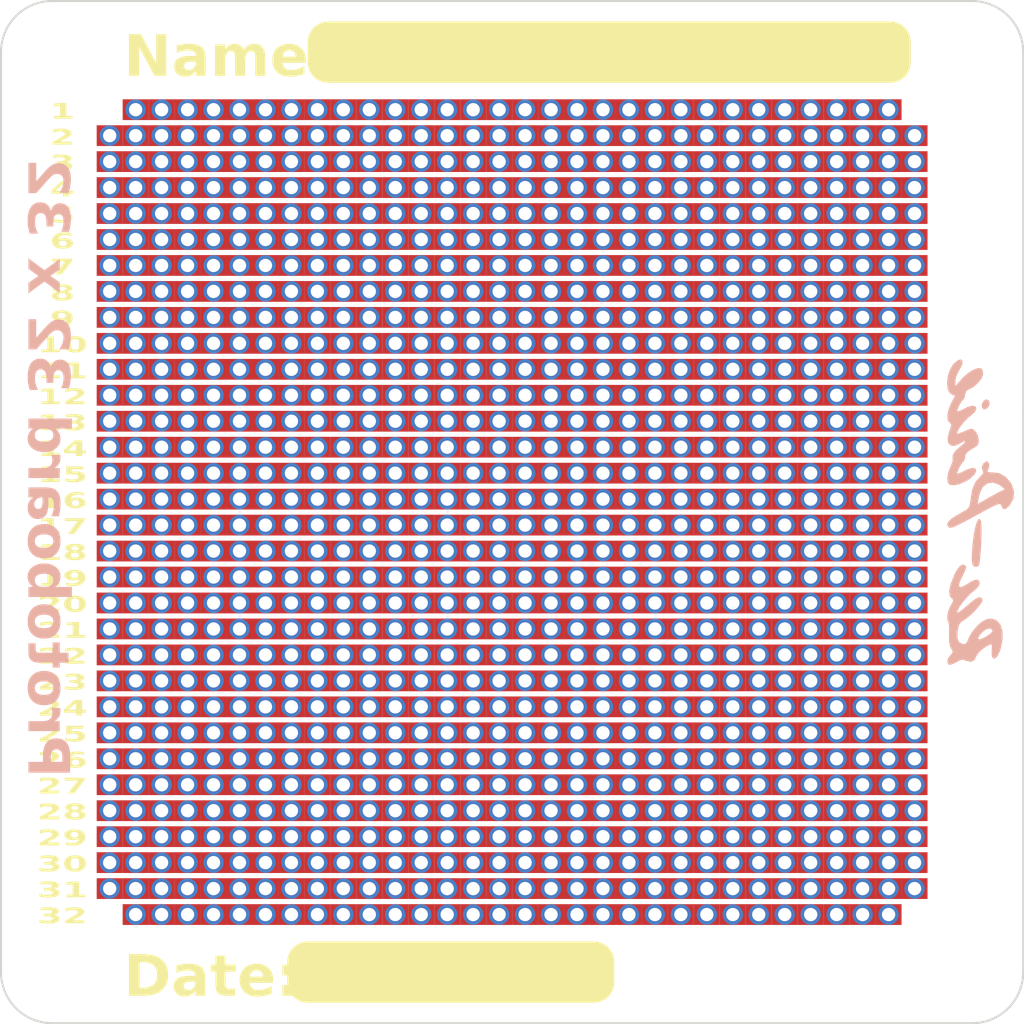
<source format=kicad_pcb>
(kicad_pcb (version 20221018) (generator pcbnew)
  (layers (0 "F.Cu" signal) (31 "B.Cu" signal) (34 "B.Paste" user) (35 "F.Paste" user) (36 "B.SilkS" user "B.Silkscreen") (37 "F.SilkS" user "F.Silkscreen") (38 "B.Mask" user) (39 "F.Mask" user) (44 "Edge.Cuts" user))
  (net 0 "")
  (footprint "Connector_Wire:SolderWirePad_1x01_SMD_1x2mm" (layer "F.Cu") (at 77.477233 58.627233)
    (fp_text reference "REF**4737" hide)
    (fp_text value "SolderWirePad_1x01_SMD_1x2mm" hide)
  )
  (footprint "Connector_Wire:SolderWirePad_1x01_SMD_1x2mm" (layer "F.Cu") (at 74.937233 71.327233)
    (fp_text reference "REF**5055" hide)
    (fp_text value "SolderWirePad_1x01_SMD_1x2mm" hide)
  )
  (footprint "Connector_Wire:SolderWirePad_1x01_SMD_1x2mm" (layer "F.Cu") (at 96.527233 80.217233)
    (fp_text reference "REF**5296" hide)
    (fp_text value "SolderWirePad_1x01_SMD_1x2mm" hide)
  )
  (footprint "Connector_Wire:SolderWirePad_1x01_SMD_1x2mm" (layer "F.Cu") (at 74.937233 56.087233)
    (fp_text reference "REF**4671" hide)
    (fp_text value "SolderWirePad_1x01_SMD_1x2mm" hide)
  )
  (footprint "Connector_Wire:SolderWirePad_1x01_SMD_1x2mm" (layer "F.Cu") (at 95.257234 87.837233)
    (fp_text reference "REF**5487" hide)
    (fp_text value "SolderWirePad_1x01_SMD_1x2mm" hide)
  )
  (footprint "Connector_Wire:SolderWirePad_1x01_SMD_1x2mm" (layer "F.Cu") (at 76.207233 53.547233)
    (fp_text reference "REF**4608" hide)
    (fp_text value "SolderWirePad_1x01_SMD_1x2mm" hide)
  )
  (footprint "Connector_Wire:SolderWirePad_1x01_SMD_1x2mm" (layer "F.Cu") (at 82.557233 87.837234)
    (fp_text reference "REF**5477" hide)
    (fp_text value "SolderWirePad_1x01_SMD_1x2mm" hide)
  )
  (footprint "Connector_Wire:SolderWirePad_1x01_SMD_1x2mm" (layer "F.Cu") (at 95.257234 64.977233)
    (fp_text reference "REF**4911" hide)
    (fp_text value "SolderWirePad_1x01_SMD_1x2mm" hide)
  )
  (footprint "Connector_Wire:SolderWirePad_1x01_SMD_1x2mm" (layer "F.Cu") (at 80.017233 64.977233)
    (fp_text reference "REF**4899" hide)
    (fp_text value "SolderWirePad_1x01_SMD_1x2mm" hide)
  )
  (footprint "Connector_Wire:SolderWirePad_1x01_SMD_1x2mm" (layer "F.Cu") (at 88.907233 75.137232)
    (fp_text reference "REF**5162" hide)
    (fp_text value "SolderWirePad_1x01_SMD_1x2mm" hide)
  )
  (footprint "Connector_Wire:SolderWirePad_1x01_SMD_1x2mm" (layer "F.Cu") (at 96.527233 84.027233)
    (fp_text reference "REF**5392" hide)
    (fp_text value "SolderWirePad_1x01_SMD_1x2mm" hide)
  )
  (footprint "Connector_Wire:SolderWirePad_1x01_SMD_1x2mm" (layer "F.Cu") (at 86.367233 87.837233)
    (fp_text reference "REF**5480" hide)
    (fp_text value "SolderWirePad_1x01_SMD_1x2mm" hide)
  )
  (footprint "Connector_Wire:SolderWirePad_1x01_SMD_1x2mm" (layer "F.Cu") (at 73.667233 70.057233)
    (fp_text reference "REF**5022" hide)
    (fp_text value "SolderWirePad_1x01_SMD_1x2mm" hide)
  )
  (footprint "Connector_Wire:SolderWirePad_1x01_SMD_1x2mm" (layer "F.Cu") (at 92.717233 76.407233)
    (fp_text reference "REF**5197" hide)
    (fp_text value "SolderWirePad_1x01_SMD_1x2mm" hide)
  )
  (footprint "Connector_Wire:SolderWirePad_1x01_SMD_1x2mm" (layer "F.Cu") (at 68.587233 77.677233)
    (fp_text reference "REF**5210" hide)
    (fp_text value "SolderWirePad_1x01_SMD_1x2mm" hide)
  )
  (footprint "Connector_Wire:SolderWirePad_1x01_SMD_1x2mm" (layer "F.Cu") (at 91.447233 76.407233)
    (fp_text reference "REF**5196" hide)
    (fp_text value "SolderWirePad_1x01_SMD_1x2mm" hide)
  )
  (footprint "Connector_Wire:SolderWirePad_1x01_SMD_1x2mm" (layer "F.Cu") (at 80.017233 89.107233)
    (fp_text reference "REF**5507" hide)
    (fp_text value "SolderWirePad_1x01_SMD_1x2mm" hide)
  )
  (footprint "Connector_Wire:SolderWirePad_1x01_SMD_1x2mm" (layer "F.Cu") (at 78.747234 87.837233)
    (fp_text reference "REF**5474" hide)
    (fp_text value "SolderWirePad_1x01_SMD_1x2mm" hide)
  )
  (footprint "Connector_Wire:SolderWirePad_1x01_SMD_1x2mm" (layer "F.Cu") (at 91.447233 64.977233)
    (fp_text reference "REF**4908" hide)
    (fp_text value "SolderWirePad_1x01_SMD_1x2mm" hide)
  )
  (footprint "Connector_Wire:SolderWirePad_1x01_SMD_1x2mm" (layer "F.Cu") (at 80.017233 73.867233)
    (fp_text reference "REF**5123" hide)
    (fp_text value "SolderWirePad_1x01_SMD_1x2mm" hide)
  )
  (footprint "Connector_Wire:SolderWirePad_1x01_SMD_1x2mm" (layer "F.Cu") (at 71.127233 72.597233)
    (fp_text reference "REF**5084" hide)
    (fp_text value "SolderWirePad_1x01_SMD_1x2mm" hide)
  )
  (footprint "Connector_Wire:SolderWirePad_1x01_SMD_1x2mm" (layer "F.Cu") (at 102.877233 58.627233)
    (fp_text reference "REF**4757" hide)
    (fp_text value "SolderWirePad_1x01_SMD_1x2mm" hide)
  )
  (footprint "Connector_Wire:SolderWirePad_1x01_SMD_1x2mm" (layer "F.Cu") (at 82.557233 58.627232)
    (fp_text reference "REF**4741" hide)
    (fp_text value "SolderWirePad_1x01_SMD_1x2mm" hide)
  )
  (footprint "Connector_Wire:SolderWirePad_1x01_SMD_1x2mm" (layer "F.Cu") (at 82.557233 82.757233)
    (fp_text reference "REF**5349" hide)
    (fp_text value "SolderWirePad_1x01_SMD_1x2mm" hide)
  )
  (footprint "Connector_Wire:SolderWirePad_1x01_SMD_1x2mm" (layer "F.Cu") (at 104.147233 64.977233)
    (fp_text reference "REF**4918" hide)
    (fp_text value "SolderWirePad_1x01_SMD_1x2mm" hide)
  )
  (footprint "Connector_Wire:SolderWirePad_1x01_SMD_1x2mm" (layer "F.Cu") (at 77.477233 80.217232)
    (fp_text reference "REF**5281" hide)
    (fp_text value "SolderWirePad_1x01_SMD_1x2mm" hide)
  )
  (footprint "Connector_Wire:SolderWirePad_1x01_SMD_1x2mm" (layer "F.Cu") (at 71.127233 62.437233)
    (fp_text reference "REF**4828" hide)
    (fp_text value "SolderWirePad_1x01_SMD_1x2mm" hide)
  )
  (footprint "Connector_Wire:SolderWirePad_1x01_SMD_1x2mm" (layer "F.Cu") (at 77.477233 59.897234)
    (fp_text reference "REF**4769" hide)
    (fp_text value "SolderWirePad_1x01_SMD_1x2mm" hide)
  )
  (footprint "Connector_Wire:SolderWirePad_1x01_SMD_1x2mm" (layer "F.Cu") (at 88.907233 76.407233)
    (fp_text reference "REF**5194" hide)
    (fp_text value "SolderWirePad_1x01_SMD_1x2mm" hide)
  )
  (footprint "Connector_Wire:SolderWirePad_1x01_SMD_1x2mm" (layer "F.Cu") (at 96.527233 72.597233)
    (fp_text reference "REF**5104" hide)
    (fp_text value "SolderWirePad_1x01_SMD_1x2mm" hide)
  )
  (footprint "Connector_Wire:SolderWirePad_1x01_SMD_1x2mm" (layer "F.Cu") (at 71.127233 61.167233)
    (fp_text reference "REF**4796" hide)
    (fp_text value "SolderWirePad_1x01_SMD_1x2mm" hide)
  )
  (footprint "Connector_Wire:SolderWirePad_1x01_SMD_1x2mm" (layer "F.Cu") (at 88.907233 82.757233)
    (fp_text reference "REF**5354" hide)
    (fp_text value "SolderWirePad_1x01_SMD_1x2mm" hide)
  )
  (footprint "Connector_Wire:SolderWirePad_1x01_SMD_1x2mm" (layer "F.Cu") (at 81.287233 77.677233)
    (fp_text reference "REF**5220" hide)
    (fp_text value "SolderWirePad_1x01_SMD_1x2mm" hide)
  )
  (footprint "Connector_Wire:SolderWirePad_1x01_SMD_1x2mm" (layer "F.Cu") (at 85.097233 72.597233)
    (fp_text reference "REF**5095" hide)
    (fp_text value "SolderWirePad_1x01_SMD_1x2mm" hide)
  )
  (footprint "Connector_Wire:SolderWirePad_1x01_SMD_1x2mm" (layer "F.Cu") (at 83.827234 92.917233)
    (fp_text reference "REF**5606" hide)
    (fp_text value "SolderWirePad_1x01_SMD_1x2mm" hide)
  )
  (footprint "Connector_Wire:SolderWirePad_1x01_SMD_1x2mm" (layer "F.Cu") (at 73.667233 62.437233)
    (fp_text reference "REF**4830" hide)
    (fp_text value "SolderWirePad_1x01_SMD_1x2mm" hide)
  )
  (footprint "Connector_Wire:SolderWirePad_1x01_SMD_1x2mm" (layer "F.Cu") (at 69.857233 63.707233)
    (fp_text reference "REF**4859" hide)
    (fp_text value "SolderWirePad_1x01_SMD_1x2mm" hide)
  )
  (footprint "Connector_Wire:SolderWirePad_1x01_SMD_1x2mm" (layer "F.Cu") (at 92.717233 80.217233)
    (fp_text reference "REF**5293" hide)
    (fp_text value "SolderWirePad_1x01_SMD_1x2mm" hide)
  )
  (footprint "Connector_Wire:SolderWirePad_1x01_SMD_1x2mm" (layer "F.Cu") (at 77.477233 89.107233)
    (fp_text reference "REF**5505" hide)
    (fp_text value "SolderWirePad_1x01_SMD_1x2mm" hide)
  )
  (footprint "Connector_Wire:SolderWirePad_1x01_SMD_1x2mm" (layer "F.Cu") (at 71.127233 82.757234)
    (fp_text reference "REF**5340" hide)
    (fp_text value "SolderWirePad_1x01_SMD_1x2mm" hide)
  )
  (footprint "Connector_Wire:SolderWirePad_1x01_SMD_1x2mm" (layer "F.Cu") (at 76.207233 84.027233)
    (fp_text reference "REF**5376" hide)
    (fp_text value "SolderWirePad_1x01_SMD_1x2mm" hide)
  )
  (footprint "Connector_Wire:SolderWirePad_1x01_SMD_1x2mm" (layer "F.Cu") (at 104.147233 90.377233)
    (fp_text reference "REF**5558" hide)
    (fp_text value "SolderWirePad_1x01_SMD_1x2mm" hide)
  )
  (footprint "Connector_Wire:SolderWirePad_1x01_SMD_1x2mm" (layer "F.Cu") (at 96.527233 92.917233)
    (fp_text reference "REF**5616" hide)
    (fp_text value "SolderWirePad_1x01_SMD_1x2mm" hide)
  )
  (footprint "Connector_Wire:SolderWirePad_1x01_SMD_1x2mm" (layer "F.Cu") (at 71.127233 58.627233)
    (fp_text reference "REF**4732" hide)
    (fp_text value "SolderWirePad_1x01_SMD_1x2mm" hide)
  )
  (footprint "Connector_Wire:SolderWirePad_1x01_SMD_1x2mm" (layer "F.Cu") (at 73.667233 87.837233)
    (fp_text reference "REF**5470" hide)
    (fp_text value "SolderWirePad_1x01_SMD_1x2mm" hide)
  )
  (footprint "Connector_Wire:SolderWirePad_1x01_SMD_1x2mm" (layer "F.Cu") (at 97.797233 89.107233)
    (fp_text reference "REF**5521" hide)
    (fp_text value "SolderWirePad_1x01_SMD_1x2mm" hide)
  )
  (footprint "Connector_Wire:SolderWirePad_1x01_SMD_1x2mm" (layer "F.Cu") (at 100.337233 89.107233)
    (fp_text reference "REF**5523" hide)
    (fp_text value "SolderWirePad_1x01_SMD_1x2mm" hide)
  )
  (footprint "Connector_Wire:SolderWirePad_1x01_SMD_1x2mm" (layer "F.Cu") (at 76.207233 91.647232)
    (fp_text reference "REF**5568" hide)
    (fp_text value "SolderWirePad_1x01_SMD_1x2mm" hide)
  )
  (footprint "Connector_Wire:SolderWirePad_1x01_SMD_1x2mm" (layer "F.Cu") (at 101.607233 87.837233)
    (fp_text reference "REF**5492" hide)
    (fp_text value "SolderWirePad_1x01_SMD_1x2mm" hide)
  )
  (footprint "Connector_Wire:SolderWirePad_1x01_SMD_1x2mm" (layer "F.Cu") (at 85.097233 62.437233)
    (fp_text reference "REF**4839" hide)
    (fp_text value "SolderWirePad_1x01_SMD_1x2mm" hide)
  )
  (footprint "Connector_Wire:SolderWirePad_1x01_SMD_1x2mm" (layer "F.Cu") (at 81.287233 78.947233)
    (fp_text reference "REF**5252" hide)
    (fp_text value "SolderWirePad_1x01_SMD_1x2mm" hide)
  )
  (footprint "Connector_Wire:SolderWirePad_1x01_SMD_1x2mm" (layer "F.Cu") (at 77.477233 75.137233)
    (fp_text reference "REF**5153" hide)
    (fp_text value "SolderWirePad_1x01_SMD_1x2mm" hide)
  )
  (footprint "Connector_Wire:SolderWirePad_1x01_SMD_1x2mm" (layer "F.Cu") (at 67.317233 57.357233)
    (fp_text reference "REF**4697" hide)
    (fp_text value "SolderWirePad_1x01_SMD_1x2mm" hide)
  )
  (footprint "Connector_Wire:SolderWirePad_1x01_SMD_1x2mm" (layer "F.Cu") (at 105.417233 86.567233)
    (fp_text reference "REF**5463" hide)
    (fp_text value "SolderWirePad_1x01_SMD_1x2mm" hide)
  )
  (footprint "Connector_Wire:SolderWirePad_1x01_SMD_1x2mm" (layer "F.Cu") (at 83.827233 82.757234)
    (fp_text reference "REF**5350" hide)
    (fp_text value "SolderWirePad_1x01_SMD_1x2mm" hide)
  )
  (footprint "Connector_Wire:SolderWirePad_1x01_SMD_1x2mm" (layer "F.Cu") (at 88.907233 72.597233)
    (fp_text reference "REF**5098" hide)
    (fp_text value "SolderWirePad_1x01_SMD_1x2mm" hide)
  )
  (footprint "Connector_Wire:SolderWirePad_1x01_SMD_1x2mm" (layer "F.Cu") (at 74.937233 92.917233)
    (fp_text reference "REF**5599" hide)
    (fp_text value "SolderWirePad_1x01_SMD_1x2mm" hide)
  )
  (footprint "Connector_Wire:SolderWirePad_1x01_SMD_1x2mm" (layer "F.Cu") (at 102.877233 84.027233)
    (fp_text reference "REF**5397" hide)
    (fp_text value "SolderWirePad_1x01_SMD_1x2mm" hide)
  )
  (footprint "Connector_Wire:SolderWirePad_1x01_SMD_1x2mm" (layer "F.Cu") (at 71.127233 73.867233)
    (fp_text reference "REF**5116" hide)
    (fp_text value "SolderWirePad_1x01_SMD_1x2mm" hide)
  )
  (footprint "Connector_Wire:SolderWirePad_1x01_SMD_1x2mm" (layer "F.Cu") (at 97.797233 67.517233)
    (fp_text reference "REF**4977" hide)
    (fp_text value "SolderWirePad_1x01_SMD_1x2mm" hide)
  )
  (footprint "Connector_Wire:SolderWirePad_1x01_SMD_1x2mm" (layer "F.Cu") (at 86.367233 85.297233)
    (fp_text reference "REF**5416" hide)
    (fp_text value "SolderWirePad_1x01_SMD_1x2mm" hide)
  )
  (footprint "Connector_Wire:SolderWirePad_1x01_SMD_1x2mm" (layer "F.Cu") (at 96.527233 68.787233)
    (fp_text reference "REF**5008" hide)
    (fp_text value "SolderWirePad_1x01_SMD_1x2mm" hide)
  )
  (footprint "Connector_Wire:SolderWirePad_1x01_SMD_1x2mm" (layer "F.Cu") (at 66.047233 63.707233)
    (fp_text reference "REF**4856" hide)
    (fp_text value "SolderWirePad_1x01_SMD_1x2mm" hide)
  )
  (footprint "Connector_Wire:SolderWirePad_1x01_SMD_1x2mm" (layer "F.Cu") (at 105.417233 64.977234)
    (fp_text reference "REF**4919" hide)
    (fp_text value "SolderWirePad_1x01_SMD_1x2mm" hide)
  )
  (footprint "Connector_Wire:SolderWirePad_1x01_SMD_1x2mm" (layer "F.Cu") (at 81.287232 76.407233)
    (fp_text reference "REF**5188" hide)
    (fp_text value "SolderWirePad_1x01_SMD_1x2mm" hide)
  )
  (footprint "Connector_Wire:SolderWirePad_1x01_SMD_1x2mm" (layer "F.Cu") (at 78.747234 75.137233)
    (fp_text reference "REF**5154" hide)
    (fp_text value "SolderWirePad_1x01_SMD_1x2mm" hide)
  )
  (footprint "Connector_Wire:SolderWirePad_1x01_SMD_1x2mm" (layer "F.Cu") (at 76.207232 64.977233)
    (fp_text reference "REF**4896" hide)
    (fp_text value "SolderWirePad_1x01_SMD_1x2mm" hide)
  )
  (footprint "Connector_Wire:SolderWirePad_1x01_SMD_1x2mm" (layer "F.Cu") (at 67.317234 53.547233)
    (fp_text reference "REF**2331" hide)
    (fp_text value "SolderWirePad_1x01_SMD_1x2mm" hide)
  )
  (footprint "Connector_Wire:SolderWirePad_1x01_SMD_1x2mm" (layer "F.Cu") (at 87.637233 72.597233)
    (fp_text reference "REF**5097" hide)
    (fp_text value "SolderWirePad_1x01_SMD_1x2mm" hide)
  )
  (footprint "Connector_Wire:SolderWirePad_1x01_SMD_1x2mm" (layer "F.Cu") (at 96.527233 89.107233)
    (fp_text reference "REF**5520" hide)
    (fp_text value "SolderWirePad_1x01_SMD_1x2mm" hide)
  )
  (footprint "Connector_Wire:SolderWirePad_1x01_SMD_1x2mm" (layer "F.Cu") (at 73.667233 92.917233)
    (fp_text reference "REF**5598" hide)
    (fp_text value "SolderWirePad_1x01_SMD_1x2mm" hide)
  )
  (footprint "Connector_Wire:SolderWirePad_1x01_SMD_1x2mm" (layer "F.Cu") (at 101.607233 72.597233)
    (fp_text reference "REF**5108" hide)
    (fp_text value "SolderWirePad_1x01_SMD_1x2mm" hide)
  )
  (footprint "Connector_Wire:SolderWirePad_1x01_SMD_1x2mm" (layer "F.Cu") (at 99.067233 67.517233)
    (fp_text reference "REF**4978" hide)
    (fp_text value "SolderWirePad_1x01_SMD_1x2mm" hide)
  )
  (footprint "Connector_Wire:SolderWirePad_1x01_SMD_1x2mm" (layer "F.Cu") (at 77.477233 86.567232)
    (fp_text reference "REF**5441" hide)
    (fp_text value "SolderWirePad_1x01_SMD_1x2mm" hide)
  )
  (footprint "MountingHole:MountingHole_2.7mm_M2.5_ISO14580" (layer "F.Cu") (at 108.232233 95.732233)
    (fp_text reference "H8" hide)
    (fp_text value "MountingHole" hide)
  )
  (footprint "Connector_Wire:SolderWirePad_1x01_SMD_1x2mm" (layer "F.Cu") (at 87.637233 73.867233)
    (fp_text reference "REF**5129" hide)
    (fp_text value "SolderWirePad_1x01_SMD_1x2mm" hide)
  )
  (footprint "Connector_Wire:SolderWirePad_1x01_SMD_1x2mm" (layer "F.Cu") (at 68.587233 64.977233)
    (fp_text reference "REF**4890" hide)
    (fp_text value "SolderWirePad_1x01_SMD_1x2mm" hide)
  )
  (footprint "Connector_Wire:SolderWirePad_1x01_SMD_1x2mm" (layer "F.Cu") (at 73.667233 64.977233)
    (fp_text reference "REF**4894" hide)
    (fp_text value "SolderWirePad_1x01_SMD_1x2mm" hide)
  )
  (footprint "Connector_Wire:SolderWirePad_1x01_SMD_1x2mm" (layer "F.Cu") (at 97.797233 71.327233)
    (fp_text reference "REF**5073" hide)
    (fp_text value "SolderWirePad_1x01_SMD_1x2mm" hide)
  )
  (footprint "Connector_Wire:SolderWirePad_1x01_SMD_1x2mm" (layer "F.Cu") (at 91.447233 70.057233)
    (fp_text reference "REF**5036" hide)
    (fp_text value "SolderWirePad_1x01_SMD_1x2mm" hide)
  )
  (footprint "Connector_Wire:SolderWirePad_1x01_SMD_1x2mm" (layer "F.Cu") (at 71.127233 54.817233)
    (fp_text reference "REF**4636" hide)
    (fp_text value "SolderWirePad_1x01_SMD_1x2mm" hide)
  )
  (footprint "Connector_Wire:SolderWirePad_1x01_SMD_1x2mm" (layer "F.Cu") (at 87.637232 92.917233)
    (fp_text reference "REF**5609" hide)
    (fp_text value "SolderWirePad_1x01_SMD_1x2mm" hide)
  )
  (footprint "Connector_Wire:SolderWirePad_1x01_SMD_1x2mm" (layer "F.Cu") (at 101.607233 53.547233)
    (fp_text reference "REF**4628" hide)
    (fp_text value "SolderWirePad_1x01_SMD_1x2mm" hide)
  )
  (footprint "Connector_Wire:SolderWirePad_1x01_SMD_1x2mm" (layer "F.Cu") (at 102.877233 67.517233)
    (fp_text reference "REF**4981" hide)
    (fp_text value "SolderWirePad_1x01_SMD_1x2mm" hide)
  )
  (footprint "Connector_Wire:SolderWirePad_1x01_SMD_1x2mm" (layer "F.Cu") (at 90.177234 70.057233)
    (fp_text reference "REF**5035" hide)
    (fp_text value "SolderWirePad_1x01_SMD_1x2mm" hide)
  )
  (footprint "Connector_Wire:SolderWirePad_1x01_SMD_1x2mm" (layer "F.Cu") (at 101.607233 61.167233)
    (fp_text reference "REF**4820" hide)
    (fp_text value "SolderWirePad_1x01_SMD_1x2mm" hide)
  )
  (footprint "Connector_Wire:SolderWirePad_1x01_SMD_1x2mm" (layer "F.Cu") (at 92.717233 56.087233)
    (fp_text reference "REF**4685" hide)
    (fp_text value "SolderWirePad_1x01_SMD_1x2mm" hide)
  )
  (footprint "Connector_Wire:SolderWirePad_1x01_SMD_1x2mm" (layer "F.Cu") (at 92.717232 54.817233)
    (fp_text reference "REF**4653" hide)
    (fp_text value "SolderWirePad_1x01_SMD_1x2mm" hide)
  )
  (footprint "Connector_Wire:SolderWirePad_1x01_SMD_1x2mm" (layer "F.Cu") (at 86.367233 89.107233)
    (fp_text reference "REF**5512" hide)
    (fp_text value "SolderWirePad_1x01_SMD_1x2mm" hide)
  )
  (footprint "Connector_Wire:SolderWirePad_1x01_SMD_1x2mm" (layer "F.Cu") (at 73.667233 85.297233)
    (fp_text reference "REF**5406" hide)
    (fp_text value "SolderWirePad_1x01_SMD_1x2mm" hide)
  )
  (footprint "Connector_Wire:SolderWirePad_1x01_SMD_1x2mm" (layer "F.Cu") (at 100.337233 68.787233)
    (fp_text reference "REF**5011" hide)
    (fp_text value "SolderWirePad_1x01_SMD_1x2mm" hide)
  )
  (footprint "Connector_Wire:SolderWirePad_1x01_SMD_1x2mm" (layer "F.Cu") (at 72.397233 56.087233)
    (fp_text reference "REF**4669" hide)
    (fp_text value "SolderWirePad_1x01_SMD_1x2mm" hide)
  )
  (footprint "Connector_Wire:SolderWirePad_1x01_SMD_1x2mm" (layer "F.Cu") (at 72.397233 84.027233)
    (fp_text reference "REF**5373" hide)
    (fp_text value "SolderWirePad_1x01_SMD_1x2mm" hide)
  )
  (footprint "Connector_Wire:SolderWirePad_1x01_SMD_1x2mm" (layer "F.Cu") (at 100.337233 77.677233)
    (fp_text reference "REF**5235" hide)
    (fp_text value "SolderWirePad_1x01_SMD_1x2mm" hide)
  )
  (footprint "Connector_Wire:SolderWirePad_1x01_SMD_1x2mm" (layer "F.Cu") (at 83.827233 77.677233)
    (fp_text reference "REF**5222" hide)
    (fp_text value "SolderWirePad_1x01_SMD_1x2mm" hide)
  )
  (footprint "Connector_Wire:SolderWirePad_1x01_SMD_1x2mm" (layer "F.Cu") (at 100.337233 56.087233)
    (fp_text reference "REF**4691" hide)
    (fp_text value "SolderWirePad_1x01_SMD_1x2mm" hide)
  )
  (footprint "Connector_Wire:SolderWirePad_1x01_SMD_1x2mm" (layer "F.Cu") (at 81.287232 70.057233)
    (fp_text reference "REF**5028" hide)
    (fp_text value "SolderWirePad_1x01_SMD_1x2mm" hide)
  )
  (footprint "Connector_Wire:SolderWirePad_1x01_SMD_1x2mm" (layer "F.Cu") (at 81.287232 59.897233)
    (fp_text reference "REF**4772" hide)
    (fp_text value "SolderWirePad_1x01_SMD_1x2mm" hide)
  )
  (footprint "Connector_Wire:SolderWirePad_1x01_SMD_1x2mm" (layer "F.Cu") (at 74.937233 68.787233)
    (fp_text reference "REF**4991" hide)
    (fp_text value "SolderWirePad_1x01_SMD_1x2mm" hide)
  )
  (footprint "Connector_Wire:SolderWirePad_1x01_SMD_1x2mm" (layer "F.Cu") (at 83.827233 56.087233)
    (fp_text reference "REF**4678" hide)
    (fp_text value "SolderWirePad_1x01_SMD_1x2mm" hide)
  )
  (footprint "Connector_Wire:SolderWirePad_1x01_SMD_1x2mm" (layer "F.Cu") (at 104.147233 66.247234)
    (fp_text reference "REF**4950" hide)
    (fp_text value "SolderWirePad_1x01_SMD_1x2mm" hide)
  )
  (footprint "Connector_Wire:SolderWirePad_1x01_SMD_1x2mm" (layer "F.Cu") (at 83.827233 62.437233)
    (fp_text reference "REF**4838" hide)
    (fp_text value "SolderWirePad_1x01_SMD_1x2mm" hide)
  )
  (footprint "Connector_Wire:SolderWirePad_1x01_SMD_1x2mm" (layer "F.Cu") (at 88.907233 89.107233)
    (fp_text reference "REF**5514" hide)
    (fp_text value "SolderWirePad_1x01_SMD_1x2mm" hide)
  )
  (footprint "Connector_Wire:SolderWirePad_1x01_SMD_1x2mm" (layer "F.Cu") (at 71.127232 53.547233)
    (fp_text reference "REF**4604" hide)
    (fp_text value "SolderWirePad_1x01_SMD_1x2mm" hide)
  )
  (footprint "Connector_Wire:SolderWirePad_1x01_SMD_1x2mm" (layer "F.Cu") (at 91.447233 59.897233)
    (fp_text reference "REF**4780" hide)
    (fp_text value "SolderWirePad_1x01_SMD_1x2mm" hide)
  )
  (footprint "Connector_Wire:SolderWirePad_1x01_SMD_1x2mm" (layer "F.Cu") (at 71.127233 57.357233)
    (fp_text reference "REF**4700" hide)
    (fp_text value "SolderWirePad_1x01_SMD_1x2mm" hide)
  )
  (footprint "Connector_Wire:SolderWirePad_1x01_SMD_1x2mm" (layer "F.Cu") (at 78.747233 70.057233)
    (fp_text reference "REF**5026" hide)
    (fp_text value "SolderWirePad_1x01_SMD_1x2mm" hide)
  )
  (footprint "Connector_Wire:SolderWirePad_1x01_SMD_1x2mm" (layer "F.Cu") (at 78.747233 77.677234)
    (fp_text reference "REF**5218" hide)
    (fp_text value "SolderWirePad_1x01_SMD_1x2mm" hide)
  )
  (footprint "Connector_Wire:SolderWirePad_1x01_SMD_1x2mm" (layer "F.Cu") (at 91.447233 68.787233)
    (fp_text reference "REF**5004" hide)
    (fp_text value "SolderWirePad_1x01_SMD_1x2mm" hide)
  )
  (footprint "Connector_Wire:SolderWirePad_1x01_SMD_1x2mm" (layer "F.Cu") (at 99.067233 53.547233)
    (fp_text reference "REF**4626" hide)
    (fp_text value "SolderWirePad_1x01_SMD_1x2mm" hide)
  )
  (footprint "Connector_Wire:SolderWirePad_1x01_SMD_1x2mm" (layer "F.Cu") (at 86.367233 59.897233)
    (fp_text reference "REF**4776" hide)
    (fp_text value "SolderWirePad_1x01_SMD_1x2mm" hide)
  )
  (footprint "Connector_Wire:SolderWirePad_1x01_SMD_1x2mm" (layer "F.Cu") (at 85.097233 92.917233)
    (fp_text reference "REF**5607" hide)
    (fp_text value "SolderWirePad_1x01_SMD_1x2mm" hide)
  )
  (footprint "Connector_Wire:SolderWirePad_1x01_SMD_1x2mm" (layer "F.Cu") (at 86.367233 86.567233)
    (fp_text reference "REF**5448" hide)
    (fp_text value "SolderWirePad_1x01_SMD_1x2mm" hide)
  )
  (footprint "Connector_Wire:SolderWirePad_1x01_SMD_1x2mm" (layer "F.Cu") (at 99.067232 81.487233)
    (fp_text reference "REF**5330" hide)
    (fp_text value "SolderWirePad_1x01_SMD_1x2mm" hide)
  )
  (footprint "Connector_Wire:SolderWirePad_1x01_SMD_1x2mm" (layer "F.Cu") (at 91.447233 84.027233)
    (fp_text reference "REF**5388" hide)
    (fp_text value "SolderWirePad_1x01_SMD_1x2mm" hide)
  )
  (footprint "Connector_Wire:SolderWirePad_1x01_SMD_1x2mm" (layer "F.Cu") (at 76.207232 81.487233)
    (fp_text reference "REF**5312" hide)
    (fp_text value "SolderWirePad_1x01_SMD_1x2mm" hide)
  )
  (footprint "Connector_Wire:SolderWirePad_1x01_SMD_1x2mm" (layer "F.Cu") (at 86.367233 67.517233)
    (fp_text reference "REF**4968" hide)
    (fp_text value "SolderWirePad_1x01_SMD_1x2mm" hide)
  )
  (footprint "Connector_Wire:SolderWirePad_1x01_SMD_1x2mm" (layer "F.Cu") (at 67.317233 90.377233)
    (fp_text reference "REF**5529" hide)
    (fp_text value "SolderWirePad_1x01_SMD_1x2mm" hide)
  )
  (footprint "Connector_Wire:SolderWirePad_1x01_SMD_1x2mm" (layer "F.Cu") (at 66.047233 54.817234)
    (fp_text reference "REF**4632" hide)
    (fp_text value "SolderWirePad_1x01_SMD_1x2mm" hide)
  )
  (footprint "Connector_Wire:SolderWirePad_1x01_SMD_1x2mm" (layer "F.Cu") (at 100.337233 86.567232)
    (fp_text reference "REF**5459" hide)
    (fp_text value "SolderWirePad_1x01_SMD_1x2mm" hide)
  )
  (footprint "Connector_Wire:SolderWirePad_1x01_SMD_1x2mm" (layer "F.Cu") (at 88.907233 78.947233)
    (fp_text reference "REF**5258" hide)
    (fp_text value "SolderWirePad_1x01_SMD_1x2mm" hide)
  )
  (footprint "Connector_Wire:SolderWirePad_1x01_SMD_1x2mm" (layer "F.Cu") (at 69.857233 68.787233)
    (fp_text reference "REF**4987" hide)
    (fp_text value "SolderWirePad_1x01_SMD_1x2mm" hide)
  )
  (footprint "MountingHole:MountingHole_2.7mm_M2.5_ISO14580" (layer "F.Cu") (at 63.232233 50.732233)
    (fp_text reference "H5" hide)
    (fp_text value "MountingHole" hide)
  )
  (footprint "Connector_Wire:SolderWirePad_1x01_SMD_1x2mm" (layer "F.Cu") (at 96.527233 87.837233)
    (fp_text reference "REF**5488" hide)
    (fp_text value "SolderWirePad_1x01_SMD_1x2mm" hide)
  )
  (footprint "Connector_Wire:SolderWirePad_1x01_SMD_1x2mm" (layer "F.Cu") (at 95.257233 92.917233)
    (fp_text reference "REF**5615" hide)
    (fp_text value "SolderWirePad_1x01_SMD_1x2mm" hide)
  )
  (footprint "Connector_Wire:SolderWirePad_1x01_SMD_1x2mm" (layer "F.Cu") (at 67.317233 85.297233)
    (fp_text reference "REF**5401" hide)
    (fp_text value "SolderWirePad_1x01_SMD_1x2mm" hide)
  )
  (footprint "Connector_Wire:SolderWirePad_1x01_SMD_1x2mm" (layer "F.Cu") (at 67.317233 71.327233)
    (fp_text reference "REF**5049" hide)
    (fp_text value "SolderWirePad_1x01_SMD_1x2mm" hide)
  )
  (footprint "Connector_Wire:SolderWirePad_1x01_SMD_1x2mm" (layer "F.Cu") (at 87.637233 85.297233)
    (fp_text reference "REF**5417" hide)
    (fp_text value "SolderWirePad_1x01_SMD_1x2mm" hide)
  )
  (footprint "Connector_Wire:SolderWirePad_1x01_SMD_1x2mm" (layer "F.Cu") (at 82.557233 73.867233)
    (fp_text reference "REF**5125" hide)
    (fp_text value "SolderWirePad_1x01_SMD_1x2mm" hide)
  )
  (footprint "Connector_Wire:SolderWirePad_1x01_SMD_1x2mm" (layer "F.Cu") (at 102.877233 81.487233)
    (fp_text reference "REF**5333" hide)
    (fp_text value "SolderWirePad_1x01_SMD_1x2mm" hide)
  )
  (footprint "Connector_Wire:SolderWirePad_1x01_SMD_1x2mm" (layer "F.Cu") (at 80.017233 58.627233)
    (fp_text reference "REF**4739" hide)
    (fp_text value "SolderWirePad_1x01_SMD_1x2mm" hide)
  )
  (footprint "Connector_Wire:SolderWirePad_1x01_SMD_1x2mm" (layer "F.Cu") (at 66.047233 90.377233)
    (fp_text reference "REF**5528" hide)
    (fp_text value "SolderWirePad_1x01_SMD_1x2mm" hide)
  )
  (footprint "Connector_Wire:SolderWirePad_1x01_SMD_1x2mm" (layer "F.Cu") (at 91.447233 80.217233)
    (fp_text reference "REF**5292" hide)
    (fp_text value "SolderWirePad_1x01_SMD_1x2mm" hide)
  )
  (footprint "Connector_Wire:SolderWirePad_1x01_SMD_1x2mm" (layer "F.Cu") (at 104.147233 75.137233)
    (fp_text reference "REF**5174" hide)
    (fp_text value "SolderWirePad_1x01_SMD_1x2mm" hide)
  )
  (footprint "Connector_Wire:SolderWirePad_1x01_SMD_1x2mm" (layer "F.Cu") (at 99.067233 86.567233)
    (fp_text reference "REF**5458" hide)
    (fp_text value "SolderWirePad_1x01_SMD_1x2mm" hide)
  )
  (footprint "Connector_Wire:SolderWirePad_1x01_SMD_1x2mm" (layer "F.Cu") (at 82.557232 81.487233)
    (fp_text reference "REF**5317" hide)
    (fp_text value "SolderWirePad_1x01_SMD_1x2mm" hide)
  )
  (footprint "Connector_Wire:SolderWirePad_1x01_SMD_1x2mm" (layer "F.Cu") (at 102.877233 56.087233)
    (fp_text reference "REF**4693" hide)
    (fp_text value "SolderWirePad_1x01_SMD_1x2mm" hide)
  )
  (footprint "Connector_Wire:SolderWirePad_1x01_SMD_1x2mm" (layer "F.Cu") (at 85.097233 58.627233)
    (fp_text reference "REF**4743" hide)
    (fp_text value "SolderWirePad_1x01_SMD_1x2mm" hide)
  )
  (footprint "Connector_Wire:SolderWirePad_1x01_SMD_1x2mm" (layer "F.Cu") (at 101.607233 80.217233)
    (fp_text reference "REF**5300" hide)
    (fp_text value "SolderWirePad_1x01_SMD_1x2mm" hide)
  )
  (footprint "Connector_Wire:SolderWirePad_1x01_SMD_1x2mm" (layer "F.Cu") (at 76.207233 85.297233)
    (fp_text reference "REF**5408" hide)
    (fp_text value "SolderWirePad_1x01_SMD_1x2mm" hide)
  )
  (footprint "Connector_Wire:SolderWirePad_1x01_SMD_1x2mm" (layer "F.Cu") (at 97.797233 77.677233)
    (fp_text reference "REF**5233" hide)
    (fp_text value "SolderWirePad_1x01_SMD_1x2mm" hide)
  )
  (footprint "Connector_Wire:SolderWirePad_1x01_SMD_1x2mm" (layer "F.Cu") (at 68.587233 61.167233)
    (fp_text reference "REF**4794" hide)
    (fp_text value "SolderWirePad_1x01_SMD_1x2mm" hide)
  )
  (footprint "Connector_Wire:SolderWirePad_1x01_SMD_1x2mm" (layer "F.Cu") (at 88.907233 71.327234)
    (fp_text reference "REF**5066" hide)
    (fp_text value "SolderWirePad_1x01_SMD_1x2mm" hide)
  )
  (footprint "Connector_Wire:SolderWirePad_1x01_SMD_1x2mm" (layer "F.Cu") (at 77.477233 54.817233)
    (fp_text reference "REF**4641" hide)
    (fp_text value "SolderWirePad_1x01_SMD_1x2mm" hide)
  )
  (footprint "Connector_Wire:SolderWirePad_1x01_SMD_1x2mm" (layer "F.Cu") (at 66.047233 77.677234)
    (fp_text reference "REF**5208" hide)
    (fp_text value "SolderWirePad_1x01_SMD_1x2mm" hide)
  )
  (footprint "Connector_Wire:SolderWirePad_1x01_SMD_1x2mm" (layer "F.Cu") (at 93.987233 82.757234)
    (fp_text reference "REF**5358" hide)
    (fp_text value "SolderWirePad_1x01_SMD_1x2mm" hide)
  )
  (footprint "Connector_Wire:SolderWirePad_1x01_SMD_1x2mm" (layer "F.Cu") (at 102.877233 90.377233)
    (fp_text reference "REF**5557" hide)
    (fp_text value "SolderWirePad_1x01_SMD_1x2mm" hide)
  )
  (footprint "Connector_Wire:SolderWirePad_1x01_SMD_1x2mm" (layer "F.Cu") (at 74.937233 54.817233)
    (fp_text reference "REF**4639" hide)
    (fp_text value "SolderWirePad_1x01_SMD_1x2mm" hide)
  )
  (footprint "Connector_Wire:SolderWirePad_1x01_SMD_1x2mm" (layer "F.Cu") (at 76.207233 90.377233)
    (fp_text reference "REF**5536" hide)
    (fp_text value "SolderWirePad_1x01_SMD_1x2mm" hide)
  )
  (footprint "Connector_Wire:SolderWirePad_1x01_SMD_1x2mm" (layer "F.Cu") (at 74.937233 86.567233)
    (fp_text reference "REF**5439" hide)
    (fp_text value "SolderWirePad_1x01_SMD_1x2mm" hide)
  )
  (footprint "Connector_Wire:SolderWirePad_1x01_SMD_1x2mm" (layer "F.Cu") (at 105.417233 59.897233)
    (fp_text reference "REF**4791" hide)
    (fp_text value "SolderWirePad_1x01_SMD_1x2mm" hide)
  )
  (footprint "Connector_Wire:SolderWirePad_1x01_SMD_1x2mm" (layer "F.Cu") (at 92.717233 90.377233)
    (fp_text reference "REF**5549" hide)
    (fp_text value "SolderWirePad_1x01_SMD_1x2mm" hide)
  )
  (footprint "Connector_Wire:SolderWirePad_1x01_SMD_1x2mm" (layer "F.Cu") (at 99.067233 73.867233)
    (fp_text reference "REF**5138" hide)
    (fp_text value "SolderWirePad_1x01_SMD_1x2mm" hide)
  )
  (footprint "Connector_Wire:SolderWirePad_1x01_SMD_1x2mm" (layer "F.Cu") (at 104.147233 87.837233)
    (fp_text reference "REF**5494" hide)
    (fp_text value "SolderWirePad_1x01_SMD_1x2mm" hide)
  )
  (footprint "Connector_Wire:SolderWirePad_1x01_SMD_1x2mm" (layer "F.Cu") (at 91.447233 54.817233)
    (fp_text reference "REF**4652" hide)
    (fp_text value "SolderWirePad_1x01_SMD_1x2mm" hide)
  )
  (footprint "Connector_Wire:SolderWirePad_1x01_SMD_1x2mm" (layer "F.Cu") (at 92.717232 81.487233)
    (fp_text reference "REF**5325" hide)
    (fp_text value "SolderWirePad_1x01_SMD_1x2mm" hide)
  )
  (footprint "Connector_Wire:SolderWirePad_1x01_SMD_1x2mm" (layer "F.Cu") (at 87.637233 75.137233)
    (fp_text reference "REF**5161" hide)
    (fp_text value "SolderWirePad_1x01_SMD_1x2mm" hide)
  )
  (footprint "Connector_Wire:SolderWirePad_1x01_SMD_1x2mm" (layer "F.Cu") (at 78.747233 73.867233)
    (fp_text reference "REF**5122" hide)
    (fp_text value "SolderWirePad_1x01_SMD_1x2mm" hide)
  )
  (footprint "Connector_Wire:SolderWirePad_1x01_SMD_1x2mm" (layer "F.Cu") (at 93.987233 71.327233)
    (fp_text reference "REF**5070" hide)
    (fp_text value "SolderWirePad_1x01_SMD_1x2mm" hide)
  )
  (footprint "Connector_Wire:SolderWirePad_1x01_SMD_1x2mm" (layer "F.Cu") (at 82.557233 54.817234)
    (fp_text reference "REF**4645" hide)
    (fp_text value "SolderWirePad_1x01_SMD_1x2mm" hide)
  )
  (footprint "Connector_Wire:SolderWirePad_1x01_SMD_1x2mm" (layer "F.Cu") (at 81.287232 66.247233)
    (fp_text reference "REF**4932" hide)
    (fp_text value "SolderWirePad_1x01_SMD_1x2mm" hide)
  )
  (footprint "Connector_Wire:SolderWirePad_1x01_SMD_1x2mm" (layer "F.Cu") (at 97.797233 58.627233)
    (fp_text reference "REF**4753" hide)
    (fp_text value "SolderWirePad_1x01_SMD_1x2mm" hide)
  )
  (footprint "Connector_Wire:SolderWirePad_1x01_SMD_1x2mm" (layer "F.Cu") (at 74.937233 57.357233)
    (fp_text reference "REF**4703" hide)
    (fp_text value "SolderWirePad_1x01_SMD_1x2mm" hide)
  )
  (footprint "Connector_Wire:SolderWirePad_1x01_SMD_1x2mm" (layer "F.Cu") (at 88.907233 53.547233)
    (fp_text reference "REF**4618" hide)
    (fp_text value "SolderWirePad_1x01_SMD_1x2mm" hide)
  )
  (footprint "Connector_Wire:SolderWirePad_1x01_SMD_1x2mm" (layer "F.Cu") (at 92.717233 70.057233)
    (fp_text reference "REF**5037" hide)
    (fp_text value "SolderWirePad_1x01_SMD_1x2mm" hide)
  )
  (footprint "Connector_Wire:SolderWirePad_1x01_SMD_1x2mm" (layer "F.Cu") (at 71.127233 67.517233)
    (fp_text reference "REF**4956" hide)
    (fp_text value "SolderWirePad_1x01_SMD_1x2mm" hide)
  )
  (footprint "Connector_Wire:SolderWirePad_1x01_SMD_1x2mm" (layer "F.Cu") (at 66.047233 84.027233)
    (fp_text reference "REF**5368" hide)
    (fp_text value "SolderWirePad_1x01_SMD_1x2mm" hide)
  )
  (footprint "Connector_Wire:SolderWirePad_1x01_SMD_1x2mm" (layer "F.Cu") (at 82.557233 75.137232)
    (fp_text reference "REF**5157" hide)
    (fp_text value "SolderWirePad_1x01_SMD_1x2mm" hide)
  )
  (footprint "Connector_Wire:SolderWirePad_1x01_SMD_1x2mm" (layer "F.Cu") (at 67.317234 92.917233)
    (fp_text reference "REF**5593" hide)
    (fp_text value "SolderWirePad_1x01_SMD_1x2mm" hide)
  )
  (footprint "Connector_Wire:SolderWirePad_1x01_SMD_1x2mm" (layer "F.Cu") (at 68.587233 58.627233)
    (fp_text reference "REF**4730" hide)
    (fp_text value "SolderWirePad_1x01_SMD_1x2mm" hide)
  )
  (footprint "Connector_Wire:SolderWirePad_1x01_SMD_1x2mm" (layer "F.Cu") (at 86.367233 61.167233)
    (fp_text reference "REF**4808" hide)
    (fp_text value "SolderWirePad_1x01_SMD_1x2mm" hide)
  )
  (footprint "Connector_Wire:SolderWirePad_1x01_SMD_1x2mm" (layer "F.Cu") (at 91.447233 82.757233)
    (fp_text reference "REF**5356" hide)
    (fp_text value "SolderWirePad_1x01_SMD_1x2mm" hide)
  )
  (footprint "Connector_Wire:SolderWirePad_1x01_SMD_1x2mm" (layer "F.Cu") (at 85.097233 63.707233)
    (fp_text reference "REF**4871" hide)
    (fp_text value "SolderWirePad_1x01_SMD_1x2mm" hide)
  )
  (footprint "Connector_Wire:SolderWirePad_1x01_SMD_1x2mm" (layer "F.Cu") (at 101.607233 85.297233)
    (fp_text reference "REF**5428" hide)
    (fp_text value "SolderWirePad_1x01_SMD_1x2mm" hide)
  )
  (footprint "Connector_Wire:SolderWirePad_1x01_SMD_1x2mm" (layer "F.Cu") (at 81.287233 91.647233)
    (fp_text reference "REF**5572" hide)
    (fp_text value "SolderWirePad_1x01_SMD_1x2mm" hide)
  )
  (footprint "Connector_Wire:SolderWirePad_1x01_SMD_1x2mm" (layer "F.Cu") (at 68.587233 80.217233)
    (fp_text reference "REF**5274" hide)
    (fp_text value "SolderWirePad_1x01_SMD_1x2mm" hide)
  )
  (footprint "Connector_Wire:SolderWirePad_1x01_SMD_1x2mm" (layer "F.Cu") (at 96.527233 58.627233)
    (fp_text reference "REF**4752" hide)
    (fp_text value "SolderWirePad_1x01_SMD_1x2mm" hide)
  )
  (footprint "Connector_Wire:SolderWirePad_1x01_SMD_1x2mm" (layer "F.Cu") (at 85.097233 70.057233)
    (fp_text reference "REF**5031" hide)
    (fp_text value "SolderWirePad_1x01_SMD_1x2mm" hide)
  )
  (footprint "Connector_Wire:SolderWirePad_1x01_SMD_1x2mm" (layer "F.Cu") (at 66.047233 87.837234)
    (fp_text reference "REF**5464" hide)
    (fp_text value "SolderWirePad_1x01_SMD_1x2mm" hide)
  )
  (footprint "Connector_Wire:SolderWirePad_1x01_SMD_1x2mm" (layer "F.Cu") (at 104.147233 77.677233)
    (fp_text reference "REF**5238" hide)
    (fp_text value "SolderWirePad_1x01_SMD_1x2mm" hide)
  )
  (footprint "Connector_Wire:SolderWirePad_1x01_SMD_1x2mm" (layer "F.Cu") (at 69.857233 59.897233)
    (fp_text reference "REF**4763" hide)
    (fp_text value "SolderWirePad_1x01_SMD_1x2mm" hide)
  )
  (footprint "Connector_Wire:SolderWirePad_1x01_SMD_1x2mm" (layer "F.Cu") (at 99.067233 54.817234)
    (fp_text reference "REF**4658" hide)
    (fp_text value "SolderWirePad_1x01_SMD_1x2mm" hide)
  )
  (footprint "Connector_Wire:SolderWirePad_1x01_SMD_1x2mm" (layer "F.Cu") (at 74.937233 58.627233)
    (fp_text reference "REF**4735" hide)
    (fp_text value "SolderWirePad_1x01_SMD_1x2mm" hide)
  )
  (footprint "Connector_Wire:SolderWirePad_1x01_SMD_1x2mm" (layer "F.Cu") (at 87.637233 90.377233)
    (fp_text reference "REF**5545" hide)
    (fp_text value "SolderWirePad_1x01_SMD_1x2mm" hide)
  )
  (footprint "Connector_Wire:SolderWirePad_1x01_SMD_1x2mm" (layer "F.Cu") (at 88.907233 54.817234)
    (fp_text reference "REF**4650" hide)
    (fp_text value "SolderWirePad_1x01_SMD_1x2mm" hide)
  )
  (footprint "Connector_Wire:SolderWirePad_1x01_SMD_1x2mm" (layer "F.Cu") (at 85.097233 61.167233)
    (fp_text reference "REF**4807" hide)
    (fp_text value "SolderWirePad_1x01_SMD_1x2mm" hide)
  )
  (footprint "Connector_Wire:SolderWirePad_1x01_SMD_1x2mm" (layer "F.Cu") (at 81.287232 80.217233)
    (fp_text reference "REF**5284" hide)
    (fp_text value "SolderWirePad_1x01_SMD_1x2mm" hide)
  )
  (footprint "Connector_Wire:SolderWirePad_1x01_SMD_1x2mm" (layer "F.Cu") (at 102.877233 82.757233)
    (fp_text reference "REF**5365" hide)
    (fp_text value "SolderWirePad_1x01_SMD_1x2mm" hide)
  )
  (footprint "Connector_Wire:SolderWirePad_1x01_SMD_1x2mm" (layer "F.Cu") (at 87.637233 57.357233)
    (fp_text reference "REF**4713" hide)
    (fp_text value "SolderWirePad_1x01_SMD_1x2mm" hide)
  )
  (footprint "Connector_Wire:SolderWirePad_1x01_SMD_1x2mm" (layer "F.Cu") (at 68.587233 71.327233)
    (fp_text reference "REF**5050" hide)
    (fp_text value "SolderWirePad_1x01_SMD_1x2mm" hide)
  )
  (footprint "Connector_Wire:SolderWirePad_1x01_SMD_1x2mm" (layer "F.Cu") (at 83.827233 58.627233)
    (fp_text reference "REF**4742" hide)
    (fp_text value "SolderWirePad_1x01_SMD_1x2mm" hide)
  )
  (footprint "Connector_Wire:SolderWirePad_1x01_SMD_1x2mm" (layer "F.Cu") (at 85.097233 84.027233)
    (fp_text reference "REF**5383" hide)
    (fp_text value "SolderWirePad_1x01_SMD_1x2mm" hide)
  )
  (footprint "Connector_Wire:SolderWirePad_1x01_SMD_1x2mm" (layer "F.Cu") (at 76.207233 76.407233)
    (fp_text reference "REF**5184" hide)
    (fp_text value "SolderWirePad_1x01_SMD_1x2mm" hide)
  )
  (footprint "Connector_Wire:SolderWirePad_1x01_SMD_1x2mm" (layer "F.Cu") (at 90.177233 67.517233)
    (fp_text reference "REF**4971" hide)
    (fp_text value "SolderWirePad_1x01_SMD_1x2mm" hide)
  )
  (footprint "Connector_Wire:SolderWirePad_1x01_SMD_1x2mm" (layer "F.Cu") (at 80.017233 57.357233)
    (fp_text reference "REF**4707" hide)
    (fp_text value "SolderWirePad_1x01_SMD_1x2mm" hide)
  )
  (footprint "Connector_Wire:SolderWirePad_1x01_SMD_1x2mm" (layer "F.Cu") (at 90.177233 58.627233)
    (fp_text reference "REF**4747" hide)
    (fp_text value "SolderWirePad_1x01_SMD_1x2mm" hide)
  )
  (footprint "Connector_Wire:SolderWirePad_1x01_SMD_1x2mm" (layer "F.Cu") (at 101.607233 78.947233)
    (fp_text reference "REF**5268" hide)
    (fp_text value "SolderWirePad_1x01_SMD_1x2mm" hide)
  )
  (footprint "Connector_Wire:SolderWirePad_1x01_SMD_1x2mm" (layer "F.Cu") (at 97.797233 63.707233)
    (fp_text reference "REF**4881" hide)
    (fp_text value "SolderWirePad_1x01_SMD_1x2mm" hide)
  )
  (footprint "Connector_Wire:SolderWirePad_1x01_SMD_1x2mm" (layer "F.Cu") (at 66.047233 64.977234)
    (fp_text reference "REF**4888" hide)
    (fp_text value "SolderWirePad_1x01_SMD_1x2mm" hide)
  )
  (footprint "Connector_Wire:SolderWirePad_1x01_SMD_1x2mm" (layer "F.Cu") (at 78.747233 84.027233)
    (fp_text reference "REF**5378" hide)
    (fp_text value "SolderWirePad_1x01_SMD_1x2mm" hide)
  )
  (footprint "Connector_Wire:SolderWirePad_1x01_SMD_1x2mm" (layer "F.Cu") (at 88.907233 62.437233)
    (fp_text reference "REF**4842" hide)
    (fp_text value "SolderWirePad_1x01_SMD_1x2mm" hide)
  )
  (footprint "Connector_Wire:SolderWirePad_1x01_SMD_1x2mm" (layer "F.Cu") (at 80.017233 75.137233)
    (fp_text reference "REF**5155" hide)
    (fp_text value "SolderWirePad_1x01_SMD_1x2mm" hide)
  )
  (footprint "Connector_Wire:SolderWirePad_1x01_SMD_1x2mm" (layer "F.Cu") (at 93.987233 89.107233)
    (fp_text reference "REF**5518" hide)
    (fp_text value "SolderWirePad_1x01_SMD_1x2mm" hide)
  )
  (footprint "Connector_Wire:SolderWirePad_1x01_SMD_1x2mm" (layer "F.Cu") (at 67.317233 62.437233)
    (fp_text reference "REF**4825" hide)
    (fp_text value "SolderWirePad_1x01_SMD_1x2mm" hide)
  )
  (footprint "Connector_Wire:SolderWirePad_1x01_SMD_1x2mm" (layer "F.Cu") (at 82.557233 85.297233)
    (fp_text reference "REF**5413" hide)
    (fp_text value "SolderWirePad_1x01_SMD_1x2mm" hide)
  )
  (footprint "Connector_Wire:SolderWirePad_1x01_SMD_1x2mm" (layer "F.Cu") (at 71.127232 92.917233)
    (fp_text reference "REF**5596" hide)
    (fp_text value "SolderWirePad_1x01_SMD_1x2mm" hide)
  )
  (footprint "Connector_Wire:SolderWirePad_1x01_SMD_1x2mm" (layer "F.Cu") (at 97.797233 59.897233)
    (fp_text reference "REF**4785" hide)
    (fp_text value "SolderWirePad_1x01_SMD_1x2mm" hide)
  )
  (footprint "Connector_Wire:SolderWirePad_1x01_SMD_1x2mm" (layer "F.Cu") (at 91.447233 63.707233)
    (fp_text reference "REF**4876" hide)
    (fp_text value "SolderWirePad_1x01_SMD_1x2mm" hide)
  )
  (footprint "Connector_Wire:SolderWirePad_1x01_SMD_1x2mm" (layer "F.Cu") (at 80.017233 81.487233)
    (fp_text reference "REF**5315" hide)
    (fp_text value "SolderWirePad_1x01_SMD_1x2mm" hide)
  )
  (footprint "Connector_Wire:SolderWirePad_1x01_SMD_1x2mm" (layer "F.Cu") (at 104.147233 89.107233)
    (fp_text reference "REF**5526" hide)
    (fp_text value "SolderWirePad_1x01_SMD_1x2mm" hide)
  )
  (footprint "Connector_Wire:SolderWirePad_1x01_SMD_1x2mm" (layer "F.Cu") (at 97.797233 82.757233)
    (fp_text reference "REF**5361" hide)
    (fp_text value "SolderWirePad_1x01_SMD_1x2mm" hide)
  )
  (footprint "Connector_Wire:SolderWirePad_1x01_SMD_1x2mm" (layer "F.Cu") (at 81.287233 54.817233)
    (fp_text reference "REF**4644" hide)
    (fp_text value "SolderWirePad_1x01_SMD_1x2mm" hide)
  )
  (footprint "Connector_Wire:SolderWirePad_1x01_SMD_1x2mm" (layer "F.Cu") (at 102.877233 71.327233)
    (fp_text reference "REF**5077" hide)
    (fp_text value "SolderWirePad_1x01_SMD_1x2mm" hide)
  )
  (footprint "Connector_Wire:SolderWirePad_1x01_SMD_1x2mm" (layer "F.Cu") (at 88.907233 92.917233)
    (fp_text reference "REF**5610" hide)
    (fp_text value "SolderWirePad_1x01_SMD_1x2mm" hide)
  )
  (footprint "Connector_Wire:SolderWirePad_1x01_SMD_1x2mm" (layer "F.Cu") (at 100.337233 80.217232)
    (fp_text reference "REF**5299" hide)
    (fp_text value "SolderWirePad_1x01_SMD_1x2mm" hide)
  )
  (footprint "Connector_Wire:SolderWirePad_1x01_SMD_1x2mm" (layer "F.Cu") (at 77.477233 64.977233)
    (fp_text reference "REF**4897" hide)
    (fp_text value "SolderWirePad_1x01_SMD_1x2mm" hide)
  )
  (footprint "Connector_Wire:SolderWirePad_1x01_SMD_1x2mm" (layer "F.Cu") (at 72.397233 61.167233)
    (fp_text reference "REF**4797" hide)
    (fp_text value "SolderWirePad_1x01_SMD_1x2mm" hide)
  )
  (footprint "Connector_Wire:SolderWirePad_1x01_SMD_1x2mm" (layer "F.Cu") (at 72.397233 63.707233)
    (fp_text reference "REF**4861" hide)
    (fp_text value "SolderWirePad_1x01_SMD_1x2mm" hide)
  )
  (footprint "Connector_Wire:SolderWirePad_1x01_SMD_1x2mm" (layer "F.Cu") (at 104.147233 68.787233)
    (fp_text reference "REF**5014" hide)
    (fp_text value "SolderWirePad_1x01_SMD_1x2mm" hide)
  )
  (footprint "Connector_Wire:SolderWirePad_1x01_SMD_1x2mm" (layer "F.Cu") (at 66.047233 82.757233)
    (fp_text reference "REF**5336" hide)
    (fp_text value "SolderWirePad_1x01_SMD_1x2mm" hide)
  )
  (footprint "Connector_Wire:SolderWirePad_1x01_SMD_1x2mm" (layer "F.Cu") (at 87.637233 87.837233)
    (fp_text reference "REF**5481" hide)
    (fp_text value "SolderWirePad_1x01_SMD_1x2mm" hide)
  )
  (footprint "Connector_Wire:SolderWirePad_1x01_SMD_1x2mm" (layer "F.Cu") (at 82.557233 57.357233)
    (fp_text reference "REF**4709" hide)
    (fp_text value "SolderWirePad_1x01_SMD_1x2mm" hide)
  )
  (footprint "Connector_Wire:SolderWirePad_1x01_SMD_1x2mm" (layer "F.Cu") (at 66.047233 56.087233)
    (fp_text reference "REF**4664" hide)
    (fp_text value "SolderWirePad_1x01_SMD_1x2mm" hide)
  )
  (footprint "Connector_Wire:SolderWirePad_1x01_SMD_1x2mm" (layer "F.Cu") (at 68.587233 78.947233)
    (fp_text reference "REF**5242" hide)
    (fp_text value "SolderWirePad_1x01_SMD_1x2mm" hide)
  )
  (footprint "Connector_Wire:SolderWirePad_1x01_SMD_1x2mm" (layer "F.Cu") (at 68.587233 89.107233)
    (fp_text reference "REF**5498" hide)
    (fp_text value "SolderWirePad_1x01_SMD_1x2mm" hide)
  )
  (footprint "Connector_Wire:SolderWirePad_1x01_SMD_1x2mm" (layer "F.Cu") (at 76.207233 77.677234)
    (fp_text reference "REF**5216" hide)
    (fp_text value "SolderWirePad_1x01_SMD_1x2mm" hide)
  )
  (footprint "Connector_Wire:SolderWirePad_1x01_SMD_1x2mm" (layer "F.Cu") (at 102.877233 72.597233)
    (fp_text reference "REF**5109" hide)
    (fp_text value "SolderWirePad_1x01_SMD_1x2mm" hide)
  )
  (footprint "Connector_Wire:SolderWirePad_1x01_SMD_1x2mm" (layer "F.Cu") (at 102.877233 70.057233)
    (fp_text reference "REF**5045" hide)
    (fp_text value "SolderWirePad_1x01_SMD_1x2mm" hide)
  )
  (footprint "Connector_Wire:SolderWirePad_1x01_SMD_1x2mm" (layer "F.Cu") (at 83.827233 84.027233)
    (fp_text reference "REF**5382" hide)
    (fp_text value "SolderWirePad_1x01_SMD_1x2mm" hide)
  )
  (footprint "Connector_Wire:SolderWirePad_1x01_SMD_1x2mm" (layer "F.Cu") (at 91.447233 71.327233)
    (fp_text reference "REF**5068" hide)
    (fp_text value "SolderWirePad_1x01_SMD_1x2mm" hide)
  )
  (footprint "Connector_Wire:SolderWirePad_1x01_SMD_1x2mm" (layer "F.Cu") (at 66.047233 73.867233)
    (fp_text reference "REF**5112" hide)
    (fp_text value "SolderWirePad_1x01_SMD_1x2mm" hide)
  )
  (footprint "Connector_Wire:SolderWirePad_1x01_SMD_1x2mm" (layer "F.Cu") (at 90.177233 68.787233)
    (fp_text reference "REF**5003" hide)
    (fp_text value "SolderWirePad_1x01_SMD_1x2mm" hide)
  )
  (footprint "Connector_Wire:SolderWirePad_1x01_SMD_1x2mm" (layer "F.Cu") (at 69.857233 86.567233)
    (fp_text reference "REF**5435" hide)
    (fp_text value "SolderWirePad_1x01_SMD_1x2mm" hide)
  )
  (footprint "Connector_Wire:SolderWirePad_1x01_SMD_1x2mm" (layer "F.Cu") (at 66.047233 57.357233)
    (fp_text reference "REF**4696" hide)
    (fp_text value "SolderWirePad_1x01_SMD_1x2mm" hide)
  )
  (footprint "Connector_Wire:SolderWirePad_1x01_SMD_1x2mm" (layer "F.Cu") (at 99.067233 70.057233)
    (fp_text reference "REF**5042" hide)
    (fp_text value "SolderWirePad_1x01_SMD_1x2mm" hide)
  )
  (footprint "Connector_Wire:SolderWirePad_1x01_SMD_1x2mm" (layer "F.Cu") (at 73.667233 76.407233)
    (fp_text reference "REF**5182" hide)
    (fp_text value "SolderWirePad_1x01_SMD_1x2mm" hide)
  )
  (footprint "Connector_Wire:SolderWirePad_1x01_SMD_1x2mm" (layer "F.Cu") (at 92.717233 59.897233)
    (fp_text reference "REF**4781" hide)
    (fp_text value "SolderWirePad_1x01_SMD_1x2mm" hide)
  )
  (footprint "Connector_Wire:SolderWirePad_1x01_SMD_1x2mm" (layer "F.Cu") (at 80.017233 68.787233)
    (fp_text reference "REF**4995" hide)
    (fp_text value "SolderWirePad_1x01_SMD_1x2mm" hide)
  )
  (footprint "Connector_Wire:SolderWirePad_1x01_SMD_1x2mm" (layer "F.Cu") (at 99.067233 68.787232)
    (fp_text reference "REF**5010" hide)
    (fp_text value "SolderWirePad_1x01_SMD_1x2mm" hide)
  )
  (footprint "Connector_Wire:SolderWirePad_1x01_SMD_1x2mm" (layer "F.Cu") (at 95.257233 66.247233)
    (fp_text reference "REF**4943" hide)
    (fp_text value "SolderWirePad_1x01_SMD_1x2mm" hide)
  )
  (footprint "Connector_Wire:SolderWirePad_1x01_SMD_1x2mm" (layer "F.Cu") (at 77.477233 90.377233)
    (fp_text reference "REF**5537" hide)
    (fp_text value "SolderWirePad_1x01_SMD_1x2mm" hide)
  )
  (footprint "Connector_Wire:SolderWirePad_1x01_SMD_1x2mm" (layer "F.Cu") (at 69.857233 80.217233)
    (fp_text reference "REF**5275" hide)
    (fp_text value "SolderWirePad_1x01_SMD_1x2mm" hide)
  )
  (footprint "Connector_Wire:SolderWirePad_1x01_SMD_1x2mm" (layer "F.Cu") (at 93.987233 70.057232)
    (fp_text reference "REF**5038" hide)
    (fp_text value "SolderWirePad_1x01_SMD_1x2mm" hide)
  )
  (footprint "Connector_Wire:SolderWirePad_1x01_SMD_1x2mm" (layer "F.Cu") (at 83.827233 68.787233)
    (fp_text reference "REF**4998" hide)
    (fp_text value "SolderWirePad_1x01_SMD_1x2mm" hide)
  )
  (footprint "Connector_Wire:SolderWirePad_1x01_SMD_1x2mm" (layer "F.Cu") (at 80.017233 59.897233)
    (fp_text reference "REF**4771" hide)
    (fp_text value "SolderWirePad_1x01_SMD_1x2mm" hide)
  )
  (footprint "Connector_Wire:SolderWirePad_1x01_SMD_1x2mm" (layer "F.Cu") (at 88.907233 67.517233)
    (fp_text reference "REF**4970" hide)
    (fp_text value "SolderWirePad_1x01_SMD_1x2mm" hide)
  )
  (footprint "Connector_Wire:SolderWirePad_1x01_SMD_1x2mm" (layer "F.Cu") (at 87.637233 84.027233)
    (fp_text reference "REF**5385" hide)
    (fp_text value "SolderWirePad_1x01_SMD_1x2mm" hide)
  )
  (footprint "Connector_Wire:SolderWirePad_1x01_SMD_1x2mm" (layer "F.Cu") (at 81.287233 68.787233)
    (fp_text reference "REF**4996" hide)
    (fp_text value "SolderWirePad_1x01_SMD_1x2mm" hide)
  )
  (footprint "Connector_Wire:SolderWirePad_1x01_SMD_1x2mm" (layer "F.Cu") (at 93.987233 68.787233)
    (fp_text reference "REF**5006" hide)
    (fp_text value "SolderWirePad_1x01_SMD_1x2mm" hide)
  )
  (footprint "Connector_Wire:SolderWirePad_1x01_SMD_1x2mm" (layer "F.Cu") (at 72.397233 70.057233)
    (fp_text reference "REF**5021" hide)
    (fp_text value "SolderWirePad_1x01_SMD_1x2mm" hide)
  )
  (footprint "Connector_Wire:SolderWirePad_1x01_SMD_1x2mm" (layer "F.Cu") (at 77.477233 72.597233)
    (fp_text reference "REF**5089" hide)
    (fp_text value "SolderWirePad_1x01_SMD_1x2mm" hide)
  )
  (footprint "Connector_Wire:SolderWirePad_1x01_SMD_1x2mm" (layer "F.Cu") (at 87.637233 54.817233)
    (fp_text reference "REF**4649" hide)
    (fp_text value "SolderWirePad_1x01_SMD_1x2mm" hide)
  )
  (footprint "Connector_Wire:SolderWirePad_1x01_SMD_1x2mm" (layer "F.Cu") (at 78.747233 53.547233)
    (fp_text reference "REF**4610" hide)
    (fp_text value "SolderWirePad_1x01_SMD_1x2mm" hide)
  )
  (footprint "Connector_Wire:SolderWirePad_1x01_SMD_1x2mm" (layer "F.Cu") (at 93.987233 66.247234)
    (fp_text reference "REF**4942" hide)
    (fp_text value "SolderWirePad_1x01_SMD_1x2mm" hide)
  )
  (footprint "Connector_Wire:SolderWirePad_1x01_SMD_1x2mm" (layer "F.Cu") (at 86.367233 84.027233)
    (fp_text reference "REF**5384" hide)
    (fp_text value "SolderWirePad_1x01_SMD_1x2mm" hide)
  )
  (footprint "Connector_Wire:SolderWirePad_1x01_SMD_1x2mm" (layer "F.Cu") (at 88.907233 63.707233)
    (fp_text reference "REF**4874" hide)
    (fp_text value "SolderWirePad_1x01_SMD_1x2mm" hide)
  )
  (footprint "Connector_Wire:SolderWirePad_1x01_SMD_1x2mm" (layer "F.Cu") (at 101.607233 70.057233)
    (fp_text reference "REF**5044" hide)
    (fp_text value "SolderWirePad_1x01_SMD_1x2mm" hide)
  )
  (footprint "Connector_Wire:SolderWirePad_1x01_SMD_1x2mm" (layer "F.Cu") (at 88.907233 73.867233)
    (fp_text reference "REF**5130" hide)
    (fp_text value "SolderWirePad_1x01_SMD_1x2mm" hide)
  )
  (footprint "Connector_Wire:SolderWirePad_1x01_SMD_1x2mm" (layer "F.Cu") (at 105.417233 78.947233)
    (fp_text reference "REF**5271" hide)
    (fp_text value "SolderWirePad_1x01_SMD_1x2mm" hide)
  )
  (footprint "Connector_Wire:SolderWirePad_1x01_SMD_1x2mm" (layer "F.Cu") (at 74.937233 73.867233)
    (fp_text reference "REF**5119" hide)
    (fp_text value "SolderWirePad_1x01_SMD_1x2mm" hide)
  )
  (footprint "Connector_Wire:SolderWirePad_1x01_SMD_1x2mm" (layer "F.Cu") (at 73.667233 57.357233)
    (fp_text reference "REF**4702" hide)
    (fp_text value "SolderWirePad_1x01_SMD_1x2mm" hide)
  )
  (footprint "Connector_Wire:SolderWirePad_1x01_SMD_1x2mm" (layer "F.Cu") (at 85.097233 81.487233)
    (fp_text reference "REF**5319" hide)
    (fp_text value "SolderWirePad_1x01_SMD_1x2mm" hide)
  )
  (footprint "Connector_Wire:SolderWirePad_1x01_SMD_1x2mm" (layer "F.Cu") (at 88.907233 84.027233)
    (fp_text reference "REF**5386" hide)
    (fp_text value "SolderWirePad_1x01_SMD_1x2mm" hide)
  )
  (footprint "Connector_Wire:SolderWirePad_1x01_SMD_1x2mm" (layer "F.Cu") (at 87.637233 80.217232)
    (fp_text reference "REF**5289" hide)
    (fp_text value "SolderWirePad_1x01_SMD_1x2mm" hide)
  )
  (footprint "Connector_Wire:SolderWirePad_1x01_SMD_1x2mm" (layer "F.Cu") (at 96.527233 62.437233)
    (fp_text reference "REF**4848" hide)
    (fp_text value "SolderWirePad_1x01_SMD_1x2mm" hide)
  )
  (footprint "Connector_Wire:SolderWirePad_1x01_SMD_1x2mm" (layer "F.Cu") (at 72.397233 89.107233)
    (fp_text reference "REF**5501" hide)
    (fp_text value "SolderWirePad_1x01_SMD_1x2mm" hide)
  )
  (footprint "Connector_Wire:SolderWirePad_1x01_SMD_1x2mm" (layer "F.Cu") (at 86.367233 54.817233)
    (fp_text reference "REF**4648" hide)
    (fp_text value "SolderWirePad_1x01_SMD_1x2mm" hide)
  )
  (footprint "Connector_Wire:SolderWirePad_1x01_SMD_1x2mm" (layer "F.Cu") (at 95.257233 84.027233)
    (fp_text reference "REF**5391" hide)
    (fp_text value "SolderWirePad_1x01_SMD_1x2mm" hide)
  )
  (footprint "Connector_Wire:SolderWirePad_1x01_SMD_1x2mm" (layer "F.Cu") (at 72.397233 53.547233)
    (fp_text reference "REF**4605" hide)
    (fp_text value "SolderWirePad_1x01_SMD_1x2mm" hide)
  )
  (footprint "Connector_Wire:SolderWirePad_1x01_SMD_1x2mm" (layer "F.Cu") (at 97.797233 81.487233)
    (fp_text reference "REF**5329" hide)
    (fp_text value "SolderWirePad_1x01_SMD_1x2mm" hide)
  )
  (footprint "Connector_Wire:SolderWirePad_1x01_SMD_1x2mm" (layer "F.Cu") (at 86.367233 66.247233)
    (fp_text reference "REF**4936" hide)
    (fp_text value "SolderWirePad_1x01_SMD_1x2mm" hide)
  )
  (footprint "Connector_Wire:SolderWirePad_1x01_SMD_1x2mm" (layer "F.Cu") (at 102.877233 87.837233)
    (fp_text reference "REF**5493" hide)
    (fp_text value "SolderWirePad_1x01_SMD_1x2mm" hide)
  )
  (footprint "Connector_Wire:SolderWirePad_1x01_SMD_1x2mm" (layer "F.Cu") (at 85.097233 56.087233)
    (fp_text reference "REF**4679" hide)
    (fp_text value "SolderWirePad_1x01_SMD_1x2mm" hide)
  )
  (footprint "Connector_Wire:SolderWirePad_1x01_SMD_1x2mm" (layer "F.Cu") (at 68.587233 92.917233)
    (fp_text reference "REF**5594" hide)
    (fp_text value "SolderWirePad_1x01_SMD_1x2mm" hide)
  )
  (footprint "Connector_Wire:SolderWirePad_1x01_SMD_1x2mm" (layer "F.Cu") (at 73.667233 61.167233)
    (fp_text reference "REF**4798" hide)
    (fp_text value "SolderWirePad_1x01_SMD_1x2mm" hide)
  )
  (footprint "Connector_Wire:SolderWirePad_1x01_SMD_1x2mm" (layer "F.Cu") (at 76.207233 68.787232)
    (fp_text reference "REF**4992" hide)
    (fp_text value "SolderWirePad_1x01_SMD_1x2mm" hide)
  )
  (footprint "Connector_Wire:SolderWirePad_1x01_SMD_1x2mm" (layer "F.Cu") (at 92.717233 62.437233)
    (fp_text reference "REF**4845" hide)
    (fp_text value "SolderWirePad_1x01_SMD_1x2mm" hide)
  )
  (footprint "Connector_Wire:SolderWirePad_1x01_SMD_1x2mm" (layer "F.Cu") (at 104.147232 82.757233)
    (fp_text reference "REF**5366" hide)
    (fp_text value "SolderWirePad_1x01_SMD_1x2mm" hide)
  )
  (footprint "Connector_Wire:SolderWirePad_1x01_SMD_1x2mm" (layer "F.Cu") (at 99.067233 82.757233)
    (fp_text reference "REF**5362" hide)
    (fp_text value "SolderWirePad_1x01_SMD_1x2mm" hide)
  )
  (footprint "Connector_Wire:SolderWirePad_1x01_SMD_1x2mm" (layer "F.Cu") (at 95.257233 62.437233)
    (fp_text reference "REF**4847" hide)
    (fp_text value "SolderWirePad_1x01_SMD_1x2mm" hide)
  )
  (footprint "Connector_Wire:SolderWirePad_1x01_SMD_1x2mm" (layer "F.Cu") (at 67.317233 56.087233)
    (fp_text reference "REF**4665" hide)
    (fp_text value "SolderWirePad_1x01_SMD_1x2mm" hide)
  )
  (footprint "Connector_Wire:SolderWirePad_1x01_SMD_1x2mm" (layer "F.Cu") (at 87.637233 71.327233)
    (fp_text reference "REF**5065" hide)
    (fp_text value "SolderWirePad_1x01_SMD_1x2mm" hide)
  )
  (footprint "Connector_Wire:SolderWirePad_1x01_SMD_1x2mm" (layer "F.Cu") (at 101.607233 56.087233)
    (fp_text reference "REF**4692" hide)
    (fp_text value "SolderWirePad_1x01_SMD_1x2mm" hide)
  )
  (footprint "Connector_Wire:SolderWirePad_1x01_SMD_1x2mm" (layer "F.Cu") (at 101.607233 57.357233)
    (fp_text reference "REF**4724" hide)
    (fp_text value "SolderWirePad_1x01_SMD_1x2mm" hide)
  )
  (footprint "Connector_Wire:SolderWirePad_1x01_SMD_1x2mm" (layer "F.Cu") (at 102.877233 57.357233)
    (fp_text reference "REF**4725" hide)
    (fp_text value "SolderWirePad_1x01_SMD_1x2mm" hide)
  )
  (footprint "Connector_Wire:SolderWirePad_1x01_SMD_1x2mm" (layer "F.Cu") (at 100.337233 85.297233)
    (fp_text reference "REF**5427" hide)
    (fp_text value "SolderWirePad_1x01_SMD_1x2mm" hide)
  )
  (footprint "Connector_Wire:SolderWirePad_1x01_SMD_1x2mm" (layer "F.Cu") (at 78.747233 85.297233)
    (fp_text reference "REF**5410" hide)
    (fp_text value "SolderWirePad_1x01_SMD_1x2mm" hide)
  )
  (footprint "Connector_Wire:SolderWirePad_1x01_SMD_1x2mm" (layer "F.Cu") (at 97.797233 91.647233)
    (fp_text reference "REF**5585" hide)
    (fp_text value "SolderWirePad_1x01_SMD_1x2mm" hide)
  )
  (footprint "Connector_Wire:SolderWirePad_1x01_SMD_1x2mm" (layer "F.Cu") (at 76.207233 72.597233)
    (fp_text reference "REF**5088" hide)
    (fp_text value "SolderWirePad_1x01_SMD_1x2mm" hide)
  )
  (footprint "Connector_Wire:SolderWirePad_1x01_SMD_1x2mm" (layer "F.Cu") (at 104.147232 86.567233)
    (fp_text reference "REF**5462" hide)
    (fp_text value "SolderWirePad_1x01_SMD_1x2mm" hide)
  )
  (footprint "Connector_Wire:SolderWirePad_1x01_SMD_1x2mm" (layer "F.Cu") (at 93.987233 58.627233)
    (fp_text reference "REF**4750" hide)
    (fp_text value "SolderWirePad_1x01_SMD_1x2mm" hide)
  )
  (footprint "Connector_Wire:SolderWirePad_1x01_SMD_1x2mm" (layer "F.Cu") (at 68.587233 66.247233)
    (fp_text reference "REF**4922" hide)
    (fp_text value "SolderWirePad_1x01_SMD_1x2mm" hide)
  )
  (footprint "Connector_Wire:SolderWirePad_1x01_SMD_1x2mm" (layer "F.Cu") (at 66.047233 80.217233)
    (fp_text reference "REF**5272" hide)
    (fp_text value "SolderWirePad_1x01_SMD_1x2mm" hide)
  )
  (footprint "Connector_Wire:SolderWirePad_1x01_SMD_1x2mm" (layer "F.Cu") (at 88.907233 85.297233)
    (fp_text reference "REF**5418" hide)
    (fp_text value "SolderWirePad_1x01_SMD_1x2mm" hide)
  )
  (footprint "Connector_Wire:SolderWirePad_1x01_SMD_1x2mm" (layer "F.Cu") (at 82.557233 84.027233)
    (fp_text reference "REF**5381" hide)
    (fp_text value "SolderWirePad_1x01_SMD_1x2mm" hide)
  )
  (footprint "Connector_Wire:SolderWirePad_1x01_SMD_1x2mm" (layer "F.Cu") (at 74.937233 90.377233)
    (fp_text reference "REF**5535" hide)
    (fp_text value "SolderWirePad_1x01_SMD_1x2mm" hide)
  )
  (footprint "Connector_Wire:SolderWirePad_1x01_SMD_1x2mm" (layer "F.Cu") (at 66.047233 62.437233)
    (fp_text reference "REF**4824" hide)
    (fp_text value "SolderWirePad_1x01_SMD_1x2mm" hide)
  )
  (footprint "Connector_Wire:SolderWirePad_1x01_SMD_1x2mm" (layer "F.Cu") (at 83.827233 72.597233)
    (fp_text reference "REF**5094" hide)
    (fp_text value "SolderWirePad_1x01_SMD_1x2mm" hide)
  )
  (footprint "Connector_Wire:SolderWirePad_1x01_SMD_1x2mm" (layer "F.Cu") (at 73.667233 91.647233)
    (fp_text reference "REF**5566" hide)
    (fp_text value "SolderWirePad_1x01_SMD_1x2mm" hide)
  )
  (footprint "Connector_Wire:SolderWirePad_1x01_SMD_1x2mm" (layer "F.Cu") (at 81.287233 81.487233)
    (fp_text reference "REF**5316" hide)
    (fp_text value "SolderWirePad_1x01_SMD_1x2mm" hide)
  )
  (footprint "Connector_Wire:SolderWirePad_1x01_SMD_1x2mm" (layer "F.Cu") (at 72.397233 73.867233)
    (fp_text reference "REF**5117" hide)
    (fp_text value "SolderWirePad_1x01_SMD_1x2mm" hide)
  )
  (footprint "Connector_Wire:SolderWirePad_1x01_SMD_1x2mm" (layer "F.Cu") (at 67.317233 77.677233)
    (fp_text reference "REF**5209" hide)
    (fp_text value "SolderWirePad_1x01_SMD_1x2mm" hide)
  )
  (footprint "Connector_Wire:SolderWirePad_1x01_SMD_1x2mm" (layer "F.Cu") (at 102.877233 75.137233)
    (fp_text reference "REF**5173" hide)
    (fp_text value "SolderWirePad_1x01_SMD_1x2mm" hide)
  )
  (footprint "Connector_Wire:SolderWirePad_1x01_SMD_1x2mm" (layer "F.Cu") (at 87.637233 91.647233)
    (fp_text reference "REF**5577" hide)
    (fp_text value "SolderWirePad_1x01_SMD_1x2mm" hide)
  )
  (footprint "Connector_Wire:SolderWirePad_1x01_SMD_1x2mm" (layer "F.Cu") (at 93.987233 76.407234)
    (fp_text reference "REF**5198" hide)
    (fp_text value "SolderWirePad_1x01_SMD_1x2mm" hide)
  )
  (footprint "Connector_Wire:SolderWirePad_1x01_SMD_1x2mm" (layer "F.Cu") (at 80.017233 78.947233)
    (fp_text reference "REF**5251" hide)
    (fp_text value "SolderWirePad_1x01_SMD_1x2mm" hide)
  )
  (footprint "Connector_Wire:SolderWirePad_1x01_SMD_1x2mm" (layer "F.Cu") (at 74.937233 66.247233)
    (fp_text reference "REF**4927" hide)
    (fp_text value "SolderWirePad_1x01_SMD_1x2mm" hide)
  )
  (footprint "Connector_Wire:SolderWirePad_1x01_SMD_1x2mm" (layer "F.Cu") (at 78.747233 89.107233)
    (fp_text reference "REF**5506" hide)
    (fp_text value "SolderWirePad_1x01_SMD_1x2mm" hide)
  )
  (footprint "Connector_Wire:SolderWirePad_1x01_SMD_1x2mm" (layer "F.Cu") (at 71.127233 63.707232)
    (fp_text reference "REF**4860" hide)
    (fp_text value "SolderWirePad_1x01_SMD_1x2mm" hide)
  )
  (footprint "Connector_Wire:SolderWirePad_1x01_SMD_1x2mm" (layer "F.Cu") (at 68.587233 91.647233)
    (fp_text reference "REF**5562" hide)
    (fp_text value "SolderWirePad_1x01_SMD_1x2mm" hide)
  )
  (footprint "Connector_Wire:SolderWirePad_1x01_SMD_1x2mm" (layer "F.Cu") (at 69.857233 67.517233)
    (fp_text reference "REF**4955" hide)
    (fp_text value "SolderWirePad_1x01_SMD_1x2mm" hide)
  )
  (footprint "Connector_Wire:SolderWirePad_1x01_SMD_1x2mm" (layer "F.Cu") (at 92.717232 71.327233)
    (fp_text reference "REF**5069" hide)
    (fp_text value "SolderWirePad_1x01_SMD_1x2mm" hide)
  )
  (footprint "Connector_Wire:SolderWirePad_1x01_SMD_1x2mm" (layer "F.Cu") (at 69.857233 66.247233)
    (fp_text reference "REF**4923" hide)
    (fp_text value "SolderWirePad_1x01_SMD_1x2mm" hide)
  )
  (footprint "Connector_Wire:SolderWirePad_1x01_SMD_1x2mm" (layer "F.Cu") (at 85.097233 54.817233)
    (fp_text reference "REF**4647" hide)
    (fp_text value "SolderWirePad_1x01_SMD_1x2mm" hide)
  )
  (footprint "Connector_Wire:SolderWirePad_1x01_SMD_1x2mm" (layer "F.Cu") (at 100.337233 75.137233)
    (fp_text reference "REF**5171" hide)
    (fp_text value "SolderWirePad_1x01_SMD_1x2mm" hide)
  )
  (footprint "Connector_Wire:SolderWirePad_1x01_SMD_1x2mm" (layer "F.Cu") (at 82.557233 80.217233)
    (fp_text reference "REF**5285" hide)
    (fp_text value "SolderWirePad_1x01_SMD_1x2mm" hide)
  )
  (footprint "Connector_Wire:SolderWirePad_1x01_SMD_1x2mm" (layer "F.Cu") (at 87.637232 53.547233)
    (fp_text reference "REF**4617" hide)
    (fp_text value "SolderWirePad_1x01_SMD_1x2mm" hide)
  )
  (footprint "Connector_Wire:SolderWirePad_1x01_SMD_1x2mm" (layer "F.Cu") (at 66.047233 86.567233)
    (fp_text reference "REF**5432" hide)
    (fp_text value "SolderWirePad_1x01_SMD_1x2mm" hide)
  )
  (footprint "Connector_Wire:SolderWirePad_1x01_SMD_1x2mm" (layer "F.Cu") (at 91.447233 58.627233)
    (fp_text reference "REF**4748" hide)
    (fp_text value "SolderWirePad_1x01_SMD_1x2mm" hide)
  )
  (footprint "Connector_Wire:SolderWirePad_1x01_SMD_1x2mm" (layer "F.Cu") (at 101.607233 84.027233)
    (fp_text reference "REF**5396" hide)
    (fp_text value "SolderWirePad_1x01_SMD_1x2mm" hide)
  )
  (footprint "Connector_Wire:SolderWirePad_1x01_SMD_1x2mm" (layer "F.Cu") (at 74.937233 78.947233)
    (fp_text reference "REF**5247" hide)
    (fp_text value "SolderWirePad_1x01_SMD_1x2mm" hide)
  )
  (footprint "Connector_Wire:SolderWirePad_1x01_SMD_1x2mm" (layer "F.Cu") (at 82.557233 67.517233)
    (fp_text reference "REF**4965" hide)
    (fp_text value "SolderWirePad_1x01_SMD_1x2mm" hide)
  )
  (footprint "Connector_Wire:SolderWirePad_1x01_SMD_1x2mm" (layer "F.Cu") (at 77.477233 68.787233)
    (fp_text reference "REF**4993" hide)
    (fp_text value "SolderWirePad_1x01_SMD_1x2mm" hide)
  )
  (footprint "Connector_Wire:SolderWirePad_1x01_SMD_1x2mm" (layer "F.Cu") (at 97.797233 92.917233)
    (fp_text reference "REF**5617" hide)
    (fp_text value "SolderWirePad_1x01_SMD_1x2mm" hide)
  )
  (footprint "Connector_Wire:SolderWirePad_1x01_SMD_1x2mm" (layer "F.Cu") (at 99.067233 90.377233)
    (fp_text reference "REF**5554" hide)
    (fp_text value "SolderWirePad_1x01_SMD_1x2mm" hide)
  )
  (footprint "Connector_Wire:SolderWirePad_1x01_SMD_1x2mm" (layer "F.Cu") (at 99.067233 61.167233)
    (fp_text reference "REF**4818" hide)
    (fp_text value "SolderWirePad_1x01_SMD_1x2mm" hide)
  )
  (footprint "Connector_Wire:SolderWirePad_1x01_SMD_1x2mm" (layer "F.Cu") (at 77.477233 78.947233)
    (fp_text reference "REF**5249" hide)
    (fp_text value "SolderWirePad_1x01_SMD_1x2mm" hide)
  )
  (footprint "Connector_Wire:SolderWirePad_1x01_SMD_1x2mm" (layer "F.Cu") (at 90.177233 77.677233)
    (fp_text reference "REF**5227" hide)
    (fp_text value "SolderWirePad_1x01_SMD_1x2mm" hide)
  )
  (footprint "Connector_Wire:SolderWirePad_1x01_SMD_1x2mm" (layer "F.Cu") (at 105.417233 57.357233)
    (fp_text reference "REF**4727" hide)
    (fp_text value "SolderWirePad_1x01_SMD_1x2mm" hide)
  )
  (footprint "Connector_Wire:SolderWirePad_1x01_SMD_1x2mm" (layer "F.Cu") (at 83.827233 71.327233)
    (fp_text reference "REF**5062" hide)
    (fp_text value "SolderWirePad_1x01_SMD_1x2mm" hide)
  )
  (footprint "Connector_Wire:SolderWirePad_1x01_SMD_1x2mm" (layer "F.Cu") (at 90.177234 66.247233)
    (fp_text reference "REF**4939" hide)
    (fp_text value "SolderWirePad_1x01_SMD_1x2mm" hide)
  )
  (footprint "Connector_Wire:SolderWirePad_1x01_SMD_1x2mm" (layer "F.Cu") (at 68.587233 57.357233)
    (fp_text reference "REF**4698" hide)
    (fp_text value "SolderWirePad_1x01_SMD_1x2mm" hide)
  )
  (footprint "Connector_Wire:SolderWirePad_1x01_SMD_1x2mm" (layer "F.Cu") (at 77.477233 56.087233)
    (fp_text reference "REF**4673" hide)
    (fp_text value "SolderWirePad_1x01_SMD_1x2mm" hide)
  )
  (footprint "Connector_Wire:SolderWirePad_1x01_SMD_1x2mm" (layer "F.Cu") (at 83.827233 85.297233)
    (fp_text reference "REF**5414" hide)
    (fp_text value "SolderWirePad_1x01_SMD_1x2mm" hide)
  )
  (footprint "Connector_Wire:SolderWirePad_1x01_SMD_1x2mm" (layer "F.Cu") (at 66.047233 76.407233)
    (fp_text reference "REF**5176" hide)
    (fp_text value "SolderWirePad_1x01_SMD_1x2mm" hide)
  )
  (footprint "Connector_Wire:SolderWirePad_1x01_SMD_1x2mm" (layer "F.Cu") (at 74.937233 81.487233)
    (fp_text reference "REF**5311" hide)
    (fp_text value "SolderWirePad_1x01_SMD_1x2mm" hide)
  )
  (footprint "Connector_Wire:SolderWirePad_1x01_SMD_1x2mm" (layer "F.Cu") (at 86.367233 64.977233)
    (fp_text reference "REF**4904" hide)
    (fp_text value "SolderWirePad_1x01_SMD_1x2mm" hide)
  )
  (footprint "Connector_Wire:SolderWirePad_1x01_SMD_1x2mm" (layer "F.Cu") (at 66.047233 59.897233)
    (fp_text reference "REF**4760" hide)
    (fp_text value "SolderWirePad_1x01_SMD_1x2mm" hide)
  )
  (footprint "Connector_Wire:SolderWirePad_1x01_SMD_1x2mm" (layer "F.Cu") (at 68.587233 67.517233)
    (fp_text reference "REF**4954" hide)
    (fp_text value "SolderWirePad_1x01_SMD_1x2mm" hide)
  )
  (footprint "Connector_Wire:SolderWirePad_1x01_SMD_1x2mm" (layer "F.Cu") (at 80.017233 71.327233)
    (fp_text reference "REF**5059" hide)
    (fp_text value "SolderWirePad_1x01_SMD_1x2mm" hide)
  )
  (footprint "Connector_Wire:SolderWirePad_1x01_SMD_1x2mm" (layer "F.Cu") (at 85.097233 73.867233)
    (fp_text reference "REF**5127" hide)
    (fp_text value "SolderWirePad_1x01_SMD_1x2mm" hide)
  )
  (footprint "Connector_Wire:SolderWirePad_1x01_SMD_1x2mm" (layer "F.Cu") (at 92.717233 86.567233)
    (fp_text reference "REF**5453" hide)
    (fp_text value "SolderWirePad_1x01_SMD_1x2mm" hide)
  )
  (footprint "Connector_Wire:SolderWirePad_1x01_SMD_1x2mm" (layer "F.Cu") (at 72.397233 62.437233)
    (fp_text reference "REF**4829" hide)
    (fp_text value "SolderWirePad_1x01_SMD_1x2mm" hide)
  )
  (footprint "Connector_Wire:SolderWirePad_1x01_SMD_1x2mm" (layer "F.Cu") (at 105.417233 67.517233)
    (fp_text reference "REF**4983" hide)
    (fp_text value "SolderWirePad_1x01_SMD_1x2mm" hide)
  )
  (footprint "Connector_Wire:SolderWirePad_1x01_SMD_1x2mm" (layer "F.Cu") (at 67.317233 54.817233)
    (fp_text reference "REF**4633" hide)
    (fp_text value "SolderWirePad_1x01_SMD_1x2mm" hide)
  )
  (footprint "Connector_Wire:SolderWirePad_1x01_SMD_1x2mm" (layer "F.Cu") (at 71.127233 85.297233)
    (fp_text reference "REF**5404" hide)
    (fp_text value "SolderWirePad_1x01_SMD_1x2mm" hide)
  )
  (footprint "Connector_Wire:SolderWirePad_1x01_SMD_1x2mm" (layer "F.Cu") (at 93.987233 81.487233)
    (fp_text reference "REF**5326" hide)
    (fp_text value "SolderWirePad_1x01_SMD_1x2mm" hide)
  )
  (footprint "Connector_Wire:SolderWirePad_1x01_SMD_1x2mm" (layer "F.Cu") (at 90.177233 62.437233)
    (fp_text reference "REF**4843" hide)
    (fp_text value "SolderWirePad_1x01_SMD_1x2mm" hide)
  )
  (footprint "Connector_Wire:SolderWirePad_1x01_SMD_1x2mm" (layer "F.Cu") (at 77.477233 73.867233)
    (fp_text reference "REF**5121" hide)
    (fp_text value "SolderWirePad_1x01_SMD_1x2mm" hide)
  )
  (footprint "Connector_Wire:SolderWirePad_1x01_SMD_1x2mm" (layer "F.Cu") (at 93.987233 61.167233)
    (fp_text reference "REF**4814" hide)
    (fp_text value "SolderWirePad_1x01_SMD_1x2mm" hide)
  )
  (footprint "Connector_Wire:SolderWirePad_1x01_SMD_1x2mm" (layer "F.Cu") (at 78.747233 67.517233)
    (fp_text reference "REF**4962" hide)
    (fp_text value "SolderWirePad_1x01_SMD_1x2mm" hide)
  )
  (footprint "Connector_Wire:SolderWirePad_1x01_SMD_1x2mm" (layer "F.Cu") (at 80.017233 77.677233)
    (fp_text reference "REF**5219" hide)
    (fp_text value "SolderWirePad_1x01_SMD_1x2mm" hide)
  )
  (footprint "Connector_Wire:SolderWirePad_1x01_SMD_1x2mm" (layer "F.Cu") (at 83.827233 73.867233)
    (fp_text reference "REF**5126" hide)
    (fp_text value "SolderWirePad_1x01_SMD_1x2mm" hide)
  )
  (footprint "Connector_Wire:SolderWirePad_1x01_SMD_1x2mm" (layer "F.Cu") (at 87.637233 61.167233)
    (fp_text reference "REF**4809" hide)
    (fp_text value "SolderWirePad_1x01_SMD_1x2mm" hide)
  )
  (footprint "Connector_Wire:SolderWirePad_1x01_SMD_1x2mm" (layer "F.Cu") (at 71.127233 56.087233)
    (fp_text reference "REF**4668" hide)
    (fp_text value "SolderWirePad_1x01_SMD_1x2mm" hide)
  )
  (footprint "Connector_Wire:SolderWirePad_1x01_SMD_1x2mm" (layer "F.Cu") (at 77.477233 66.247234)
    (fp_text reference "REF**4929" hide)
    (fp_text value "SolderWirePad_1x01_SMD_1x2mm" hide)
  )
  (footprint "Connector_Wire:SolderWirePad_1x01_SMD_1x2mm" (layer "F.Cu") (at 78.747233 92.917233)
    (fp_text reference "REF**5602" hide)
    (fp_text value "SolderWirePad_1x01_SMD_1x2mm" hide)
  )
  (footprint "Connector_Wire:SolderWirePad_1x01_SMD_1x2mm" (layer "F.Cu") (at 102.877233 62.437233)
    (fp_text reference "REF**4853" hide)
    (fp_text value "SolderWirePad_1x01_SMD_1x2mm" hide)
  )
  (footprint "Connector_Wire:SolderWirePad_1x01_SMD_1x2mm" (layer "F.Cu") (at 91.447233 81.487233)
    (fp_text reference "REF**5324" hide)
    (fp_text value "SolderWirePad_1x01_SMD_1x2mm" hide)
  )
  (footprint "Connector_Wire:SolderWirePad_1x01_SMD_1x2mm" (layer "F.Cu") (at 82.557233 63.707233)
    (fp_text reference "REF**4869" hide)
    (fp_text value "SolderWirePad_1x01_SMD_1x2mm" hide)
  )
  (footprint "Connector_Wire:SolderWirePad_1x01_SMD_1x2mm" (layer "F.Cu") (at 71.127233 71.327233)
    (fp_text reference "REF**5052" hide)
    (fp_text value "SolderWirePad_1x01_SMD_1x2mm" hide)
  )
  (footprint "Connector_Wire:SolderWirePad_1x01_SMD_1x2mm" (layer "F.Cu") (at 92.717232 87.837233)
    (fp_text reference "REF**5485" hide)
    (fp_text value "SolderWirePad_1x01_SMD_1x2mm" hide)
  )
  (footprint "Connector_Wire:SolderWirePad_1x01_SMD_1x2mm" (layer "F.Cu") (at 102.877233 53.547233)
    (fp_text reference "REF**4629" hide)
    (fp_text value "SolderWirePad_1x01_SMD_1x2mm" hide)
  )
  (footprint "Connector_Wire:SolderWirePad_1x01_SMD_1x2mm" (layer "F.Cu") (at 69.857233 84.027233)
    (fp_text reference "REF**5371" hide)
    (fp_text value "SolderWirePad_1x01_SMD_1x2mm" hide)
  )
  (footprint "Connector_Wire:SolderWirePad_1x01_SMD_1x2mm" (layer "F.Cu") (at 93.987232 53.547233)
    (fp_text reference "REF**4622" hide)
    (fp_text value "SolderWirePad_1x01_SMD_1x2mm" hide)
  )
  (footprint "Connector_Wire:SolderWirePad_1x01_SMD_1x2mm" (layer "F.Cu") (at 99.067233 92.917233)
    (fp_text reference "REF**5618" hide)
    (fp_text value "SolderWirePad_1x01_SMD_1x2mm" hide)
  )
  (footprint "Connector_Wire:SolderWirePad_1x01_SMD_1x2mm" (layer "F.Cu") (at 71.127233 66.247234)
    (fp_text reference "REF**4924" hide)
    (fp_text value "SolderWirePad_1x01_SMD_1x2mm" hide)
  )
  (footprint "Connector_Wire:SolderWirePad_1x01_SMD_1x2mm" (layer "F.Cu") (at 67.317233 91.647233)
    (fp_text reference "REF**5561" hide)
    (fp_text value "SolderWirePad_1x01_SMD_1x2mm" hide)
  )
  (footprint "Connector_Wire:SolderWirePad_1x01_SMD_1x2mm" (layer "F.Cu") (at 100.337234 70.057233)
    (fp_text reference "REF**5043" hide)
    (fp_text value "SolderWirePad_1x01_SMD_1x2mm" hide)
  )
  (footprint "Connector_Wire:SolderWirePad_1x01_SMD_1x2mm" (layer "F.Cu") (at 72.397233 82.757233)
    (fp_text reference "REF**5341" hide)
    (fp_text value "SolderWirePad_1x01_SMD_1x2mm" hide)
  )
  (footprint "Connector_Wire:SolderWirePad_1x01_SMD_1x2mm" (layer "F.Cu") (at 86.367233 53.547233)
    (fp_text reference "REF**4616" hide)
    (fp_text value "SolderWirePad_1x01_SMD_1x2mm" hide)
  )
  (footprint "Connector_Wire:SolderWirePad_1x01_SMD_1x2mm" (layer "F.Cu") (at 101.607233 62.437233)
    (fp_text reference "REF**4852" hide)
    (fp_text value "SolderWirePad_1x01_SMD_1x2mm" hide)
  )
  (footprint "Connector_Wire:SolderWirePad_1x01_SMD_1x2mm" (layer "F.Cu") (at 91.447233 67.517233)
    (fp_text reference "REF**4972" hide)
    (fp_text value "SolderWirePad_1x01_SMD_1x2mm" hide)
  )
  (footprint "Connector_Wire:SolderWirePad_1x01_SMD_1x2mm" (layer "F.Cu") (at 71.127233 64.977233)
    (fp_text reference "REF**4892" hide)
    (fp_text value "SolderWirePad_1x01_SMD_1x2mm" hide)
  )
  (footprint "Connector_Wire:SolderWirePad_1x01_SMD_1x2mm" (layer "F.Cu") (at 90.177233 64.977233)
    (fp_text reference "REF**4907" hide)
    (fp_text value "SolderWirePad_1x01_SMD_1x2mm" hide)
  )
  (footprint "Connector_Wire:SolderWirePad_1x01_SMD_1x2mm" (layer "F.Cu") (at 77.477233 77.677233)
    (fp_text reference "REF**5217" hide)
    (fp_text value "SolderWirePad_1x01_SMD_1x2mm" hide)
  )
  (footprint "Connector_Wire:SolderWirePad_1x01_SMD_1x2mm" (layer "F.Cu") (at 97.797233 80.217233)
    (fp_text reference "REF**5297" hide)
    (fp_text value "SolderWirePad_1x01_SMD_1x2mm" hide)
  )
  (footprint "Connector_Wire:SolderWirePad_1x01_SMD_1x2mm" (layer "F.Cu") (at 102.877233 77.677233)
    (fp_text reference "REF**5237" hide)
    (fp_text value "SolderWirePad_1x01_SMD_1x2mm" hide)
  )
  (footprint "Connector_Wire:SolderWirePad_1x01_SMD_1x2mm" (layer "F.Cu") (at 95.257233 54.817234)
    (fp_text reference "REF**4655" hide)
    (fp_text value "SolderWirePad_1x01_SMD_1x2mm" hide)
  )
  (footprint "Connector_Wire:SolderWirePad_1x01_SMD_1x2mm" (layer "F.Cu") (at 95.257234 71.327233)
    (fp_text reference "REF**5071" hide)
    (fp_text value "SolderWirePad_1x01_SMD_1x2mm" hide)
  )
  (footprint "Connector_Wire:SolderWirePad_1x01_SMD_1x2mm" (layer "F.Cu") (at 90.177233 75.137233)
    (fp_text reference "REF**5163" hide)
    (fp_text value "SolderWirePad_1x01_SMD_1x2mm" hide)
  )
  (footprint "Connector_Wire:SolderWirePad_1x01_SMD_1x2mm" (layer "F.Cu") (at 101.607233 92.917233)
    (fp_text reference "REF**5620" hide)
    (fp_text value "SolderWirePad_1x01_SMD_1x2mm" hide)
  )
  (footprint "Connector_Wire:SolderWirePad_1x01_SMD_1x2mm" (layer "F.Cu") (at 100.337233 58.627233)
    (fp_text reference "REF**4755" hide)
    (fp_text value "SolderWirePad_1x01_SMD_1x2mm" hide)
  )
  (footprint "Connector_Wire:SolderWirePad_1x01_SMD_1x2mm" (layer "F.Cu") (at 80.017233 82.757233)
    (fp_text reference "REF**5347" hide)
    (fp_text value "SolderWirePad_1x01_SMD_1x2mm" hide)
  )
  (footprint "Connector_Wire:SolderWirePad_1x01_SMD_1x2mm" (layer "F.Cu") (at 76.207232 87.837233)
    (fp_text reference "REF**5472" hide)
    (fp_text value "SolderWirePad_1x01_SMD_1x2mm" hide)
  )
  (footprint "Connector_Wire:SolderWirePad_1x01_SMD_1x2mm" (layer "F.Cu") (at 74.937233 89.107233)
    (fp_text reference "REF**5503" hide)
    (fp_text value "SolderWirePad_1x01_SMD_1x2mm" hide)
  )
  (footprint "Connector_Wire:SolderWirePad_1x01_SMD_1x2mm" (layer "F.Cu") (at 78.747233 68.787232)
    (fp_text reference "REF**4994" hide)
    (fp_text value "SolderWirePad_1x01_SMD_1x2mm" hide)
  )
  (footprint "Connector_Wire:SolderWirePad_1x01_SMD_1x2mm" (layer "F.Cu") (at 71.127233 68.787233)
    (fp_text reference "REF**4988" hide)
    (fp_text value "SolderWirePad_1x01_SMD_1x2mm" hide)
  )
  (footprint "Connector_Wire:SolderWirePad_1x01_SMD_1x2mm" (layer "F.Cu") (at 81.287232 53.547233)
    (fp_text reference "REF**4612" hide)
    (fp_text value "SolderWirePad_1x01_SMD_1x2mm" hide)
  )
  (footprint "Connector_Wire:SolderWirePad_1x01_SMD_1x2mm" (layer "F.Cu") (at 104.147233 54.817233)
    (fp_text reference "REF**4662" hide)
    (fp_text value "SolderWirePad_1x01_SMD_1x2mm" hide)
  )
  (footprint "Connector_Wire:SolderWirePad_1x01_SMD_1x2mm" (layer "F.Cu") (at 105.417233 77.677234)
    (fp_text reference "REF**5239" hide)
    (fp_text value "SolderWirePad_1x01_SMD_1x2mm" hide)
  )
  (footprint "Connector_Wire:SolderWirePad_1x01_SMD_1x2mm" (layer "F.Cu") (at 105.417233 62.437233)
    (fp_text reference "REF**4855" hide)
    (fp_text value "SolderWirePad_1x01_SMD_1x2mm" hide)
  )
  (footprint "Connector_Wire:SolderWirePad_1x01_SMD_1x2mm" (layer "F.Cu") (at 69.857233 57.357233)
    (fp_text reference "REF**4699" hide)
    (fp_text value "SolderWirePad_1x01_SMD_1x2mm" hide)
  )
  (footprint "Connector_Wire:SolderWirePad_1x01_SMD_1x2mm" (layer "F.Cu") (at 96.527233 73.867233)
    (fp_text reference "REF**5136" hide)
    (fp_text value "SolderWirePad_1x01_SMD_1x2mm" hide)
  )
  (footprint "Connector_Wire:SolderWirePad_1x01_SMD_1x2mm" (layer "F.Cu") (at 82.557233 56.087233)
    (fp_text reference "REF**4677" hide)
    (fp_text value "SolderWirePad_1x01_SMD_1x2mm" hide)
  )
  (footprint "Connector_Wire:SolderWirePad_1x01_SMD_1x2mm" (layer "F.Cu") (at 91.447233 75.137233)
    (fp_text reference "REF**5164" hide)
    (fp_text value "SolderWirePad_1x01_SMD_1x2mm" hide)
  )
  (footprint "Connector_Wire:SolderWirePad_1x01_SMD_1x2mm" (layer "F.Cu") (at 83.827233 63.707232)
    (fp_text reference "REF**4870" hide)
    (fp_text value "SolderWirePad_1x01_SMD_1x2mm" hide)
  )
  (footprint "Connector_Wire:SolderWirePad_1x01_SMD_1x2mm" (layer "F.Cu") (at 86.367233 62.437233)
    (fp_text reference "REF**4840" hide)
    (fp_text value "SolderWirePad_1x01_SMD_1x2mm" hide)
  )
  (footprint "Connector_Wire:SolderWirePad_1x01_SMD_1x2mm" (layer "F.Cu") (at 100.337233 59.897234)
    (fp_text reference "REF**4787" hide)
    (fp_text value "SolderWirePad_1x01_SMD_1x2mm" hide)
  )
  (footprint "Connector_Wire:SolderWirePad_1x01_SMD_1x2mm" (layer "F.Cu") (at 104.147232 53.547233)
    (fp_text reference "REF**4630" hide)
    (fp_text value "SolderWirePad_1x01_SMD_1x2mm" hide)
  )
  (footprint "Connector_Wire:SolderWirePad_1x01_SMD_1x2mm" (layer "F.Cu") (at 69.857233 85.297233)
    (fp_text reference "REF**5403" hide)
    (fp_text value "SolderWirePad_1x01_SMD_1x2mm" hide)
  )
  (footprint "Connector_Wire:SolderWirePad_1x01_SMD_1x2mm" (layer "F.Cu") (at 93.987233 85.297233)
    (fp_text reference "REF**5422" hide)
    (fp_text value "SolderWirePad_1x01_SMD_1x2mm" hide)
  )
  (footprint "Connector_Wire:SolderWirePad_1x01_SMD_1x2mm" (layer "F.Cu") (at 92.717233 53.547233)
    (fp_text reference "REF**4621" hide)
    (fp_text value "SolderWirePad_1x01_SMD_1x2mm" hide)
  )
  (footprint "Connector_Wire:SolderWirePad_1x01_SMD_1x2mm" (layer "F.Cu") (at 74.937233 75.137233)
    (fp_text reference "REF**5151" hide)
    (fp_text value "SolderWirePad_1x01_SMD_1x2mm" hide)
  )
  (footprint "Connector_Wire:SolderWirePad_1x01_SMD_1x2mm" (layer "F.Cu") (at 67.317233 89.107233)
    (fp_text reference "REF**5497" hide)
    (fp_text value "SolderWirePad_1x01_SMD_1x2mm" hide)
  )
  (footprint "Connector_Wire:SolderWirePad_1x01_SMD_1x2mm" (layer "F.Cu") (at 101.607233 66.247233)
    (fp_text reference "REF**4948" hide)
    (fp_text value "SolderWirePad_1x01_SMD_1x2mm" hide)
  )
  (footprint "Connector_Wire:SolderWirePad_1x01_SMD_1x2mm" (layer "F.Cu") (at 77.477234 53.547233)
    (fp_text reference "REF**4609" hide)
    (fp_text value "SolderWirePad_1x01_SMD_1x2mm" hide)
  )
  (footprint "Connector_Wire:SolderWirePad_1x01_SMD_1x2mm" (layer "F.Cu") (at 78.747233 63.707233)
    (fp_text reference "REF**4866" hide)
    (fp_text value "SolderWirePad_1x01_SMD_1x2mm" hide)
  )
  (footprint "Connector_Wire:SolderWirePad_1x01_SMD_1x2mm" (layer "F.Cu") (at 77.477233 71.327233)
    (fp_text reference "REF**5057" hide)
    (fp_text value "SolderWirePad_1x01_SMD_1x2mm" hide)
  )
  (footprint "Connector_Wire:SolderWirePad_1x01_SMD_1x2mm" (layer "F.Cu") (at 104.147233 61.167233)
    (fp_text reference "REF**4822" hide)
    (fp_text value "SolderWirePad_1x01_SMD_1x2mm" hide)
  )
  (footprint "Connector_Wire:SolderWirePad_1x01_SMD_1x2mm" (layer "F.Cu") (at 82.557233 61.167233)
    (fp_text reference "REF**4805" hide)
    (fp_text value "SolderWirePad_1x01_SMD_1x2mm" hide)
  )
  (footprint "Connector_Wire:SolderWirePad_1x01_SMD_1x2mm" (layer "F.Cu") (at 95.257233 63.707233)
    (fp_text reference "REF**4879" hide)
    (fp_text value "SolderWirePad_1x01_SMD_1x2mm" hide)
  )
  (footprint "Connector_Wire:SolderWirePad_1x01_SMD_1x2mm" (layer "F.Cu") (at 93.987233 54.817233)
    (fp_text reference "REF**4654" hide)
    (fp_text value "SolderWirePad_1x01_SMD_1x2mm" hide)
  )
  (footprint "Connector_Wire:SolderWirePad_1x01_SMD_1x2mm" (layer "F.Cu") (at 104.147233 81.487233)
    (fp_text reference "REF**5334" hide)
    (fp_text value "SolderWirePad_1x01_SMD_1x2mm" hide)
  )
  (footprint "Connector_Wire:SolderWirePad_1x01_SMD_1x2mm" (layer "F.Cu") (at 76.207233 92.917233)
    (fp_text reference "REF**5600" hide)
    (fp_text value "SolderWirePad_1x01_SMD_1x2mm" hide)
  )
  (footprint "Connector_Wire:SolderWirePad_1x01_SMD_1x2mm" (layer "F.Cu") (at 99.067233 84.027233)
    (fp_text reference "REF**5394" hide)
    (fp_text value "SolderWirePad_1x01_SMD_1x2mm" hide)
  )
  (footprint "Connector_Wire:SolderWirePad_1x01_SMD_1x2mm" (layer "F.Cu") (at 105.417233 84.027233)
    (fp_text reference "REF**5399" hide)
    (fp_text value "SolderWirePad_1x01_SMD_1x2mm" hide)
  )
  (footprint "Connector_Wire:SolderWirePad_1x01_SMD_1x2mm" (layer "F.Cu") (at 68.587233 68.787233)
    (fp_text reference "REF**4986" hide)
    (fp_text value "SolderWirePad_1x01_SMD_1x2mm" hide)
  )
  (footprint "Connector_Wire:SolderWirePad_1x01_SMD_1x2mm" (layer "F.Cu") (at 76.207232 58.627233)
    (fp_text reference "REF**4736" hide)
    (fp_text value "SolderWirePad_1x01_SMD_1x2mm" hide)
  )
  (footprint "Connector_Wire:SolderWirePad_1x01_SMD_1x2mm" (layer "F.Cu") (at 86.367233 81.487233)
    (fp_text reference "REF**5320" hide)
    (fp_text value "SolderWirePad_1x01_SMD_1x2mm" hide)
  )
  (footprint "Connector_Wire:SolderWirePad_1x01_SMD_1x2mm" (layer "F.Cu") (at 76.207232 71.327233)
    (fp_text reference "REF**5056" hide)
    (fp_text value "SolderWirePad_1x01_SMD_1x2mm" hide)
  )
  (footprint "Connector_Wire:SolderWirePad_1x01_SMD_1x2mm" (layer "F.Cu") (at 80.017233 85.297233)
    (fp_text reference "REF**5411" hide)
    (fp_text value "SolderWirePad_1x01_SMD_1x2mm" hide)
  )
  (footprint "Connector_Wire:SolderWirePad_1x01_SMD_1x2mm" (layer "F.Cu") (at 72.397233 54.817234)
    (fp_text reference "REF**4637" hide)
    (fp_text value "SolderWirePad_1x01_SMD_1x2mm" hide)
  )
  (footprint "Connector_Wire:SolderWirePad_1x01_SMD_1x2mm" (layer "F.Cu") (at 91.447233 56.087233)
    (fp_text reference "REF**4684" hide)
    (fp_text value "SolderWirePad_1x01_SMD_1x2mm" hide)
  )
  (footprint "Connector_Wire:SolderWirePad_1x01_SMD_1x2mm" (layer "F.Cu") (at 76.207233 56.087233)
    (fp_text reference "REF**4672" hide)
    (fp_text value "SolderWirePad_1x01_SMD_1x2mm" hide)
  )
  (footprint "Connector_Wire:SolderWirePad_1x01_SMD_1x2mm" (layer "F.Cu") (at 81.287233 61.167233)
    (fp_text reference "REF**4804" hide)
    (fp_text value "SolderWirePad_1x01_SMD_1x2mm" hide)
  )
  (footprint "Connector_Wire:SolderWirePad_1x01_SMD_1x2mm" (layer "F.Cu") (at 104.147233 78.947233)
    (fp_text reference "REF**5270" hide)
    (fp_text value "SolderWirePad_1x01_SMD_1x2mm" hide)
  )
  (footprint "Connector_Wire:SolderWirePad_1x01_SMD_1x2mm" (layer "F.Cu") (at 72.397233 78.947233)
    (fp_text reference "REF**5245" hide)
    (fp_text value "SolderWirePad_1x01_SMD_1x2mm" hide)
  )
  (footprint "Connector_Wire:SolderWirePad_1x01_SMD_1x2mm" (layer "F.Cu") (at 96.527233 77.677233)
    (fp_text reference "REF**5232" hide)
    (fp_text value "SolderWirePad_1x01_SMD_1x2mm" hide)
  )
  (footprint "Connector_Wire:SolderWirePad_1x01_SMD_1x2mm" (layer "F.Cu") (at 92.717233 92.917233)
    (fp_text reference "REF**5613" hide)
    (fp_text value "SolderWirePad_1x01_SMD_1x2mm" hide)
  )
  (footprint "Connector_Wire:SolderWirePad_1x01_SMD_1x2mm" (layer "F.Cu") (at 90.177234 92.917233)
    (fp_text reference "REF**5611" hide)
    (fp_text value "SolderWirePad_1x01_SMD_1x2mm" hide)
  )
  (footprint "Connector_Wire:SolderWirePad_1x01_SMD_1x2mm" (layer "F.Cu") (at 90.177233 84.027233)
    (fp_text reference "REF**5387" hide)
    (fp_text value "SolderWirePad_1x01_SMD_1x2mm" hide)
  )
  (footprint "Connector_Wire:SolderWirePad_1x01_SMD_1x2mm" (layer "F.Cu") (at 96.527233 66.247233)
    (fp_text reference "REF**4944" hide)
    (fp_text value "SolderWirePad_1x01_SMD_1x2mm" hide)
  )
  (footprint "Connector_Wire:SolderWirePad_1x01_SMD_1x2mm" (layer "F.Cu") (at 93.987233 62.437233)
    (fp_text reference "REF**4846" hide)
    (fp_text value "SolderWirePad_1x01_SMD_1x2mm" hide)
  )
  (footprint "Connector_Wire:SolderWirePad_1x01_SMD_1x2mm" (layer "F.Cu") (at 76.207233 70.057233)
    (fp_text reference "REF**5024" hide)
    (fp_text value "SolderWirePad_1x01_SMD_1x2mm" hide)
  )
  (footprint "Connector_Wire:SolderWirePad_1x01_SMD_1x2mm" (layer "F.Cu") (at 80.017233 67.517233)
    (fp_text reference "REF**4963" hide)
    (fp_text value "SolderWirePad_1x01_SMD_1x2mm" hide)
  )
  (footprint "Connector_Wire:SolderWirePad_1x01_SMD_1x2mm" (layer "F.Cu") (at 74.937233 84.027233)
    (fp_text reference "REF**5375" hide)
    (fp_text value "SolderWirePad_1x01_SMD_1x2mm" hide)
  )
  (footprint "Connector_Wire:SolderWirePad_1x01_SMD_1x2mm" (layer "F.Cu") (at 85.097233 53.547233)
    (fp_text reference "REF**4615" hide)
    (fp_text value "SolderWirePad_1x01_SMD_1x2mm" hide)
  )
  (footprint "Connector_Wire:SolderWirePad_1x01_SMD_1x2mm" (layer "F.Cu") (at 95.257233 89.107233)
    (fp_text reference "REF**5519" hide)
    (fp_text value "SolderWirePad_1x01_SMD_1x2mm" hide)
  )
  (footprint "Connector_Wire:SolderWirePad_1x01_SMD_1x2mm" (layer "F.Cu") (at 73.667233 71.327233)
    (fp_text reference "REF**5054" hide)
    (fp_text value "SolderWirePad_1x01_SMD_1x2mm" hide)
  )
  (footprint "Connector_Wire:SolderWirePad_1x01_SMD_1x2mm" (layer "F.Cu") (at 82.557232 64.977233)
    (fp_text reference "REF**4901" hide)
    (fp_text value "SolderWirePad_1x01_SMD_1x2mm" hide)
  )
  (footprint "Connector_Wire:SolderWirePad_1x01_SMD_1x2mm" (layer "F.Cu") (at 85.097233 77.677233)
    (fp_text reference "REF**5223" hide)
    (fp_text value "SolderWirePad_1x01_SMD_1x2mm" hide)
  )
  (footprint "Connector_Wire:SolderWirePad_1x01_SMD_1x2mm" (layer "F.Cu") (at 73.667233 82.757233)
    (fp_text reference "REF**5342" hide)
    (fp_text value "SolderWirePad_1x01_SMD_1x2mm" hide)
  )
  (footprint "Connector_Wire:SolderWirePad_1x01_SMD_1x2mm" (layer "F.Cu") (at 92.717232 91.647233)
    (fp_text reference "REF**5581" hide)
    (fp_text value "SolderWirePad_1x01_SMD_1x2mm" hide)
  )
  (footprint "Connector_Wire:SolderWirePad_1x01_SMD_1x2mm" (layer "F.Cu") (at 100.337234 92.917233)
    (fp_text reference "REF**5619" hide)
    (fp_text value "SolderWirePad_1x01_SMD_1x2mm" hide)
  )
  (footprint "Connector_Wire:SolderWirePad_1x01_SMD_1x2mm" (layer "F.Cu") (at 86.367233 80.217233)
    (fp_text reference "REF**5288" hide)
    (fp_text value "SolderWirePad_1x01_SMD_1x2mm" hide)
  )
  (footprint "Connector_Wire:SolderWirePad_1x01_SMD_1x2mm" (layer "F.Cu") (at 71.127233 91.647233)
    (fp_text reference "REF**5564" hide)
    (fp_text value "SolderWirePad_1x01_SMD_1x2mm" hide)
  )
  (footprint "Connector_Wire:SolderWirePad_1x01_SMD_1x2mm" (layer "F.Cu") (at 100.337233 62.437233)
    (fp_text reference "REF**4851" hide)
    (fp_text value "SolderWirePad_1x01_SMD_1x2mm" hide)
  )
  (footprint "Connector_Wire:SolderWirePad_1x01_SMD_1x2mm" (layer "F.Cu") (at 74.937233 61.167233)
    (fp_text reference "REF**4799" hide)
    (fp_text value "SolderWirePad_1x01_SMD_1x2mm" hide)
  )
  (footprint "Connector_Wire:SolderWirePad_1x01_SMD_1x2mm" (layer "F.Cu") (at 97.797233 56.087233)
    (fp_text reference "REF**4689" hide)
    (fp_text value "SolderWirePad_1x01_SMD_1x2mm" hide)
  )
  (footprint "Connector_Wire:SolderWirePad_1x01_SMD_1x2mm" (layer "F.Cu") (at 102.877233 73.867233)
    (fp_text reference "REF**5141" hide)
    (fp_text value "SolderWirePad_1x01_SMD_1x2mm" hide)
  )
  (footprint "Connector_Wire:SolderWirePad_1x01_SMD_1x2mm" (layer "F.Cu") (at 95.257233 77.677234)
    (fp_text reference "REF**5231" hide)
    (fp_text value "SolderWirePad_1x01_SMD_1x2mm" hide)
  )
  (footprint "Connector_Wire:SolderWirePad_1x01_SMD_1x2mm" (layer "F.Cu") (at 86.367233 75.137233)
    (fp_text reference "REF**5160" hide)
    (fp_text value "SolderWirePad_1x01_SMD_1x2mm" hide)
  )
  (footprint "Connector_Wire:SolderWirePad_1x01_SMD_1x2mm" (layer "F.Cu") (at 96.527233 85.297233)
    (fp_text reference "REF**5424" hide)
    (fp_text value "SolderWirePad_1x01_SMD_1x2mm" hide)
  )
  (footprint "Connector_Wire:SolderWirePad_1x01_SMD_1x2mm" (layer "F.Cu") (at 73.667233 80.217233)
    (fp_text reference "REF**5278" hide)
    (fp_text value "SolderWirePad_1x01_SMD_1x2mm" hide)
  )
  (footprint "Connector_Wire:SolderWirePad_1x01_SMD_1x2mm" (layer "F.Cu") (at 85.097233 86.567233)
    (fp_text reference "REF**5447" hide)
    (fp_text value "SolderWirePad_1x01_SMD_1x2mm" hide)
  )
  (footprint "Connector_Wire:SolderWirePad_1x01_SMD_1x2mm" (layer "F.Cu") (at 85.097233 78.947233)
    (fp_text reference "REF**5255" hide)
    (fp_text value "SolderWirePad_1x01_SMD_1x2mm" hide)
  )
  (footprint "Connector_Wire:SolderWirePad_1x01_SMD_1x2mm" (layer "F.Cu") (at 97.797233 78.947233)
    (fp_text reference "REF**5265" hide)
    (fp_text value "SolderWirePad_1x01_SMD_1x2mm" hide)
  )
  (footprint "Connector_Wire:SolderWirePad_1x01_SMD_1x2mm" (layer "F.Cu") (at 105.417233 63.707233)
    (fp_text reference "REF**4887" hide)
    (fp_text value "SolderWirePad_1x01_SMD_1x2mm" hide)
  )
  (footprint "Connector_Wire:SolderWirePad_1x01_SMD_1x2mm" (layer "F.Cu") (at 90.177233 89.107233)
    (fp_text reference "REF**5515" hide)
    (fp_text value "SolderWirePad_1x01_SMD_1x2mm" hide)
  )
  (footprint "Connector_Wire:SolderWirePad_1x01_SMD_1x2mm" (layer "F.Cu") (at 102.877233 59.897233)
    (fp_text reference "REF**4789" hide)
    (fp_text value "SolderWirePad_1x01_SMD_1x2mm" hide)
  )
  (footprint "Connector_Wire:SolderWirePad_1x01_SMD_1x2mm" (layer "F.Cu") (at 102.877233 64.977233)
    (fp_text reference "REF**4917" hide)
    (fp_text value "SolderWirePad_1x01_SMD_1x2mm" hide)
  )
  (footprint "Connector_Wire:SolderWirePad_1x01_SMD_1x2mm" (layer "F.Cu") (at 104.147233 71.327233)
    (fp_text reference "REF**5078" hide)
    (fp_text value "SolderWirePad_1x01_SMD_1x2mm" hide)
  )
  (footprint "Connector_Wire:SolderWirePad_1x01_SMD_1x2mm" (layer "F.Cu") (at 97.797233 53.547233)
    (fp_text reference "REF**4625" hide)
    (fp_text value "SolderWirePad_1x01_SMD_1x2mm" hide)
  )
  (footprint "Connector_Wire:SolderWirePad_1x01_SMD_1x2mm" (layer "F.Cu") (at 78.747233 61.167233)
    (fp_text reference "REF**4802" hide)
    (fp_text value "SolderWirePad_1x01_SMD_1x2mm" hide)
  )
  (footprint "Connector_Wire:SolderWirePad_1x01_SMD_1x2mm" (layer "F.Cu") (at 86.367233 70.057233)
    (fp_text reference "REF**5032" hide)
    (fp_text value "SolderWirePad_1x01_SMD_1x2mm" hide)
  )
  (footprint "Connector_Wire:SolderWirePad_1x01_SMD_1x2mm" (layer "F.Cu") (at 105.417233 68.787232)
    (fp_text reference "REF**5015" hide)
    (fp_text value "SolderWirePad_1x01_SMD_1x2mm" hide)
  )
  (footprint "Connector_Wire:SolderWirePad_1x01_SMD_1x2mm" (layer "F.Cu") (at 90.177234 53.547233)
    (fp_text reference "REF**4619" hide)
    (fp_text value "SolderWirePad_1x01_SMD_1x2mm" hide)
  )
  (footprint "Connector_Wire:SolderWirePad_1x01_SMD_1x2mm" (layer "F.Cu") (at 85.097233 66.247233)
    (fp_text reference "REF**4935" hide)
    (fp_text value "SolderWirePad_1x01_SMD_1x2mm" hide)
  )
  (footprint "Connector_Wire:SolderWirePad_1x01_SMD_1x2mm" (layer "F.Cu") (at 82.557233 66.247233)
    (fp_text reference "REF**4933" hide)
    (fp_text value "SolderWirePad_1x01_SMD_1x2mm" hide)
  )
  (footprint "Connector_Wire:SolderWirePad_1x01_SMD_1x2mm" (layer "F.Cu") (at 86.367233 76.407233)
    (fp_text reference "REF**5192" hide)
    (fp_text value "SolderWirePad_1x01_SMD_1x2mm" hide)
  )
  (footprint "Connector_Wire:SolderWirePad_1x01_SMD_1x2mm" (layer "F.Cu") (at 87.637233 62.437233)
    (fp_text reference "REF**4841" hide)
    (fp_text value "SolderWirePad_1x01_SMD_1x2mm" hide)
  )
  (footprint "Connector_Wire:SolderWirePad_1x01_SMD_1x2mm" (layer "F.Cu") (at 99.067233 85.297233)
    (fp_text reference "REF**5426" hide)
    (fp_text value "SolderWirePad_1x01_SMD_1x2mm" hide)
  )
  (footprint "Connector_Wire:SolderWirePad_1x01_SMD_1x2mm" (layer "F.Cu") (at 92.717232 75.137233)
    (fp_text reference "REF**5165" hide)
    (fp_text value "SolderWirePad_1x01_SMD_1x2mm" hide)
  )
  (footprint "Connector_Wire:SolderWirePad_1x01_SMD_1x2mm" (layer "F.Cu") (at 85.097233 57.357233)
    (fp_text reference "REF**4711" hide)
    (fp_text value "SolderWirePad_1x01_SMD_1x2mm" hide)
  )
  (footprint "Connector_Wire:SolderWirePad_1x01_SMD_1x2mm" (layer "F.Cu") (at 69.857233 73.867233)
    (fp_text reference "REF**5115" hide)
    (fp_text value "SolderWirePad_1x01_SMD_1x2mm" hide)
  )
  (footprint "Connector_Wire:SolderWirePad_1x01_SMD_1x2mm" (layer "F.Cu") (at 69.857233 58.627233)
    (fp_text reference "REF**4731" hide)
    (fp_text value "SolderWirePad_1x01_SMD_1x2mm" hide)
  )
  (footprint "Connector_Wire:SolderWirePad_1x01_SMD_1x2mm" (layer "F.Cu") (at 80.017233 91.647233)
    (fp_text reference "REF**5571" hide)
    (fp_text value "SolderWirePad_1x01_SMD_1x2mm" hide)
  )
  (footprint "Connector_Wire:SolderWirePad_1x01_SMD_1x2mm" (layer "F.Cu") (at 72.397233 59.897233)
    (fp_text reference "REF**4765" hide)
    (fp_text value "SolderWirePad_1x01_SMD_1x2mm" hide)
  )
  (footprint "Connector_Wire:SolderWirePad_1x01_SMD_1x2mm" (layer "F.Cu") (at 88.907234 64.977233)
    (fp_text reference "REF**4906" hide)
    (fp_text value "SolderWirePad_1x01_SMD_1x2mm" hide)
  )
  (footprint "Connector_Wire:SolderWirePad_1x01_SMD_1x2mm" (layer "F.Cu") (at 81.287233 87.837233)
    (fp_text reference "REF**5476" hide)
    (fp_text value "SolderWirePad_1x01_SMD_1x2mm" hide)
  )
  (footprint "Connector_Wire:SolderWirePad_1x01_SMD_1x2mm" (layer "F.Cu") (at 95.257233 80.217233)
    (fp_text reference "REF**5295" hide)
    (fp_text value "SolderWirePad_1x01_SMD_1x2mm" hide)
  )
  (footprint "Connector_Wire:SolderWirePad_1x01_SMD_1x2mm" (layer "F.Cu") (at 76.207233 86.567233)
    (fp_text reference "REF**5440" hide)
    (fp_text value "SolderWirePad_1x01_SMD_1x2mm" hide)
  )
  (footprint "Connector_Wire:SolderWirePad_1x01_SMD_1x2mm" (layer "F.Cu") (at 105.417233 58.627232)
    (fp_text reference "REF**4759" hide)
    (fp_text value "SolderWirePad_1x01_SMD_1x2mm" hide)
  )
  (footprint "Connector_Wire:SolderWirePad_1x01_SMD_1x2mm" (layer "F.Cu") (at 67.317233 68.787233)
    (fp_text reference "REF**4985" hide)
    (fp_text value "SolderWirePad_1x01_SMD_1x2mm" hide)
  )
  (footprint "Connector_Wire:SolderWirePad_1x01_SMD_1x2mm" (layer "F.Cu") (at 93.987233 56.087233)
    (fp_text reference "REF**4686" hide)
    (fp_text value "SolderWirePad_1x01_SMD_1x2mm" hide)
  )
  (footprint "Connector_Wire:SolderWirePad_1x01_SMD_1x2mm" (layer "F.Cu") (at 92.717233 68.787232)
    (fp_text reference "REF**5005" hide)
    (fp_text value "SolderWirePad_1x01_SMD_1x2mm" hide)
  )
  (footprint "Connector_Wire:SolderWirePad_1x01_SMD_1x2mm" (layer "F.Cu") (at 90.177233 87.837233)
    (fp_text reference "REF**5483" hide)
    (fp_text value "SolderWirePad_1x01_SMD_1x2mm" hide)
  )
  (footprint "Connector_Wire:SolderWirePad_1x01_SMD_1x2mm" (layer "F.Cu") (at 68.587233 54.817233)
    (fp_text reference "REF**4634" hide)
    (fp_text value "SolderWirePad_1x01_SMD_1x2mm" hide)
  )
  (footprint "Connector_Wire:SolderWirePad_1x01_SMD_1x2mm" (layer "F.Cu") (at 93.987233 86.567232)
    (fp_text reference "REF**5454" hide)
    (fp_text value "SolderWirePad_1x01_SMD_1x2mm" hide)
  )
  (footprint "Connector_Wire:SolderWirePad_1x01_SMD_1x2mm" (layer "F.Cu") (at 87.637233 77.677233)
    (fp_text reference "REF**5225" hide)
    (fp_text value "SolderWirePad_1x01_SMD_1x2mm" hide)
  )
  (footprint "Connector_Wire:SolderWirePad_1x01_SMD_1x2mm" (layer "F.Cu") (at 68.587233 73.867233)
    (fp_text reference "REF**5114" hide)
    (fp_text value "SolderWirePad_1x01_SMD_1x2mm" hide)
  )
  (footprint "Connector_Wire:SolderWirePad_1x01_SMD_1x2mm" (layer "F.Cu") (at 77.477233 91.647233)
    (fp_text reference "REF**5569" hide)
    (fp_text value "SolderWirePad_1x01_SMD_1x2mm" hide)
  )
  (footprint "Connector_Wire:SolderWirePad_1x01_SMD_1x2mm" (layer "F.Cu") (at 67.317233 75.137233)
    (fp_text reference "REF**5145" hide)
    (fp_text value "SolderWirePad_1x01_SMD_1x2mm" hide)
  )
  (footprint "Connector_Wire:SolderWirePad_1x01_SMD_1x2mm" (layer "F.Cu") (at 90.177233 71.327233)
    (fp_text reference "REF**5067" hide)
    (fp_text value "SolderWirePad_1x01_SMD_1x2mm" hide)
  )
  (footprint "Connector_Wire:SolderWirePad_1x01_SMD_1x2mm" (layer "F.Cu") (at 95.257233 85.297233)
    (fp_text reference "REF**5423" hide)
    (fp_text value "SolderWirePad_1x01_SMD_1x2mm" hide)
  )
  (footprint "Connector_Wire:SolderWirePad_1x01_SMD_1x2mm" (layer "F.Cu") (at 100.337233 87.837233)
    (fp_text reference "REF**5491" hide)
    (fp_text value "SolderWirePad_1x01_SMD_1x2mm" hide)
  )
  (footprint "Connector_Wire:SolderWirePad_1x01_SMD_1x2mm" (layer "F.Cu") (at 87.637233 67.517233)
    (fp_text reference "REF**4969" hide)
    (fp_text value "SolderWirePad_1x01_SMD_1x2mm" hide)
  )
  (footprint "Connector_Wire:SolderWirePad_1x01_SMD_1x2mm" (layer "F.Cu") (at 80.017233 84.027233)
    (fp_text reference "REF**5379" hide)
    (fp_text value "SolderWirePad_1x01_SMD_1x2mm" hide)
  )
  (footprint "Connector_Wire:SolderWirePad_1x01_SMD_1x2mm" (layer "F.Cu") (at 68.587233 59.897233)
    (fp_text reference "REF**4762" hide)
    (fp_text value "SolderWirePad_1x01_SMD_1x2mm" hide)
  )
  (footprint "Connector_Wire:SolderWirePad_1x01_SMD_1x2mm" (layer "F.Cu") (at 93.987233 80.217232)
    (fp_text reference "REF**5294" hide)
    (fp_text value "SolderWirePad_1x01_SMD_1x2mm" hide)
  )
  (footprint "Connector_Wire:SolderWirePad_1x01_SMD_1x2mm" (layer "F.Cu") (at 71.127233 75.137233)
    (fp_text reference "REF**5148" hide)
    (fp_text value "SolderWirePad_1x01_SMD_1x2mm" hide)
  )
  (footprint "Connector_Wire:SolderWirePad_1x01_SMD_1x2mm" (layer "F.Cu") (at 91.447233 91.647233)
    (fp_text reference "REF**5580" hide)
    (fp_text value "SolderWirePad_1x01_SMD_1x2mm" hide)
  )
  (footprint "Connector_Wire:SolderWirePad_1x01_SMD_1x2mm" (layer "F.Cu") (at 97.797233 68.787233)
    (fp_text reference "REF**5009" hide)
    (fp_text value "SolderWirePad_1x01_SMD_1x2mm" hide)
  )
  (footprint "Connector_Wire:SolderWirePad_1x01_SMD_1x2mm" (layer "F.Cu") (at 99.067233 89.107233)
    (fp_text reference "REF**5522" hide)
    (fp_text value "SolderWirePad_1x01_SMD_1x2mm" hide)
  )
  (footprint "Connector_Wire:SolderWirePad_1x01_SMD_1x2mm" (layer "F.Cu") (at 91.447233 61.167233)
    (fp_text reference "REF**4812" hide)
    (fp_text value "SolderWirePad_1x01_SMD_1x2mm" hide)
  )
  (footprint "Connector_Wire:SolderWirePad_1x01_SMD_1x2mm" (layer "F.Cu") (at 73.667233 78.947233)
    (fp_text reference "REF**5246" hide)
    (fp_text value "SolderWirePad_1x01_SMD_1x2mm" hide)
  )
  (footprint "Connector_Wire:SolderWirePad_1x01_SMD_1x2mm" (layer "F.Cu") (at 83.827233 54.817233)
    (fp_text reference "REF**4646" hide)
    (fp_text value "SolderWirePad_1x01_SMD_1x2mm" hide)
  )
  (footprint "Connector_Wire:SolderWirePad_1x01_SMD_1x2mm" (layer "F.Cu") (at 80.017233 54.817233)
    (fp_text reference "REF**4643" hide)
    (fp_text value "SolderWirePad_1x01_SMD_1x2mm" hide)
  )
  (footprint "Connector_Wire:SolderWirePad_1x01_SMD_1x2mm" (layer "F.Cu") (at 72.397233 75.137232)
    (fp_text reference "REF**5149" hide)
    (fp_text value "SolderWirePad_1x01_SMD_1x2mm" hide)
  )
  (footprint "Connector_Wire:SolderWirePad_1x01_SMD_1x2mm" (layer "F.Cu") (at 105.417233 90.377233)
    (fp_text reference "REF**5559" hide)
    (fp_text value "SolderWirePad_1x01_SMD_1x2mm" hide)
  )
  (footprint "Connector_Wire:SolderWirePad_1x01_SMD_1x2mm" (layer "F.Cu") (at 99.067233 57.357233)
    (fp_text reference "REF**4722" hide)
    (fp_text value "SolderWirePad_1x01_SMD_1x2mm" hide)
  )
  (footprint "Connector_Wire:SolderWirePad_1x01_SMD_1x2mm" (layer "F.Cu") (at 101.607233 63.707233)
    (fp_text reference "REF**4884" hide)
    (fp_text value "SolderWirePad_1x01_SMD_1x2mm" hide)
  )
  (footprint "Connector_Wire:SolderWirePad_1x01_SMD_1x2mm" (layer "F.Cu") (at 92.717233 67.517233)
    (fp_text reference "REF**4973" hide)
    (fp_text value "SolderWirePad_1x01_SMD_1x2mm" hide)
  )
  (footprint "Connector_Wire:SolderWirePad_1x01_SMD_1x2mm" (layer "F.Cu") (at 81.287232 86.567233)
    (fp_text reference "REF**5444" hide)
    (fp_text value "SolderWirePad_1x01_SMD_1x2mm" hide)
  )
  (footprint "Connector_Wire:SolderWirePad_1x01_SMD_1x2mm" (layer "F.Cu") (at 66.047233 72.597233)
    (fp_text reference "REF**5080" hide)
    (fp_text value "SolderWirePad_1x01_SMD_1x2mm" hide)
  )
  (footprint "Connector_Wire:SolderWirePad_1x01_SMD_1x2mm" (layer "F.Cu") (at 100.337234 76.407233)
    (fp_text reference "REF**5203" hide)
    (fp_text value "SolderWirePad_1x01_SMD_1x2mm" hide)
  )
  (footprint "Connector_Wire:SolderWirePad_1x01_SMD_1x2mm" (layer "F.Cu") (at 100.337233 57.357233)
    (fp_text reference "REF**4723" hide)
    (fp_text value "SolderWirePad_1x01_SMD_1x2mm" hide)
  )
  (footprint "Connector_Wire:SolderWirePad_1x01_SMD_1x2mm" (layer "F.Cu") (at 101.607233 77.677233)
    (fp_text reference "REF**5236" hide)
    (fp_text value "SolderWirePad_1x01_SMD_1x2mm" hide)
  )
  (footprint "Connector_Wire:SolderWirePad_1x01_SMD_1x2mm" (layer "F.Cu") (at 91.447233 72.597233)
    (fp_text reference "REF**5100" hide)
    (fp_text value "SolderWirePad_1x01_SMD_1x2mm" hide)
  )
  (footprint "Connector_Wire:SolderWirePad_1x01_SMD_1x2mm" (layer "F.Cu") (at 95.257233 57.357233)
    (fp_text reference "REF**4719" hide)
    (fp_text value "SolderWirePad_1x01_SMD_1x2mm" hide)
  )
  (footprint "Connector_Wire:SolderWirePad_1x01_SMD_1x2mm" (layer "F.Cu") (at 73.667233 81.487233)
    (fp_text reference "REF**5310" hide)
    (fp_text value "SolderWirePad_1x01_SMD_1x2mm" hide)
  )
  (footprint "Connector_Wire:SolderWirePad_1x01_SMD_1x2mm" (layer "F.Cu") (at 85.097233 67.517233)
    (fp_text reference "REF**4967" hide)
    (fp_text value "SolderWirePad_1x01_SMD_1x2mm" hide)
  )
  (footprint "Connector_Wire:SolderWirePad_1x01_SMD_1x2mm" (layer "F.Cu") (at 69.857233 72.597233)
    (fp_text reference "REF**5083" hide)
    (fp_text value "SolderWirePad_1x01_SMD_1x2mm" hide)
  )
  (footprint "Connector_Wire:SolderWirePad_1x01_SMD_1x2mm" (layer "F.Cu") (at 78.747234 81.487233)
    (fp_text reference "REF**5314" hide)
    (fp_text value "SolderWirePad_1x01_SMD_1x2mm" hide)
  )
  (footprint "Connector_Wire:SolderWirePad_1x01_SMD_1x2mm" (layer "F.Cu") (at 76.207233 66.247233)
    (fp_text reference "REF**4928" hide)
    (fp_text value "SolderWirePad_1x01_SMD_1x2mm" hide)
  )
  (footprint "Connector_Wire:SolderWirePad_1x01_SMD_1x2mm" (layer "F.Cu") (at 72.397233 71.327234)
    (fp_text reference "REF**5053" hide)
    (fp_text value "SolderWirePad_1x01_SMD_1x2mm" hide)
  )
  (footprint "Connector_Wire:SolderWirePad_1x01_SMD_1x2mm" (layer "F.Cu") (at 92.717233 85.297233)
    (fp_text reference "REF**5421" hide)
    (fp_text value "SolderWirePad_1x01_SMD_1x2mm" hide)
  )
  (footprint "Connector_Wire:SolderWirePad_1x01_SMD_1x2mm" (layer "F.Cu") (at 96.527233 75.137233)
    (fp_text reference "REF**5168" hide)
    (fp_text value "SolderWirePad_1x01_SMD_1x2mm" hide)
  )
  (footprint "Connector_Wire:SolderWirePad_1x01_SMD_1x2mm" (layer "F.Cu") (at 99.067233 72.597233)
    (fp_text reference "REF**5106" hide)
    (fp_text value "SolderWirePad_1x01_SMD_1x2mm" hide)
  )
  (footprint "Connector_Wire:SolderWirePad_1x01_SMD_1x2mm" (layer "F.Cu") (at 105.417233 71.327234)
    (fp_text reference "REF**5079" hide)
    (fp_text value "SolderWirePad_1x01_SMD_1x2mm" hide)
  )
  (footprint "Connector_Wire:SolderWirePad_1x01_SMD_1x2mm" (layer "F.Cu") (at 67.317233 67.517233)
    (fp_text reference "REF**4953" hide)
    (fp_text value "SolderWirePad_1x01_SMD_1x2mm" hide)
  )
  (footprint "Connector_Wire:SolderWirePad_1x01_SMD_1x2mm" (layer "F.Cu") (at 97.797233 57.357233)
    (fp_text reference "REF**4721" hide)
    (fp_text value "SolderWirePad_1x01_SMD_1x2mm" hide)
  )
  (footprint "Connector_Wire:SolderWirePad_1x01_SMD_1x2mm" (layer "F.Cu") (at 73.667233 72.597233)
    (fp_text reference "REF**5086" hide)
    (fp_text value "SolderWirePad_1x01_SMD_1x2mm" hide)
  )
  (footprint "Connector_Wire:SolderWirePad_1x01_SMD_1x2mm" (layer "F.Cu") (at 82.557233 78.947233)
    (fp_text reference "REF**5253" hide)
    (fp_text value "SolderWirePad_1x01_SMD_1x2mm" hide)
  )
  (footprint "Connector_Wire:SolderWirePad_1x01_SMD_1x2mm" (layer "F.Cu") (at 100.337233 91.647233)
    (fp_text reference "REF**5587" hide)
    (fp_text value "SolderWirePad_1x01_SMD_1x2mm" hide)
  )
  (footprint "Connector_Wire:SolderWirePad_1x01_SMD_1x2mm" (layer "F.Cu") (at 90.177233 57.357233)
    (fp_text reference "REF**4715" hide)
    (fp_text value "SolderWirePad_1x01_SMD_1x2mm" hide)
  )
  (footprint "Connector_Wire:SolderWirePad_1x01_SMD_1x2mm" (layer "F.Cu") (at 87.637233 63.707232)
    (fp_text reference "REF**4873" hide)
    (fp_text value "SolderWirePad_1x01_SMD_1x2mm" hide)
  )
  (footprint "Connector_Wire:SolderWirePad_1x01_SMD_1x2mm" (layer "F.Cu") (at 91.447233 77.677233)
    (fp_text reference "REF**5228" hide)
    (fp_text value "SolderWirePad_1x01_SMD_1x2mm" hide)
  )
  (footprint "Connector_Wire:SolderWirePad_1x01_SMD_1x2mm" (layer "F.Cu") (at 91.447233 86.567233)
    (fp_text reference "REF**5452" hide)
    (fp_text value "SolderWirePad_1x01_SMD_1x2mm" hide)
  )
  (footprint "Connector_Wire:SolderWirePad_1x01_SMD_1x2mm" (layer "F.Cu") (at 72.397233 67.517233)
    (fp_text reference "REF**4957" hide)
    (fp_text value "SolderWirePad_1x01_SMD_1x2mm" hide)
  )
  (footprint "Connector_Wire:SolderWirePad_1x01_SMD_1x2mm" (layer "F.Cu") (at 83.827234 59.897233)
    (fp_text reference "REF**4774" hide)
    (fp_text value "SolderWirePad_1x01_SMD_1x2mm" hide)
  )
  (footprint "Connector_Wire:SolderWirePad_1x01_SMD_1x2mm" (layer "F.Cu") (at 80.017233 86.567233)
    (fp_text reference "REF**5443" hide)
    (fp_text value "SolderWirePad_1x01_SMD_1x2mm" hide)
  )
  (footprint "Connector_Wire:SolderWirePad_1x01_SMD_1x2mm" (layer "F.Cu") (at 87.637232 86.567233)
    (fp_text reference "REF**5449" hide)
    (fp_text value "SolderWirePad_1x01_SMD_1x2mm" hide)
  )
  (footprint "Connector_Wire:SolderWirePad_1x01_SMD_1x2mm" (layer "F.Cu") (at 69.857233 78.947233)
    (fp_text reference "REF**5243" hide)
    (fp_text value "SolderWirePad_1x01_SMD_1x2mm" hide)
  )
  (footprint "Connector_Wire:SolderWirePad_1x01_SMD_1x2mm" (layer "F.Cu") (at 102.877233 66.247233)
    (fp_text reference "REF**4949" hide)
    (fp_text value "SolderWirePad_1x01_SMD_1x2mm" hide)
  )
  (footprint "Connector_Wire:SolderWirePad_1x01_SMD_1x2mm" (layer "F.Cu") (at 91.447233 73.867233)
    (fp_text reference "REF**5132" hide)
    (fp_text value "SolderWirePad_1x01_SMD_1x2mm" hide)
  )
  (footprint "Connector_Wire:SolderWirePad_1x01_SMD_1x2mm" (layer "F.Cu") (at 86.367233 90.377233)
    (fp_text reference "REF**5544" hide)
    (fp_text value "SolderWirePad_1x01_SMD_1x2mm" hide)
  )
  (footprint "Connector_Wire:SolderWirePad_1x01_SMD_1x2mm" (layer "F.Cu") (at 81.287233 58.627233)
    (fp_text reference "REF**4740" hide)
    (fp_text value "SolderWirePad_1x01_SMD_1x2mm" hide)
  )
  (footprint "Connector_Wire:SolderWirePad_1x01_SMD_1x2mm" (layer "F.Cu") (at 102.877233 76.407233)
    (fp_text reference "REF**5205" hide)
    (fp_text value "SolderWirePad_1x01_SMD_1x2mm" hide)
  )
  (footprint "Connector_Wire:SolderWirePad_1x01_SMD_1x2mm" (layer "F.Cu") (at 82.557233 70.057233)
    (fp_text reference "REF**5029" hide)
    (fp_text value "SolderWirePad_1x01_SMD_1x2mm" hide)
  )
  (footprint "Connector_Wire:SolderWirePad_1x01_SMD_1x2mm" (layer "F.Cu") (at 87.637232 76.407233)
    (fp_text reference "REF**5193" hide)
    (fp_text value "SolderWirePad_1x01_SMD_1x2mm" hide)
  )
  (footprint "Connector_Wire:SolderWirePad_1x01_SMD_1x2mm" (layer "F.Cu") (at 81.287233 72.597233)
    (fp_text reference "REF**5092" hide)
    (fp_text value "SolderWirePad_1x01_SMD_1x2mm" hide)
  )
  (footprint "Connector_Wire:SolderWirePad_1x01_SMD_1x2mm" (layer "F.Cu") (at 78.747233 66.247233)
    (fp_text reference "REF**4930" hide)
    (fp_text value "SolderWirePad_1x01_SMD_1x2mm" hide)
  )
  (footprint "Connector_Wire:SolderWirePad_1x01_SMD_1x2mm" (layer "F.Cu") (at 81.287233 90.377233)
    (fp_text reference "REF**5540" hide)
    (fp_text value "SolderWirePad_1x01_SMD_1x2mm" hide)
  )
  (footprint "Connector_Wire:SolderWirePad_1x01_SMD_1x2mm" (layer "F.Cu") (at 104.147233 62.437233)
    (fp_text reference "REF**4854" hide)
    (fp_text value "SolderWirePad_1x01_SMD_1x2mm" hide)
  )
  (footprint "Connector_Wire:SolderWirePad_1x01_SMD_1x2mm" (layer "F.Cu") (at 83.827233 91.647233)
    (fp_text reference "REF**5574" hide)
    (fp_text value "SolderWirePad_1x01_SMD_1x2mm" hide)
  )
  (footprint "Connector_Wire:SolderWirePad_1x01_SMD_1x2mm" (layer "F.Cu") (at 74.937233 64.977233)
    (fp_text reference "REF**4895" hide)
    (fp_text value "SolderWirePad_1x01_SMD_1x2mm" hide)
  )
  (footprint "Connector_Wire:SolderWirePad_1x01_SMD_1x2mm" (layer "F.Cu") (at 88.907233 80.217233)
    (fp_text reference "REF**5290" hide)
    (fp_text value "SolderWirePad_1x01_SMD_1x2mm" hide)
  )
  (footprint "Connector_Wire:SolderWirePad_1x01_SMD_1x2mm" (layer "F.Cu") (at 73.667233 67.517233)
    (fp_text reference "REF**4958" hide)
    (fp_text value "SolderWirePad_1x01_SMD_1x2mm" hide)
  )
  (footprint "Connector_Wire:SolderWirePad_1x01_SMD_1x2mm" (layer "F.Cu") (at 83.827233 89.107233)
    (fp_text reference "REF**5510" hide)
    (fp_text value "SolderWirePad_1x01_SMD_1x2mm" hide)
  )
  (footprint "Connector_Wire:SolderWirePad_1x01_SMD_1x2mm" (layer "F.Cu") (at 72.397233 80.217233)
    (fp_text reference "REF**5277" hide)
    (fp_text value "SolderWirePad_1x01_SMD_1x2mm" hide)
  )
  (footprint "Connector_Wire:SolderWirePad_1x01_SMD_1x2mm" (layer "F.Cu") (at 90.177233 78.947233)
    (fp_text reference "REF**5259" hide)
    (fp_text value "SolderWirePad_1x01_SMD_1x2mm" hide)
  )
  (footprint "Connector_Wire:SolderWirePad_1x01_SMD_1x2mm" (layer "F.Cu") (at 81.287233 85.297233)
    (fp_text reference "REF**5412" hide)
    (fp_text value "SolderWirePad_1x01_SMD_1x2mm" hide)
  )
  (footprint "Connector_Wire:SolderWirePad_1x01_SMD_1x2mm" (layer "F.Cu") (at 72.397233 76.407233)
    (fp_text reference "REF**5181" hide)
    (fp_text value "SolderWirePad_1x01_SMD_1x2mm" hide)
  )
  (footprint "Connector_Wire:SolderWirePad_1x01_SMD_1x2mm" (layer "F.Cu") (at 97.797233 64.977233)
    (fp_text reference "REF**4913" hide)
    (fp_text value "SolderWirePad_1x01_SMD_1x2mm" hide)
  )
  (footprint "Connector_Wire:SolderWirePad_1x01_SMD_1x2mm" (layer "F.Cu") (at 100.337233 81.487233)
    (fp_text reference "REF**5331" hide)
    (fp_text value "SolderWirePad_1x01_SMD_1x2mm" hide)
  )
  (footprint "Connector_Wire:SolderWirePad_1x01_SMD_1x2mm" (layer "F.Cu") (at 86.367233 71.327233)
    (fp_text reference "REF**5064" hide)
    (fp_text value "SolderWirePad_1x01_SMD_1x2mm" hide)
  )
  (footprint "Connector_Wire:SolderWirePad_1x01_SMD_1x2mm" (layer "F.Cu") (at 97.797233 61.167233)
    (fp_text reference "REF**4817" hide)
    (fp_text value "SolderWirePad_1x01_SMD_1x2mm" hide)
  )
  (footprint "Connector_Wire:SolderWirePad_1x01_SMD_1x2mm" (layer "F.Cu") (at 66.047233 85.297233)
    (fp_text reference "REF**5400" hide)
    (fp_text value "SolderWirePad_1x01_SMD_1x2mm" hide)
  )
  (footprint "Connector_Wire:SolderWirePad_1x01_SMD_1x2mm" (layer "F.Cu") (at 105.417233 73.867233)
    (fp_text reference "REF**5143" hide)
    (fp_text value "SolderWirePad_1x01_SMD_1x2mm" hide)
  )
  (footprint "Connector_Wire:SolderWirePad_1x01_SMD_1x2mm" (layer "F.Cu") (at 90.177233 72.597233)
    (fp_text reference "REF**5099" hide)
    (fp_text value "SolderWirePad_1x01_SMD_1x2mm" hide)
  )
  (footprint "Connector_Wire:SolderWirePad_1x01_SMD_1x2mm" (layer "F.Cu") (at 87.637233 58.627233)
    (fp_text reference "REF**4745" hide)
    (fp_text value "SolderWirePad_1x01_SMD_1x2mm" hide)
  )
  (footprint "Connector_Wire:SolderWirePad_1x01_SMD_1x2mm" (layer "F.Cu") (at 71.127233 90.377233)
    (fp_text reference "REF**5532" hide)
    (fp_text value "SolderWirePad_1x01_SMD_1x2mm" hide)
  )
  (footprint "Connector_Wire:SolderWirePad_1x01_SMD_1x2mm" (layer "F.Cu") (at 83.827234 53.547233)
    (fp_text reference "REF**4614" hide)
    (fp_text value "SolderWirePad_1x01_SMD_1x2mm" hide)
  )
  (footprint "Connector_Wire:SolderWirePad_1x01_SMD_1x2mm" (layer "F.Cu") (at 93.987233 77.677233)
    (fp_text reference "REF**5230" hide)
    (fp_text value "SolderWirePad_1x01_SMD_1x2mm" hide)
  )
  (footprint "Connector_Wire:SolderWirePad_1x01_SMD_1x2mm" (layer "F.Cu") (at 69.857233 92.917233)
    (fp_text reference "REF**5595" hide)
    (fp_text value "SolderWirePad_1x01_SMD_1x2mm" hide)
  )
  (footprint "Connector_Wire:SolderWirePad_1x01_SMD_1x2mm" (layer "F.Cu") (at 97.797233 75.137233)
    (fp_text reference "REF**5169" hide)
    (fp_text value "SolderWirePad_1x01_SMD_1x2mm" hide)
  )
  (footprint "Connector_Wire:SolderWirePad_1x01_SMD_1x2mm" (layer "F.Cu") (at 78.747233 82.757233)
    (fp_text reference "REF**5346" hide)
    (fp_text value "SolderWirePad_1x01_SMD_1x2mm" hide)
  )
  (footprint "Connector_Wire:SolderWirePad_1x01_SMD_1x2mm" (layer "F.Cu") (at 66.047233 91.647232)
    (fp_text reference "REF**5560" hide)
    (fp_text value "SolderWirePad_1x01_SMD_1x2mm" hide)
  )
  (footprint "Connector_Wire:SolderWirePad_1x01_SMD_1x2mm" (layer "F.Cu") (at 104.147233 80.217232)
    (fp_text reference "REF**5302" hide)
    (fp_text value "SolderWirePad_1x01_SMD_1x2mm" hide)
  )
  (footprint "Connector_Wire:SolderWirePad_1x01_SMD_1x2mm" (layer "F.Cu") (at 83.827233 90.377233)
    (fp_text reference "REF**5542" hide)
    (fp_text value "SolderWirePad_1x01_SMD_1x2mm" hide)
  )
  (footprint "Connector_Wire:SolderWirePad_1x01_SMD_1x2mm" (layer "F.Cu") (at 80.017233 92.917233)
    (fp_text reference "REF**5603" hide)
    (fp_text value "SolderWirePad_1x01_SMD_1x2mm" hide)
  )
  (footprint "Connector_Wire:SolderWirePad_1x01_SMD_1x2mm" (layer "F.Cu") (at 71.127233 87.837233)
    (fp_text reference "REF**5468" hide)
    (fp_text value "SolderWirePad_1x01_SMD_1x2mm" hide)
  )
  (footprint "Connector_Wire:SolderWirePad_1x01_SMD_1x2mm" (layer "F.Cu") (at 86.367233 63.707233)
    (fp_text reference "REF**4872" hide)
    (fp_text value "SolderWirePad_1x01_SMD_1x2mm" hide)
  )
  (footprint "Connector_Wire:SolderWirePad_1x01_SMD_1x2mm" (layer "F.Cu") (at 69.857233 53.547233)
    (fp_text reference "REF**4603" hide)
    (fp_text value "SolderWirePad_1x01_SMD_1x2mm" hide)
  )
  (footprint "Connector_Wire:SolderWirePad_1x01_SMD_1x2mm" (layer "F.Cu") (at 100.337233 66.247234)
    (fp_text reference "REF**4947" hide)
    (fp_text value "SolderWirePad_1x01_SMD_1x2mm" hide)
  )
  (footprint "Connector_Wire:SolderWirePad_1x01_SMD_1x2mm" (layer "F.Cu") (at 72.397233 77.677234)
    (fp_text reference "REF**5213" hide)
    (fp_text value "SolderWirePad_1x01_SMD_1x2mm" hide)
  )
  (footprint "Connector_Wire:SolderWirePad_1x01_SMD_1x2mm" (layer "F.Cu") (at 78.747233 86.567233)
    (fp_text reference "REF**5442" hide)
    (fp_text value "SolderWirePad_1x01_SMD_1x2mm" hide)
  )
  (footprint "Connector_Wire:SolderWirePad_1x01_SMD_1x2mm" (layer "F.Cu") (at 96.527233 86.567233)
    (fp_text reference "REF**5456" hide)
    (fp_text value "SolderWirePad_1x01_SMD_1x2mm" hide)
  )
  (footprint "Connector_Wire:SolderWirePad_1x01_SMD_1x2mm" (layer "F.Cu") (at 76.207233 57.357233)
    (fp_text reference "REF**4704" hide)
    (fp_text value "SolderWirePad_1x01_SMD_1x2mm" hide)
  )
  (footprint "Connector_Wire:SolderWirePad_1x01_SMD_1x2mm" (layer "F.Cu") (at 83.827233 61.167233)
    (fp_text reference "REF**4806" hide)
    (fp_text value "SolderWirePad_1x01_SMD_1x2mm" hide)
  )
  (footprint "Connector_Wire:SolderWirePad_1x01_SMD_1x2mm" (layer "F.Cu") (at 100.337233 90.377233)
    (fp_text reference "REF**5555" hide)
    (fp_text value "SolderWirePad_1x01_SMD_1x2mm" hide)
  )
  (footprint "Connector_Wire:SolderWirePad_1x01_SMD_1x2mm" (layer "F.Cu") (at 83.827233 75.137233)
    (fp_text reference "REF**5158" hide)
    (fp_text value "SolderWirePad_1x01_SMD_1x2mm" hide)
  )
  (footprint "Connector_Wire:SolderWirePad_1x01_SMD_1x2mm" (layer "F.Cu") (at 85.097233 90.377233)
    (fp_text reference "REF**5543" hide)
    (fp_text value "SolderWirePad_1x01_SMD_1x2mm" hide)
  )
  (footprint "Connector_Wire:SolderWirePad_1x01_SMD_1x2mm" (layer "F.Cu") (at 92.717232 64.977233)
    (fp_text reference "REF**4909" hide)
    (fp_text value "SolderWirePad_1x01_SMD_1x2mm" hide)
  )
  (footprint "Connector_Wire:SolderWirePad_1x01_SMD_1x2mm" (layer "F.Cu") (at 76.207233 82.757233)
    (fp_text reference "REF**5344" hide)
    (fp_text value "SolderWirePad_1x01_SMD_1x2mm" hide)
  )
  (footprint "Connector_Wire:SolderWirePad_1x01_SMD_1x2mm" (layer "F.Cu") (at 95.257233 72.597233)
    (fp_text reference "REF**5103" hide)
    (fp_text value "SolderWirePad_1x01_SMD_1x2mm" hide)
  )
  (footprint "Connector_Wire:SolderWirePad_1x01_SMD_1x2mm" (layer "F.Cu") (at 104.147232 76.407233)
    (fp_text reference "REF**5206" hide)
    (fp_text value "SolderWirePad_1x01_SMD_1x2mm" hide)
  )
  (footprint "Connector_Wire:SolderWirePad_1x01_SMD_1x2mm" (layer "F.Cu") (at 69.857233 61.167233)
    (fp_text reference "REF**4795" hide)
    (fp_text value "SolderWirePad_1x01_SMD_1x2mm" hide)
  )
  (footprint "Connector_Wire:SolderWirePad_1x01_SMD_1x2mm" (layer "F.Cu") (at 90.177233 81.487233)
    (fp_text reference "REF**5323" hide)
    (fp_text value "SolderWirePad_1x01_SMD_1x2mm" hide)
  )
  (footprint "Connector_Wire:SolderWirePad_1x01_SMD_1x2mm" (layer "F.Cu") (at 92.717233 84.027233)
    (fp_text reference "REF**5389" hide)
    (fp_text value "SolderWirePad_1x01_SMD_1x2mm" hide)
  )
  (footprint "Connector_Wire:SolderWirePad_1x01_SMD_1x2mm" (layer "F.Cu") (at 86.367233 78.947233)
    (fp_text reference "REF**5256" hide)
    (fp_text value "SolderWirePad_1x01_SMD_1x2mm" hide)
  )
  (footprint "Connector_Wire:SolderWirePad_1x01_SMD_1x2mm" (layer "F.Cu") (at 91.447233 85.297233)
    (fp_text reference "REF**5420" hide)
    (fp_text value "SolderWirePad_1x01_SMD_1x2mm" hide)
  )
  (footprint "Connector_Wire:SolderWirePad_1x01_SMD_1x2mm" (layer "F.Cu") (at 81.287233 71.327233)
    (fp_text reference "REF**5060" hide)
    (fp_text value "SolderWirePad_1x01_SMD_1x2mm" hide)
  )
  (footprint "Connector_Wire:SolderWirePad_1x01_SMD_1x2mm" (layer "F.Cu") (at 78.747234 58.627233)
    (fp_text reference "REF**4738" hide)
    (fp_text value "SolderWirePad_1x01_SMD_1x2mm" hide)
  )
  (footprint "Connector_Wire:SolderWirePad_1x01_SMD_1x2mm" (layer "F.Cu") (at 74.937233 53.547233)
    (fp_text reference "REF**4607" hide)
    (fp_text value "SolderWirePad_1x01_SMD_1x2mm" hide)
  )
  (footprint "Connector_Wire:SolderWirePad_1x01_SMD_1x2mm" (layer "F.Cu") (at 92.717233 77.677234)
    (fp_text reference "REF**5229" hide)
    (fp_text value "SolderWirePad_1x01_SMD_1x2mm" hide)
  )
  (footprint "Connector_Wire:SolderWirePad_1x01_SMD_1x2mm" (layer "F.Cu") (at 101.607233 71.327233)
    (fp_text reference "REF**5076" hide)
    (fp_text value "SolderWirePad_1x01_SMD_1x2mm" hide)
  )
  (footprint "Connector_Wire:SolderWirePad_1x01_SMD_1x2mm" (layer "F.Cu") (at 80.017233 80.217233)
    (fp_text reference "REF**5283" hide)
    (fp_text value "SolderWirePad_1x01_SMD_1x2mm" hide)
  )
  (footprint "Connector_Wire:SolderWirePad_1x01_SMD_1x2mm" (layer "F.Cu") (at 71.127233 77.677233)
    (fp_text reference "REF**5212" hide)
    (fp_text value "SolderWirePad_1x01_SMD_1x2mm" hide)
  )
  (footprint "Connector_Wire:SolderWirePad_1x01_SMD_1x2mm" (layer "F.Cu") (at 99.067233 75.137232)
    (fp_text reference "REF**5170" hide)
    (fp_text value "SolderWirePad_1x01_SMD_1x2mm" hide)
  )
  (footprint "Connector_Wire:SolderWirePad_1x01_SMD_1x2mm" (layer "F.Cu") (at 93.987233 57.357233)
    (fp_text reference "REF**4718" hide)
    (fp_text value "SolderWirePad_1x01_SMD_1x2mm" hide)
  )
  (footprint "Connector_Wire:SolderWirePad_1x01_SMD_1x2mm" (layer "F.Cu") (at 88.907233 90.377233)
    (fp_text reference "REF**5546" hide)
    (fp_text value "SolderWirePad_1x01_SMD_1x2mm" hide)
  )
  (footprint "Connector_Wire:SolderWirePad_1x01_SMD_1x2mm" (layer "F.Cu") (at 100.337233 78.947233)
    (fp_text reference "REF**5267" hide)
    (fp_text value "SolderWirePad_1x01_SMD_1x2mm" hide)
  )
  (footprint "Connector_Wire:SolderWirePad_1x01_SMD_1x2mm" (layer "F.Cu") (at 104.147233 57.357233)
    (fp_text reference "REF**4726" hide)
    (fp_text value "SolderWirePad_1x01_SMD_1x2mm" hide)
  )
  (footprint "Connector_Wire:SolderWirePad_1x01_SMD_1x2mm" (layer "F.Cu") (at 96.527233 82.757233)
    (fp_text reference "REF**5360" hide)
    (fp_text value "SolderWirePad_1x01_SMD_1x2mm" hide)
  )
  (footprint "Connector_Wire:SolderWirePad_1x01_SMD_1x2mm" (layer "F.Cu") (at 73.667233 77.677233)
    (fp_text reference "REF**5214" hide)
    (fp_text value "SolderWirePad_1x01_SMD_1x2mm" hide)
  )
  (footprint "Connector_Wire:SolderWirePad_1x01_SMD_1x2mm" (layer "F.Cu") (at 76.207233 78.947233)
    (fp_text reference "REF**5248" hide)
    (fp_text value "SolderWirePad_1x01_SMD_1x2mm" hide)
  )
  (footprint "Connector_Wire:SolderWirePad_1x01_SMD_1x2mm" (layer "F.Cu") (at 67.317233 61.167233)
    (fp_text reference "REF**4793" hide)
    (fp_text value "SolderWirePad_1x01_SMD_1x2mm" hide)
  )
  (footprint "Connector_Wire:SolderWirePad_1x01_SMD_1x2mm" (layer "F.Cu") (at 90.177233 90.377233)
    (fp_text reference "REF**5547" hide)
    (fp_text value "SolderWirePad_1x01_SMD_1x2mm" hide)
  )
  (footprint "Connector_Wire:SolderWirePad_1x01_SMD_1x2mm" (layer "F.Cu") (at 83.827233 67.517233)
    (fp_text reference "REF**4966" hide)
    (fp_text value "SolderWirePad_1x01_SMD_1x2mm" hide)
  )
  (footprint "Connector_Wire:SolderWirePad_1x01_SMD_1x2mm" (layer "F.Cu") (at 105.417233 85.297233)
    (fp_text reference "REF**5431" hide)
    (fp_text value "SolderWirePad_1x01_SMD_1x2mm" hide)
  )
  (footprint "Connector_Wire:SolderWirePad_1x01_SMD_1x2mm" (layer "F.Cu") (at 83.827233 78.947233)
    (fp_text reference "REF**5254" hide)
    (fp_text value "SolderWirePad_1x01_SMD_1x2mm" hide)
  )
  (footprint "Connector_Wire:SolderWirePad_1x01_SMD_1x2mm" (layer "F.Cu") (at 95.257233 86.567233)
    (fp_text reference "REF**5455" hide)
    (fp_text value "SolderWirePad_1x01_SMD_1x2mm" hide)
  )
  (footprint "Connector_Wire:SolderWirePad_1x01_SMD_1x2mm" (layer "F.Cu") (at 95.257233 59.897233)
    (fp_text reference "REF**4783" hide)
    (fp_text value "SolderWirePad_1x01_SMD_1x2mm" hide)
  )
  (footprint "Connector_Wire:SolderWirePad_1x01_SMD_1x2mm" (layer "F.Cu") (at 92.717232 58.627233)
    (fp_text reference "REF**4749" hide)
    (fp_text value "SolderWirePad_1x01_SMD_1x2mm" hide)
  )
  (footprint "Connector_Wire:SolderWirePad_1x01_SMD_1x2mm" (layer "F.Cu") (at 96.527233 63.707233)
    (fp_text reference "REF**4880" hide)
    (fp_text value "SolderWirePad_1x01_SMD_1x2mm" hide)
  )
  (footprint "Connector_Wire:SolderWirePad_1x01_SMD_1x2mm" (layer "F.Cu") (at 81.287233 89.107233)
    (fp_text reference "REF**5508" hide)
    (fp_text value "SolderWirePad_1x01_SMD_1x2mm" hide)
  )
  (footprint "Connector_Wire:SolderWirePad_1x01_SMD_1x2mm" (layer "F.Cu") (at 86.367233 68.787233)
    (fp_text reference "REF**5000" hide)
    (fp_text value "SolderWirePad_1x01_SMD_1x2mm" hide)
  )
  (footprint "Connector_Wire:SolderWirePad_1x01_SMD_1x2mm" (layer "F.Cu") (at 88.907233 56.087233)
    (fp_text reference "REF**4682" hide)
    (fp_text value "SolderWirePad_1x01_SMD_1x2mm" hide)
  )
  (footprint "Connector_Wire:SolderWirePad_1x01_SMD_1x2mm" (layer "F.Cu") (at 91.447233 53.547233)
    (fp_text reference "REF**4620" hide)
    (fp_text value "SolderWirePad_1x01_SMD_1x2mm" hide)
  )
  (footprint "Connector_Wire:SolderWirePad_1x01_SMD_1x2mm" (layer "F.Cu") (at 101.607233 67.517233)
    (fp_text reference "REF**4980" hide)
    (fp_text value "SolderWirePad_1x01_SMD_1x2mm" hide)
  )
  (footprint "Connector_Wire:SolderWirePad_1x01_SMD_1x2mm" (layer "F.Cu") (at 97.797233 62.437233)
    (fp_text reference "REF**4849" hide)
    (fp_text value "SolderWirePad_1x01_SMD_1x2mm" hide)
  )
  (footprint "Connector_Wire:SolderWirePad_1x01_SMD_1x2mm" (layer "F.Cu") (at 91.447233 57.357233)
    (fp_text reference "REF**4716" hide)
    (fp_text value "SolderWirePad_1x01_SMD_1x2mm" hide)
  )
  (footprint "Connector_Wire:SolderWirePad_1x01_SMD_1x2mm" (layer "F.Cu") (at 100.337233 67.517233)
    (fp_text reference "REF**4979" hide)
    (fp_text value "SolderWirePad_1x01_SMD_1x2mm" hide)
  )
  (footprint "Connector_Wire:SolderWirePad_1x01_SMD_1x2mm" (layer "F.Cu") (at 95.257234 75.137233)
    (fp_text reference "REF**5167" hide)
    (fp_text value "SolderWirePad_1x01_SMD_1x2mm" hide)
  )
  (footprint "Connector_Wire:SolderWirePad_1x01_SMD_1x2mm" (layer "F.Cu") (at 71.127232 76.407233)
    (fp_text reference "REF**5180" hide)
    (fp_text value "SolderWirePad_1x01_SMD_1x2mm" hide)
  )
  (footprint "Connector_Wire:SolderWirePad_1x01_SMD_1x2mm" (layer "F.Cu") (at 88.907233 66.247233)
    (fp_text reference "REF**4938" hide)
    (fp_text value "SolderWirePad_1x01_SMD_1x2mm" hide)
  )
  (footprint "Connector_Wire:SolderWirePad_1x01_SMD_1x2mm" (layer "F.Cu") (at 71.127233 59.897234)
    (fp_text reference "REF**4764" hide)
    (fp_text value "SolderWirePad_1x01_SMD_1x2mm" hide)
  )
  (footprint "Connector_Wire:SolderWirePad_1x01_SMD_1x2mm" (layer "F.Cu") (at 99.067233 76.407233)
    (fp_text reference "REF**5202" hide)
    (fp_text value "SolderWirePad_1x01_SMD_1x2mm" hide)
  )
  (footprint "Connector_Wire:SolderWirePad_1x01_SMD_1x2mm" (layer "F.Cu") (at 92.717233 66.247233)
    (fp_text reference "REF**4941" hide)
    (fp_text value "SolderWirePad_1x01_SMD_1x2mm" hide)
  )
  (footprint "Connector_Wire:SolderWirePad_1x01_SMD_1x2mm" (layer "F.Cu") (at 97.797233 73.867233)
    (fp_text reference "REF**5137" hide)
    (fp_text value "SolderWirePad_1x01_SMD_1x2mm" hide)
  )
  (footprint "Connector_Wire:SolderWirePad_1x01_SMD_1x2mm" (layer "F.Cu") (at 101.607233 59.897233)
    (fp_text reference "REF**4788" hide)
    (fp_text value "SolderWirePad_1x01_SMD_1x2mm" hide)
  )
  (footprint "Connector_Wire:SolderWirePad_1x01_SMD_1x2mm" (layer "F.Cu") (at 99.067233 62.437233)
    (fp_text reference "REF**4850" hide)
    (fp_text value "SolderWirePad_1x01_SMD_1x2mm" hide)
  )
  (footprint "Connector_Wire:SolderWirePad_1x01_SMD_1x2mm" (layer "F.Cu") (at 102.877233 61.167233)
    (fp_text reference "REF**4821" hide)
    (fp_text value "SolderWirePad_1x01_SMD_1x2mm" hide)
  )
  (footprint "Connector_Wire:SolderWirePad_1x01_SMD_1x2mm" (layer "F.Cu") (at 92.717233 63.707233)
    (fp_text reference "REF**4877" hide)
    (fp_text value "SolderWirePad_1x01_SMD_1x2mm" hide)
  )
  (footprint "Connector_Wire:SolderWirePad_1x01_SMD_1x2mm" (layer "F.Cu") (at 85.097233 82.757233)
    (fp_text reference "REF**5351" hide)
    (fp_text value "SolderWirePad_1x01_SMD_1x2mm" hide)
  )
  (footprint "Connector_Wire:SolderWirePad_1x01_SMD_1x2mm" (layer "F.Cu") (at 83.827233 57.357233)
    (fp_text reference "REF**4710" hide)
    (fp_text value "SolderWirePad_1x01_SMD_1x2mm" hide)
  )
  (footprint "Connector_Wire:SolderWirePad_1x01_SMD_1x2mm" (layer "F.Cu") (at 78.747234 91.647233)
    (fp_text reference "REF**5570" hide)
    (fp_text value "SolderWirePad_1x01_SMD_1x2mm" hide)
  )
  (footprint "Connector_Wire:SolderWirePad_1x01_SMD_1x2mm" (layer "F.Cu") (at 100.337233 71.327233)
    (fp_text reference "REF**5075" hide)
    (fp_text value "SolderWirePad_1x01_SMD_1x2mm" hide)
  )
  (footprint "Connector_Wire:SolderWirePad_1x01_SMD_1x2mm" (layer "F.Cu") (at 101.607233 86.567233)
    (fp_text reference "REF**5460" hide)
    (fp_text value "SolderWirePad_1x01_SMD_1x2mm" hide)
  )
  (footprint "Connector_Wire:SolderWirePad_1x01_SMD_1x2mm" (layer "F.Cu") (at 73.667233 75.137233)
    (fp_text reference "REF**5150" hide)
    (fp_text value "SolderWirePad_1x01_SMD_1x2mm" hide)
  )
  (footprint "Connector_Wire:SolderWirePad_1x01_SMD_1x2mm" (layer "F.Cu") (at 88.907233 57.357233)
    (fp_text reference "REF**4714" hide)
    (fp_text value "SolderWirePad_1x01_SMD_1x2mm" hide)
  )
  (footprint "Connector_Wire:SolderWirePad_1x01_SMD_1x2mm" (layer "F.Cu") (at 66.047233 78.947233)
    (fp_text reference "REF**5240" hide)
    (fp_text value "SolderWirePad_1x01_SMD_1x2mm" hide)
  )
  (footprint "Connector_Wire:SolderWirePad_1x01_SMD_1x2mm" (layer "F.Cu") (at 95.257233 76.407233)
    (fp_text reference "REF**5199" hide)
    (fp_text value "SolderWirePad_1x01_SMD_1x2mm" hide)
  )
  (footprint "Connector_Wire:SolderWirePad_1x01_SMD_1x2mm" (layer "F.Cu") (at 80.017233 87.837233)
    (fp_text reference "REF**5475" hide)
    (fp_text value "SolderWirePad_1x01_SMD_1x2mm" hide)
  )
  (footprint "Connector_Wire:SolderWirePad_1x01_SMD_1x2mm" (layer "F.Cu") (at 69.857233 71.327233)
    (fp_text reference "REF**5051" hide)
    (fp_text value "SolderWirePad_1x01_SMD_1x2mm" hide)
  )
  (footprint "Connector_Wire:SolderWirePad_1x01_SMD_1x2mm" (layer "F.Cu") (at 99.067232 58.627233)
    (fp_text reference "REF**4754" hide)
    (fp_text value "SolderWirePad_1x01_SMD_1x2mm" hide)
  )
  (footprint "Connector_Wire:SolderWirePad_1x01_SMD_1x2mm" (layer "F.Cu") (at 97.797233 86.567233)
    (fp_text reference "REF**5457" hide)
    (fp_text value "SolderWirePad_1x01_SMD_1x2mm" hide)
  )
  (footprint "Connector_Wire:SolderWirePad_1x01_SMD_1x2mm" (layer "F.Cu") (at 77.477233 57.357233)
    (fp_text reference "REF**4705" hide)
    (fp_text value "SolderWirePad_1x01_SMD_1x2mm" hide)
  )
  (footprint "Connector_Wire:SolderWirePad_1x01_SMD_1x2mm" (layer "F.Cu") (at 93.987233 67.517233)
    (fp_text reference "REF**4974" hide)
    (fp_text value "SolderWirePad_1x01_SMD_1x2mm" hide)
  )
  (footprint "Connector_Wire:SolderWirePad_1x01_SMD_1x2mm" (layer "F.Cu") (at 66.047233 67.517233)
    (fp_text reference "REF**4952" hide)
    (fp_text value "SolderWirePad_1x01_SMD_1x2mm" hide)
  )
  (footprint "Connector_Wire:SolderWirePad_1x01_SMD_1x2mm" (layer "F.Cu") (at 78.747233 62.437233)
    (fp_text reference "REF**4834" hide)
    (fp_text value "SolderWirePad_1x01_SMD_1x2mm" hide)
  )
  (footprint "Connector_Wire:SolderWirePad_1x01_SMD_1x2mm" (layer "F.Cu") (at 90.177233 85.297233)
    (fp_text reference "REF**5419" hide)
    (fp_text value "SolderWirePad_1x01_SMD_1x2mm" hide)
  )
  (footprint "Connector_Wire:SolderWirePad_1x01_SMD_1x2mm" (layer "F.Cu") (at 93.987233 75.137233)
    (fp_text reference "REF**5166" hide)
    (fp_text value "SolderWirePad_1x01_SMD_1x2mm" hide)
  )
  (footprint "Connector_Wire:SolderWirePad_1x01_SMD_1x2mm" (layer "F.Cu") (at 95.257233 82.757233)
    (fp_text reference "REF**5359" hide)
    (fp_text value "SolderWirePad_1x01_SMD_1x2mm" hide)
  )
  (footprint "Connector_Wire:SolderWirePad_1x01_SMD_1x2mm" (layer "F.Cu") (at 100.337233 84.027233)
    (fp_text reference "REF**5395" hide)
    (fp_text value "SolderWirePad_1x01_SMD_1x2mm" hide)
  )
  (footprint "Connector_Wire:SolderWirePad_1x01_SMD_1x2mm" (layer "F.Cu") (at 77.477233 87.837233)
    (fp_text reference "REF**5473" hide)
    (fp_text value "SolderWirePad_1x01_SMD_1x2mm" hide)
  )
  (footprint "Connector_Wire:SolderWirePad_1x01_SMD_1x2mm" (layer "F.Cu") (at 100.337233 63.707232)
    (fp_text reference "REF**4883" hide)
    (fp_text value "SolderWirePad_1x01_SMD_1x2mm" hide)
  )
  (footprint "Connector_Wire:SolderWirePad_1x01_SMD_1x2mm" (layer "F.Cu") (at 101.607233 64.977233)
    (fp_text reference "REF**4916" hide)
    (fp_text value "SolderWirePad_1x01_SMD_1x2mm" hide)
  )
  (footprint "Connector_Wire:SolderWirePad_1x01_SMD_1x2mm" (layer "F.Cu") (at 102.877233 85.297233)
    (fp_text reference "REF**5429" hide)
    (fp_text value "SolderWirePad_1x01_SMD_1x2mm" hide)
  )
  (footprint "Connector_Wire:SolderWirePad_1x01_SMD_1x2mm" (layer "F.Cu") (at 91.447233 66.247233)
    (fp_text reference "REF**4940" hide)
    (fp_text value "SolderWirePad_1x01_SMD_1x2mm" hide)
  )
  (footprint "Connector_Wire:SolderWirePad_1x01_SMD_1x2mm" (layer "F.Cu") (at 67.317233 87.837233)
    (fp_text reference "REF**5465" hide)
    (fp_text value "SolderWirePad_1x01_SMD_1x2mm" hide)
  )
  (footprint "Connector_Wire:SolderWirePad_1x01_SMD_1x2mm" (layer "F.Cu") (at 99.067233 77.677234)
    (fp_text reference "REF**5234" hide)
    (fp_text value "SolderWirePad_1x01_SMD_1x2mm" hide)
  )
  (footprint "Connector_Wire:SolderWirePad_1x01_SMD_1x2mm" (layer "F.Cu") (at 85.097233 89.107233)
    (fp_text reference "REF**5511" hide)
    (fp_text value "SolderWirePad_1x01_SMD_1x2mm" hide)
  )
  (footprint "Connector_Wire:SolderWirePad_1x01_SMD_1x2mm" (layer "F.Cu") (at 101.607233 68.787233)
    (fp_text reference "REF**5012" hide)
    (fp_text value "SolderWirePad_1x01_SMD_1x2mm" hide)
  )
  (footprint "Connector_Wire:SolderWirePad_1x01_SMD_1x2mm" (layer "F.Cu") (at 66.047233 68.787232)
    (fp_text reference "REF**4984" hide)
    (fp_text value "SolderWirePad_1x01_SMD_1x2mm" hide)
  )
  (footprint "Connector_Wire:SolderWirePad_1x01_SMD_1x2mm" (layer "F.Cu") (at 95.257233 67.517233)
    (fp_text reference "REF**4975" hide)
    (fp_text value "SolderWirePad_1x01_SMD_1x2mm" hide)
  )
  (footprint "Connector_Wire:SolderWirePad_1x01_SMD_1x2mm" (layer "F.Cu") (at 81.287233 57.357233)
    (fp_text reference "REF**4708" hide)
    (fp_text value "SolderWirePad_1x01_SMD_1x2mm" hide)
  )
  (footprint "Connector_Wire:SolderWirePad_1x01_SMD_1x2mm" (layer "F.Cu") (at 80.017233 70.057233)
    (fp_text reference "REF**5027" hide)
    (fp_text value "SolderWirePad_1x01_SMD_1x2mm" hide)
  )
  (footprint "Connector_Wire:SolderWirePad_1x01_SMD_1x2mm" (layer "F.Cu") (at 93.987233 73.867233)
    (fp_text reference "REF**5134" hide)
    (fp_text value "SolderWirePad_1x01_SMD_1x2mm" hide)
  )
  (footprint "Connector_Wire:SolderWirePad_1x01_SMD_1x2mm" (layer "F.Cu") (at 105.417233 66.247233)
    (fp_text reference "REF**4951" hide)
    (fp_text value "SolderWirePad_1x01_SMD_1x2mm" hide)
  )
  (footprint "Connector_Wire:SolderWirePad_1x01_SMD_1x2mm" (layer "F.Cu") (at 87.637233 64.977233)
    (fp_text reference "REF**4905" hide)
    (fp_text value "SolderWirePad_1x01_SMD_1x2mm" hide)
  )
  (footprint "Connector_Wire:SolderWirePad_1x01_SMD_1x2mm" (layer "F.Cu") (at 72.397233 90.377233)
    (fp_text reference "REF**5533" hide)
    (fp_text value "SolderWirePad_1x01_SMD_1x2mm" hide)
  )
  (footprint "Connector_Wire:SolderWirePad_1x01_SMD_1x2mm" (layer "F.Cu") (at 85.097233 59.897233)
    (fp_text reference "REF**4775" hide)
    (fp_text value "SolderWirePad_1x01_SMD_1x2mm" hide)
  )
  (footprint "Connector_Wire:SolderWirePad_1x01_SMD_1x2mm" (layer "F.Cu") (at 93.987233 91.647233)
    (fp_text reference "REF**5582" hide)
    (fp_text value "SolderWirePad_1x01_SMD_1x2mm" hide)
  )
  (footprint "Connector_Wire:SolderWirePad_1x01_SMD_1x2mm" (layer "F.Cu") (at 73.667233 56.087233)
    (fp_text reference "REF**4670" hide)
    (fp_text value "SolderWirePad_1x01_SMD_1x2mm" hide)
  )
  (footprint "Connector_Wire:SolderWirePad_1x01_SMD_1x2mm" (layer "F.Cu") (at 88.907233 59.897233)
    (fp_text reference "REF**4778" hide)
    (fp_text value "SolderWirePad_1x01_SMD_1x2mm" hide)
  )
  (footprint "Connector_Wire:SolderWirePad_1x01_SMD_1x2mm" (layer "F.Cu") (at 91.447233 87.837233)
    (fp_text reference "REF**5484" hide)
    (fp_text value "SolderWirePad_1x01_SMD_1x2mm" hide)
  )
  (footprint "Connector_Wire:SolderWirePad_1x01_SMD_1x2mm" (layer "F.Cu") (at 67.317233 73.867233)
    (fp_text reference "REF**5113" hide)
    (fp_text value "SolderWirePad_1x01_SMD_1x2mm" hide)
  )
  (footprint "Connector_Wire:SolderWirePad_1x01_SMD_1x2mm" (layer "F.Cu") (at 87.637233 82.757234)
    (fp_text reference "REF**5353" hide)
    (fp_text value "SolderWirePad_1x01_SMD_1x2mm" hide)
  )
  (footprint "Connector_Wire:SolderWirePad_1x01_SMD_1x2mm" (layer "F.Cu") (at 66.047233 70.057233)
    (fp_text reference "REF**5016" hide)
    (fp_text value "SolderWirePad_1x01_SMD_1x2mm" hide)
  )
  (footprint "Connector_Wire:SolderWirePad_1x01_SMD_1x2mm" (layer "F.Cu") (at 71.127233 84.027233)
    (fp_text reference "REF**5372" hide)
    (fp_text value "SolderWirePad_1x01_SMD_1x2mm" hide)
  )
  (footprint "Connector_Wire:SolderWirePad_1x01_SMD_1x2mm" (layer "F.Cu") (at 85.097233 71.327233)
    (fp_text reference "REF**5063" hide)
    (fp_text value "SolderWirePad_1x01_SMD_1x2mm" hide)
  )
  (footprint "Connector_Wire:SolderWirePad_1x01_SMD_1x2mm" (layer "F.Cu") (at 92.717233 82.757233)
    (fp_text reference "REF**5357" hide)
    (fp_text value "SolderWirePad_1x01_SMD_1x2mm" hide)
  )
  (footprint "Connector_Wire:SolderWirePad_1x01_SMD_1x2mm" (layer "F.Cu") (at 67.317234 76.407233)
    (fp_text reference "REF**5177" hide)
    (fp_text value "SolderWirePad_1x01_SMD_1x2mm" hide)
  )
  (footprint "Connector_Wire:SolderWirePad_1x01_SMD_1x2mm" (layer "F.Cu") (at 72.397233 57.357233)
    (fp_text reference "REF**4701" hide)
    (fp_text value "SolderWirePad_1x01_SMD_1x2mm" hide)
  )
  (footprint "Connector_Wire:SolderWirePad_1x01_SMD_1x2mm" (layer "F.Cu") (at 96.527233 59.897233)
    (fp_text reference "REF**4784" hide)
    (fp_text value "SolderWirePad_1x01_SMD_1x2mm" hide)
  )
  (footprint "Connector_Wire:SolderWirePad_1x01_SMD_1x2mm" (layer "F.Cu") (at 74.937233 87.837233)
    (fp_text reference "REF**5471" hide)
    (fp_text value "SolderWirePad_1x01_SMD_1x2mm" hide)
  )
  (footprint "Connector_Wire:SolderWirePad_1x01_SMD_1x2mm" (layer "F.Cu") (at 101.607233 90.377233)
    (fp_text reference "REF**5556" hide)
    (fp_text value "SolderWirePad_1x01_SMD_1x2mm" hide)
  )
  (footprint "Connector_Wire:SolderWirePad_1x01_SMD_1x2mm" (layer "F.Cu") (at 92.717233 61.167233)
    (fp_text reference "REF**4813" hide)
    (fp_text value "SolderWirePad_1x01_SMD_1x2mm" hide)
  )
  (footprint "Connector_Wire:SolderWirePad_1x01_SMD_1x2mm" (layer "F.Cu") (at 93.987233 64.977233)
    (fp_text reference "REF**4910" hide)
    (fp_text value "SolderWirePad_1x01_SMD_1x2mm" hide)
  )
  (footprint "Connector_Wire:SolderWirePad_1x01_SMD_1x2mm" (layer "F.Cu") (at 82.557233 86.567233)
    (fp_text reference "REF**5445" hide)
    (fp_text value "SolderWirePad_1x01_SMD_1x2mm" hide)
  )
  (footprint "Connector_Wire:SolderWirePad_1x01_SMD_1x2mm" (layer "F.Cu") (at 76.207233 54.817234)
    (fp_text reference "REF**4640" hide)
    (fp_text value "SolderWirePad_1x01_SMD_1x2mm" hide)
  )
  (footprint "Connector_Wire:SolderWirePad_1x01_SMD_1x2mm" (layer "F.Cu") (at 95.257233 53.547233)
    (fp_text reference "REF**4623" hide)
    (fp_text value "SolderWirePad_1x01_SMD_1x2mm" hide)
  )
  (footprint "Connector_Wire:SolderWirePad_1x01_SMD_1x2mm" (layer "F.Cu") (at 74.937233 63.707233)
    (fp_text reference "REF**4863" hide)
    (fp_text value "SolderWirePad_1x01_SMD_1x2mm" hide)
  )
  (footprint "Connector_Wire:SolderWirePad_1x01_SMD_1x2mm" (layer "F.Cu") (at 86.367233 82.757233)
    (fp_text reference "REF**5352" hide)
    (fp_text value "SolderWirePad_1x01_SMD_1x2mm" hide)
  )
  (footprint "Connector_Wire:SolderWirePad_1x01_SMD_1x2mm" (layer "F.Cu") (at 68.587233 62.437233)
    (fp_text reference "REF**4826" hide)
    (fp_text value "SolderWirePad_1x01_SMD_1x2mm" hide)
  )
  (footprint "Connector_Wire:SolderWirePad_1x01_SMD_1x2mm" (layer "F.Cu") (at 91.447233 62.437233)
    (fp_text reference "REF**4844" hide)
    (fp_text value "SolderWirePad_1x01_SMD_1x2mm" hide)
  )
  (footprint "Connector_Wire:SolderWirePad_1x01_SMD_1x2mm" (layer "F.Cu") (at 88.907233 91.647232)
    (fp_text reference "REF**5578" hide)
    (fp_text value "SolderWirePad_1x01_SMD_1x2mm" hide)
  )
  (footprint "Connector_Wire:SolderWirePad_1x01_SMD_1x2mm" (layer "F.Cu") (at 105.417233 61.167233)
    (fp_text reference "REF**4823" hide)
    (fp_text value "SolderWirePad_1x01_SMD_1x2mm" hide)
  )
  (footprint "Connector_Wire:SolderWirePad_1x01_SMD_1x2mm" (layer "F.Cu") (at 101.607233 81.487233)
    (fp_text reference "REF**5332" hide)
    (fp_text value "SolderWirePad_1x01_SMD_1x2mm" hide)
  )
  (footprint "Connector_Wire:SolderWirePad_1x01_SMD_1x2mm" (layer "F.Cu") (at 71.127232 70.057233)
    (fp_text reference "REF**5020" hide)
    (fp_text value "SolderWirePad_1x01_SMD_1x2mm" hide)
  )
  (footprint "Connector_Wire:SolderWirePad_1x01_SMD_1x2mm" (layer "F.Cu") (at 69.857233 56.087233)
    (fp_text reference "REF**4667" hide)
    (fp_text value "SolderWirePad_1x01_SMD_1x2mm" hide)
  )
  (footprint "Connector_Wire:SolderWirePad_1x01_SMD_1x2mm" (layer "F.Cu") (at 91.447233 90.377233)
    (fp_text reference "REF**5548" hide)
    (fp_text value "SolderWirePad_1x01_SMD_1x2mm" hide)
  )
  (footprint "Connector_Wire:SolderWirePad_1x01_SMD_1x2mm" (layer "F.Cu") (at 93.987233 78.947233)
    (fp_text reference "REF**5262" hide)
    (fp_text value "SolderWirePad_1x01_SMD_1x2mm" hide)
  )
  (footprint "Connector_Wire:SolderWirePad_1x01_SMD_1x2mm" (layer "F.Cu") (at 69.857233 64.977233)
    (fp_text reference "REF**4891" hide)
    (fp_text value "SolderWirePad_1x01_SMD_1x2mm" hide)
  )
  (footprint "Connector_Wire:SolderWirePad_1x01_SMD_1x2mm" (layer "F.Cu") (at 104.147233 85.297233)
    (fp_text reference "REF**5430" hide)
    (fp_text value "SolderWirePad_1x01_SMD_1x2mm" hide)
  )
  (footprint "Connector_Wire:SolderWirePad_1x01_SMD_1x2mm" (layer "F.Cu") (at 69.857233 89.107233)
    (fp_text reference "REF**5499" hide)
    (fp_text value "SolderWirePad_1x01_SMD_1x2mm" hide)
  )
  (footprint "Connector_Wire:SolderWirePad_1x01_SMD_1x2mm" (layer "F.Cu") (at 80.017233 72.597233)
    (fp_text reference "REF**5091" hide)
    (fp_text value "SolderWirePad_1x01_SMD_1x2mm" hide)
  )
  (footprint "Connector_Wire:SolderWirePad_1x01_SMD_1x2mm" (layer "F.Cu") (at 102.877233 68.787233)
    (fp_text reference "REF**5013" hide)
    (fp_text value "SolderWirePad_1x01_SMD_1x2mm" hide)
  )
  (footprint "Connector_Wire:SolderWirePad_1x01_SMD_1x2mm" (layer "F.Cu") (at 97.797233 76.407233)
    (fp_text reference "REF**5201" hide)
    (fp_text value "SolderWirePad_1x01_SMD_1x2mm" hide)
  )
  (footprint "Connector_Wire:SolderWirePad_1x01_SMD_1x2mm" (layer "F.Cu") (at 66.047233 71.327234)
    (fp_text reference "REF**5048" hide)
    (fp_text value "SolderWirePad_1x01_SMD_1x2mm" hide)
  )
  (footprint "Connector_Wire:SolderWirePad_1x01_SMD_1x2mm" (layer "F.Cu") (at 78.747234 64.977233)
    (fp_text reference "REF**4898" hide)
    (fp_text value "SolderWirePad_1x01_SMD_1x2mm" hide)
  )
  (footprint "Connector_Wire:SolderWirePad_1x01_SMD_1x2mm" (layer "F.Cu") (at 92.717233 57.357233)
    (fp_text reference "REF**4717" hide)
    (fp_text value "SolderWirePad_1x01_SMD_1x2mm" hide)
  )
  (footprint "Connector_Wire:SolderWirePad_1x01_SMD_1x2mm" (layer "F.Cu") (at 85.097233 85.297233)
    (fp_text reference "REF**5415" hide)
    (fp_text value "SolderWirePad_1x01_SMD_1x2mm" hide)
  )
  (footprint "Connector_Wire:SolderWirePad_1x01_SMD_1x2mm" (layer "F.Cu") (at 95.257233 90.377233)
    (fp_text reference "REF**5551" hide)
    (fp_text value "SolderWirePad_1x01_SMD_1x2mm" hide)
  )
  (footprint "Connector_Wire:SolderWirePad_1x01_SMD_1x2mm" (layer "F.Cu") (at 67.317233 58.627233)
    (fp_text reference "REF**4729" hide)
    (fp_text value "SolderWirePad_1x01_SMD_1x2mm" hide)
  )
  (footprint "Connector_Wire:SolderWirePad_1x01_SMD_1x2mm" (layer "F.Cu") (at 104.147233 84.027233)
    (fp_text reference "REF**5398" hide)
    (fp_text value "SolderWirePad_1x01_SMD_1x2mm" hide)
  )
  (footprint "Connector_Wire:SolderWirePad_1x01_SMD_1x2mm" (layer "F.Cu") (at 74.937233 59.897233)
    (fp_text reference "REF**4767" hide)
    (fp_text value "SolderWirePad_1x01_SMD_1x2mm" hide)
  )
  (footprint "Connector_Wire:SolderWirePad_1x01_SMD_1x2mm" (layer "F.Cu") (at 74.937233 91.647233)
    (fp_text reference "REF**5567" hide)
    (fp_text value "SolderWirePad_1x01_SMD_1x2mm" hide)
  )
  (footprint "Connector_Wire:SolderWirePad_1x01_SMD_1x2mm" (layer "F.Cu") (at 83.827234 76.407233)
    (fp_text reference "REF**5190" hide)
    (fp_text value "SolderWirePad_1x01_SMD_1x2mm" hide)
  )
  (footprint "Connector_Wire:SolderWirePad_1x01_SMD_1x2mm" (layer "F.Cu") (at 66.047233 58.627232)
    (fp_text reference "REF**4728" hide)
    (fp_text value "SolderWirePad_1x01_SMD_1x2mm" hide)
  )
  (footprint "Connector_Wire:SolderWirePad_1x01_SMD_1x2mm" (layer "F.Cu") (at 74.937233 80.217233)
    (fp_text reference "REF**5279" hide)
    (fp_text value "SolderWirePad_1x01_SMD_1x2mm" hide)
  )
  (footprint "Connector_Wire:SolderWirePad_1x01_SMD_1x2mm" (layer "F.Cu") (at 100.337233 73.867233)
    (fp_text reference "REF**5139" hide)
    (fp_text value "SolderWirePad_1x01_SMD_1x2mm" hide)
  )
  (footprint "Connector_Wire:SolderWirePad_1x01_SMD_1x2mm" (layer "F.Cu") (at 76.207233 89.107233)
    (fp_text reference "REF**5504" hide)
    (fp_text value "SolderWirePad_1x01_SMD_1x2mm" hide)
  )
  (footprint "Connector_Wire:SolderWirePad_1x01_SMD_1x2mm" (layer "F.Cu") (at 68.587233 75.137233)
    (fp_text reference "REF**5146" hide)
    (fp_text value "SolderWirePad_1x01_SMD_1x2mm" hide)
  )
  (footprint "Connector_Wire:SolderWirePad_1x01_SMD_1x2mm" (layer "F.Cu") (at 72.397233 72.597233)
    (fp_text reference "REF**5085" hide)
    (fp_text value "SolderWirePad_1x01_SMD_1x2mm" hide)
  )
  (footprint "Connector_Wire:SolderWirePad_1x01_SMD_1x2mm" (layer "F.Cu") (at 95.257234 58.627233)
    (fp_text reference "REF**4751" hide)
    (fp_text value "SolderWirePad_1x01_SMD_1x2mm" hide)
  )
  (footprint "Connector_Wire:SolderWirePad_1x01_SMD_1x2mm" (layer "F.Cu") (at 77.477233 63.707232)
    (fp_text reference "REF**4865" hide)
    (fp_text value "SolderWirePad_1x01_SMD_1x2mm" hide)
  )
  (footprint "Connector_Wire:SolderWirePad_1x01_SMD_1x2mm" (layer "F.Cu") (at 81.287233 67.517233)
    (fp_text reference "REF**4964" hide)
    (fp_text value "SolderWirePad_1x01_SMD_1x2mm" hide)
  )
  (footprint "Connector_Wire:SolderWirePad_1x01_SMD_1x2mm" (layer "F.Cu") (at 82.557233 89.107233)
    (fp_text reference "REF**5509" hide)
    (fp_text value "SolderWirePad_1x01_SMD_1x2mm" hide)
  )
  (footprint "Connector_Wire:SolderWirePad_1x01_SMD_1x2mm" (layer "F.Cu") (at 96.527233 56.087233)
    (fp_text reference "REF**4688" hide)
    (fp_text value "SolderWirePad_1x01_SMD_1x2mm" hide)
  )
  (footprint "Connector_Wire:SolderWirePad_1x01_SMD_1x2mm" (layer "F.Cu") (at 99.067233 78.947233)
    (fp_text reference "REF**5266" hide)
    (fp_text value "SolderWirePad_1x01_SMD_1x2mm" hide)
  )
  (footprint "Connector_Wire:SolderWirePad_1x01_SMD_1x2mm" (layer "F.Cu") (at 80.017233 66.247233)
    (fp_text reference "REF**4931" hide)
    (fp_text value "SolderWirePad_1x01_SMD_1x2mm" hide)
  )
  (footprint "Connector_Wire:SolderWirePad_1x01_SMD_1x2mm" (layer "F.Cu") (at 99.067232 87.837233)
    (fp_text reference "REF**5490" hide)
    (fp_text value "SolderWirePad_1x01_SMD_1x2mm" hide)
  )
  (footprint "Connector_Wire:SolderWirePad_1x01_SMD_1x2mm" (layer "F.Cu") (at 68.587233 72.597233)
    (fp_text reference "REF**5082" hide)
    (fp_text value "SolderWirePad_1x01_SMD_1x2mm" hide)
  )
  (footprint "Connector_Wire:SolderWirePad_1x01_SMD_1x2mm" (layer "F.Cu") (at 66.047233 81.487232)
    (fp_text reference "REF**5304" hide)
    (fp_text value "SolderWirePad_1x01_SMD_1x2mm" hide)
  )
  (footprint "Connector_Wire:SolderWirePad_1x01_SMD_1x2mm" (layer "F.Cu") (at 68.587233 87.837233)
    (fp_text reference "REF**5466" hide)
    (fp_text value "SolderWirePad_1x01_SMD_1x2mm" hide)
  )
  (footprint "Connector_Wire:SolderWirePad_1x01_SMD_1x2mm" (layer "F.Cu") (at 67.317233 64.977233)
    (fp_text reference "REF**4889" hide)
    (fp_text value "SolderWirePad_1x01_SMD_1x2mm" hide)
  )
  (footprint "Connector_Wire:SolderWirePad_1x01_SMD_1x2mm" (layer "F.Cu") (at 102.877233 89.107233)
    (fp_text reference "REF**5525" hide)
    (fp_text value "SolderWirePad_1x01_SMD_1x2mm" hide)
  )
  (footprint "Connector_Wire:SolderWirePad_1x01_SMD_1x2mm" (layer "F.Cu") (at 72.397233 85.297233)
    (fp_text reference "REF**5405" hide)
    (fp_text value "SolderWirePad_1x01_SMD_1x2mm" hide)
  )
  (footprint "Connector_Wire:SolderWirePad_1x01_SMD_1x2mm" (layer "F.Cu") (at 73.667233 66.247233)
    (fp_text reference "REF**4926" hide)
    (fp_text value "SolderWirePad_1x01_SMD_1x2mm" hide)
  )
  (footprint "Connector_Wire:SolderWirePad_1x01_SMD_1x2mm" (layer "F.Cu") (at 73.667233 58.627233)
    (fp_text reference "REF**4734" hide)
    (fp_text value "SolderWirePad_1x01_SMD_1x2mm" hide)
  )
  (footprint "Connector_Wire:SolderWirePad_1x01_SMD_1x2mm" (layer "F.Cu") (at 66.047233 89.107233)
    (fp_text reference "REF**5496" hide)
    (fp_text value "SolderWirePad_1x01_SMD_1x2mm" hide)
  )
  (footprint "Connector_Wire:SolderWirePad_1x01_SMD_1x2mm" (layer "F.Cu") (at 86.367233 57.357233)
    (fp_text reference "REF**4712" hide)
    (fp_text value "SolderWirePad_1x01_SMD_1x2mm" hide)
  )
  (footprint "Connector_Wire:SolderWirePad_1x01_SMD_1x2mm" (layer "F.Cu") (at 101.607233 73.867233)
    (fp_text reference "REF**5140" hide)
    (fp_text value "SolderWirePad_1x01_SMD_1x2mm" hide)
  )
  (footprint "Connector_Wire:SolderWirePad_1x01_SMD_1x2mm" (layer "F.Cu") (at 96.527233 71.327233)
    (fp_text reference "REF**5072" hide)
    (fp_text value "SolderWirePad_1x01_SMD_1x2mm" hide)
  )
  (footprint "Connector_Wire:SolderWirePad_1x01_SMD_1x2mm" (layer "F.Cu") (at 91.447233 78.947233)
    (fp_text reference "REF**5260" hide)
    (fp_text value "SolderWirePad_1x01_SMD_1x2mm" hide)
  )
  (footprint "Connector_Wire:SolderWirePad_1x01_SMD_1x2mm" (layer "F.Cu") (at 80.017233 62.437233)
    (fp_text reference "REF**4835" hide)
    (fp_text value "SolderWirePad_1x01_SMD_1x2mm" hide)
  )
  (footprint "Connector_Wire:SolderWirePad_1x01_SMD_1x2mm" (layer "F.Cu") (at 95.257233 68.787232)
    (fp_text reference "REF**5007" hide)
    (fp_text value "SolderWirePad_1x01_SMD_1x2mm" hide)
  )
  (footprint "Connector_Wire:SolderWirePad_1x01_SMD_1x2mm" (layer "F.Cu") (at 87.637232 70.057233)
    (fp_text reference "REF**5033" hide)
    (fp_text value "SolderWirePad_1x01_SMD_1x2mm" hide)
  )
  (footprint "Connector_Wire:SolderWirePad_1x01_SMD_1x2mm" (layer "F.Cu") (at 81.287233 64.977233)
    (fp_text reference "REF**4900" hide)
    (fp_text value "SolderWirePad_1x01_SMD_1x2mm" hide)
  )
  (footprint "Connector_Wire:SolderWirePad_1x01_SMD_1x2mm" (layer "F.Cu") (at 99.067233 80.217233)
    (fp_text reference "REF**5298" hide)
    (fp_text value "SolderWirePad_1x01_SMD_1x2mm" hide)
  )
  (footprint "Connector_Wire:SolderWirePad_1x01_SMD_1x2mm" (layer "F.Cu") (at 105.417233 91.647232)
    (fp_text reference "REF**5591" hide)
    (fp_text value "SolderWirePad_1x01_SMD_1x2mm" hide)
  )
  (footprint "Connector_Wire:SolderWirePad_1x01_SMD_1x2mm" (layer "F.Cu") (at 80.017233 53.547233)
    (fp_text reference "REF**4611" hide)
    (fp_text value "SolderWirePad_1x01_SMD_1x2mm" hide)
  )
  (footprint "Connector_Wire:SolderWirePad_1x01_SMD_1x2mm" (layer "F.Cu") (at 90.177234 86.567233)
    (fp_text reference "REF**5451" hide)
    (fp_text value "SolderWirePad_1x01_SMD_1x2mm" hide)
  )
  (footprint "Connector_Wire:SolderWirePad_1x01_SMD_1x2mm" (layer "F.Cu") (at 76.207232 75.137233)
    (fp_text reference "REF**5152" hide)
    (fp_text value "SolderWirePad_1x01_SMD_1x2mm" hide)
  )
  (footprint "Connector_Wire:SolderWirePad_1x01_SMD_1x2mm" (layer "F.Cu") (at 90.177233 56.087233)
    (fp_text reference "REF**4683" hide)
    (fp_text value "SolderWirePad_1x01_SMD_1x2mm" hide)
  )
  (footprint "Connector_Wire:SolderWirePad_1x01_SMD_1x2mm" (layer "F.Cu") (at 99.067233 59.897233)
    (fp_text reference "REF**4786" hide)
    (fp_text value "SolderWirePad_1x01_SMD_1x2mm" hide)
  )
  (footprint "Connector_Wire:SolderWirePad_1x01_SMD_1x2mm" (layer "F.Cu") (at 99.067233 56.087233)
    (fp_text reference "REF**4690" hide)
    (fp_text value "SolderWirePad_1x01_SMD_1x2mm" hide)
  )
  (footprint "Connector_Wire:SolderWirePad_1x01_SMD_1x2mm" (layer "F.Cu") (at 74.937233 76.407233)
    (fp_text reference "REF**5183" hide)
    (fp_text value "SolderWirePad_1x01_SMD_1x2mm" hide)
  )
  (footprint "Connector_Wire:SolderWirePad_1x01_SMD_1x2mm" (layer "F.Cu") (at 83.827233 80.217232)
    (fp_text reference "REF**5286" hide)
    (fp_text value "SolderWirePad_1x01_SMD_1x2mm" hide)
  )
  (footprint "MountingHole:MountingHole_2.7mm_M2.5_ISO14580" (layer "F.Cu") (at 108.232233 50.732233)
    (fp_text reference "H7" hide)
    (fp_text value "MountingHole" hide)
  )
  (footprint "Connector_Wire:SolderWirePad_1x01_SMD_1x2mm" (layer "F.Cu") (at 82.557233 71.327234)
    (fp_text reference "REF**5061" hide)
    (fp_text value "SolderWirePad_1x01_SMD_1x2mm" hide)
  )
  (footprint "Connector_Wire:SolderWirePad_1x01_SMD_1x2mm" (layer "F.Cu") (at 105.417233 75.137232)
    (fp_text reference "REF**5175" hide)
    (fp_text value "SolderWirePad_1x01_SMD_1x2mm" hide)
  )
  (footprint "Connector_Wire:SolderWirePad_1x01_SMD_1x2mm" (layer "F.Cu") (at 85.097233 68.787233)
    (fp_text reference "REF**4999" hide)
    (fp_text value "SolderWirePad_1x01_SMD_1x2mm" hide)
  )
  (footprint "Connector_Wire:SolderWirePad_1x01_SMD_1x2mm" (layer "F.Cu") (at 68.587233 82.757233)
    (fp_text reference "REF**5338" hide)
    (fp_text value "SolderWirePad_1x01_SMD_1x2mm" hide)
  )
  (footprint "Connector_Wire:SolderWirePad_1x01_SMD_1x2mm" (layer "F.Cu") (at 83.827233 87.837233)
    (fp_text reference "REF**5478" hide)
    (fp_text value "SolderWirePad_1x01_SMD_1x2mm" hide)
  )
  (footprint "Connector_Wire:SolderWirePad_1x01_SMD_1x2mm" (layer "F.Cu") (at 87.637233 66.247234)
    (fp_text reference "REF**4937" hide)
    (fp_text value "SolderWirePad_1x01_SMD_1x2mm" hide)
  )
  (footprint "Connector_Wire:SolderWirePad_1x01_SMD_1x2mm" (layer "F.Cu") (at 105.417233 89.107233)
    (fp_text reference "REF**5527" hide)
    (fp_text value "SolderWirePad_1x01_SMD_1x2mm" hide)
  )
  (footprint "Connector_Wire:SolderWirePad_1x01_SMD_1x2mm" (layer "F.Cu") (at 72.397234 81.487233)
    (fp_text reference "REF**5309" hide)
    (fp_text value "SolderWirePad_1x01_SMD_1x2mm" hide)
  )
  (footprint "Connector_Wire:SolderWirePad_1x01_SMD_1x2mm" (layer "F.Cu") (at 77.477234 92.917233)
    (fp_text reference "REF**5601" hide)
    (fp_text value "SolderWirePad_1x01_SMD_1x2mm" hide)
  )
  (footprint "Connector_Wire:SolderWirePad_1x01_SMD_1x2mm" (layer "F.Cu") (at 78.747234 71.327233)
    (fp_text reference "REF**5058" hide)
    (fp_text value "SolderWirePad_1x01_SMD_1x2mm" hide)
  )
  (footprint "Connector_Wire:SolderWirePad_1x01_SMD_1x2mm" (layer "F.Cu") (at 74.937233 82.757233)
    (fp_text reference "REF**5343" hide)
    (fp_text value "SolderWirePad_1x01_SMD_1x2mm" hide)
  )
  (footprint "Connector_Wire:SolderWirePad_1x01_SMD_1x2mm" (layer "F.Cu") (at 90.177234 80.217233)
    (fp_text reference "REF**5291" hide)
    (fp_text value "SolderWirePad_1x01_SMD_1x2mm" hide)
  )
  (footprint "Connector_Wire:SolderWirePad_1x01_SMD_1x2mm" (layer "F.Cu") (at 68.587233 85.297233)
    (fp_text reference "REF**5402" hide)
    (fp_text value "SolderWirePad_1x01_SMD_1x2mm" hide)
  )
  (footprint "Connector_Wire:SolderWirePad_1x01_SMD_1x2mm" (layer "F.Cu") (at 85.097233 75.137233)
    (fp_text reference "REF**5159" hide)
    (fp_text value "SolderWirePad_1x01_SMD_1x2mm" hide)
  )
  (footprint "Connector_Wire:SolderWirePad_1x01_SMD_1x2mm" (layer "F.Cu") (at 86.367233 77.677233)
    (fp_text reference "REF**5224" hide)
    (fp_text value "SolderWirePad_1x01_SMD_1x2mm" hide)
  )
  (footprint "Connector_Wire:SolderWirePad_1x01_SMD_1x2mm" (layer "F.Cu") (at 102.877233 91.647233)
    (fp_text reference "REF**5589" hide)
    (fp_text value "SolderWirePad_1x01_SMD_1x2mm" hide)
  )
  (footprint "Connector_Wire:SolderWirePad_1x01_SMD_1x2mm" (layer "F.Cu") (at 86.367233 73.867233)
    (fp_text reference "REF**5128" hide)
    (fp_text value "SolderWirePad_1x01_SMD_1x2mm" hide)
  )
  (footprint "Connector_Wire:SolderWirePad_1x01_SMD_1x2mm" (layer "F.Cu") (at 86.367233 91.647233)
    (fp_text reference "REF**5576" hide)
    (fp_text value "SolderWirePad_1x01_SMD_1x2mm" hide)
  )
  (footprint "Connector_Wire:SolderWirePad_1x01_SMD_1x2mm" (layer "F.Cu") (at 82.557233 62.437233)
    (fp_text reference "REF**4837" hide)
    (fp_text value "SolderWirePad_1x01_SMD_1x2mm" hide)
  )
  (footprint "Connector_Wire:SolderWirePad_1x01_SMD_1x2mm" (layer "F.Cu") (at 80.017233 61.167233)
    (fp_text reference "REF**4803" hide)
    (fp_text value "SolderWirePad_1x01_SMD_1x2mm" hide)
  )
  (footprint "Connector_Wire:SolderWirePad_1x01_SMD_1x2mm" (layer "F.Cu") (at 67.317233 78.947233)
    (fp_text reference "REF**5241" hide)
    (fp_text value "SolderWirePad_1x01_SMD_1x2mm" hide)
  )
  (footprint "Connector_Wire:SolderWirePad_1x01_SMD_1x2mm" (layer "F.Cu") (at 104.147233 91.647233)
    (fp_text reference "REF**5590" hide)
    (fp_text value "SolderWirePad_1x01_SMD_1x2mm" hide)
  )
  (footprint "Connector_Wire:SolderWirePad_1x01_SMD_1x2mm" (layer "F.Cu") (at 73.667233 68.787233)
    (fp_text reference "REF**4990" hide)
    (fp_text value "SolderWirePad_1x01_SMD_1x2mm" hide)
  )
  (footprint "Connector_Wire:SolderWirePad_1x01_SMD_1x2mm" (layer "F.Cu") (at 69.857233 70.057233)
    (fp_text reference "REF**5019" hide)
    (fp_text value "SolderWirePad_1x01_SMD_1x2mm" hide)
  )
  (footprint "Connector_Wire:SolderWirePad_1x01_SMD_1x2mm" (layer "F.Cu") (at 82.557233 68.787232)
    (fp_text reference "REF**4997" hide)
    (fp_text value "SolderWirePad_1x01_SMD_1x2mm" hide)
  )
  (footprint "Connector_Wire:SolderWirePad_1x01_SMD_1x2mm" (layer "F.Cu") (at 83.827234 86.567233)
    (fp_text reference "REF**5446" hide)
    (fp_text value "SolderWirePad_1x01_SMD_1x2mm" hide)
  )
  (footprint "Connector_Wire:SolderWirePad_1x01_SMD_1x2mm" (layer "F.Cu") (at 96.527233 61.167233)
    (fp_text reference "REF**4816" hide)
    (fp_text value "SolderWirePad_1x01_SMD_1x2mm" hide)
  )
  (footprint "Connector_Wire:SolderWirePad_1x01_SMD_1x2mm" (layer "F.Cu") (at 68.587233 70.057233)
    (fp_text reference "REF**5018" hide)
    (fp_text value "SolderWirePad_1x01_SMD_1x2mm" hide)
  )
  (footprint "Connector_Wire:SolderWirePad_1x01_SMD_1x2mm" (layer "F.Cu") (at 102.877233 78.947233)
    (fp_text reference "REF**5269" hide)
    (fp_text value "SolderWirePad_1x01_SMD_1x2mm" hide)
  )
  (footprint "Connector_Wire:SolderWirePad_1x01_SMD_1x2mm" (layer "F.Cu") (at 76.207233 62.437233)
    (fp_text reference "REF**4832" hide)
    (fp_text value "SolderWirePad_1x01_SMD_1x2mm" hide)
  )
  (footprint "Connector_Wire:SolderWirePad_1x01_SMD_1x2mm" (layer "F.Cu") (at 81.287233 62.437233)
    (fp_text reference "REF**4836" hide)
    (fp_text value "SolderWirePad_1x01_SMD_1x2mm" hide)
  )
  (footprint "Connector_Wire:SolderWirePad_1x01_SMD_1x2mm" (layer "F.Cu") (at 93.987233 84.027233)
    (fp_text reference "REF**5390" hide)
    (fp_text value "SolderWirePad_1x01_SMD_1x2mm" hide)
  )
  (footprint "Connector_Wire:SolderWirePad_1x01_SMD_1x2mm" (layer "F.Cu") (at 68.587233 56.087233)
    (fp_text reference "REF**4666" hide)
    (fp_text value "SolderWirePad_1x01_SMD_1x2mm" hide)
  )
  (footprint "Connector_Wire:SolderWirePad_1x01_SMD_1x2mm" (layer "F.Cu") (at 71.127233 86.567232)
    (fp_text reference "REF**5436" hide)
    (fp_text value "SolderWirePad_1x01_SMD_1x2mm" hide)
  )
  (footprint "Connector_Wire:SolderWirePad_1x01_SMD_1x2mm" (layer "F.Cu") (at 71.127233 78.947233)
    (fp_text reference "REF**5244" hide)
    (fp_text value "SolderWirePad_1x01_SMD_1x2mm" hide)
  )
  (footprint "Connector_Wire:SolderWirePad_1x01_SMD_1x2mm" (layer "F.Cu") (at 87.637233 78.947233)
    (fp_text reference "REF**5257" hide)
    (fp_text value "SolderWirePad_1x01_SMD_1x2mm" hide)
  )
  (footprint "Connector_Wire:SolderWirePad_1x01_SMD_1x2mm" (layer "F.Cu") (at 69.857233 87.837233)
    (fp_text reference "REF**5467" hide)
    (fp_text value "SolderWirePad_1x01_SMD_1x2mm" hide)
  )
  (footprint "Connector_Wire:SolderWirePad_1x01_SMD_1x2mm" (layer "F.Cu") (at 81.287233 56.087233)
    (fp_text reference "REF**4676" hide)
    (fp_text value "SolderWirePad_1x01_SMD_1x2mm" hide)
  )
  (footprint "Connector_Wire:SolderWirePad_1x01_SMD_1x2mm" (layer "F.Cu") (at 97.797233 87.837233)
    (fp_text reference "REF**5489" hide)
    (fp_text value "SolderWirePad_1x01_SMD_1x2mm" hide)
  )
  (footprint "Connector_Wire:SolderWirePad_1x01_SMD_1x2mm" (layer "F.Cu") (at 95.257233 78.947233)
    (fp_text reference "REF**5263" hide)
    (fp_text value "SolderWirePad_1x01_SMD_1x2mm" hide)
  )
  (footprint "Connector_Wire:SolderWirePad_1x01_SMD_1x2mm" (layer "F.Cu") (at 72.397234 58.627233)
    (fp_text reference "REF**4733" hide)
    (fp_text value "SolderWirePad_1x01_SMD_1x2mm" hide)
  )
  (footprint "Connector_Wire:SolderWirePad_1x01_SMD_1x2mm" (layer "F.Cu") (at 86.367233 56.087233)
    (fp_text reference "REF**4680" hide)
    (fp_text value "SolderWirePad_1x01_SMD_1x2mm" hide)
  )
  (footprint "Connector_Wire:SolderWirePad_1x01_SMD_1x2mm" (layer "F.Cu") (at 69.857233 82.757233)
    (fp_text reference "REF**5339" hide)
    (fp_text value "SolderWirePad_1x01_SMD_1x2mm" hide)
  )
  (footprint "Connector_Wire:SolderWirePad_1x01_SMD_1x2mm" (layer "F.Cu") (at 96.527233 70.057233)
    (fp_text reference "REF**5040" hide)
    (fp_text value "SolderWirePad_1x01_SMD_1x2mm" hide)
  )
  (footprint "Connector_Wire:SolderWirePad_1x01_SMD_1x2mm" (layer "F.Cu") (at 73.667233 89.107233)
    (fp_text reference "REF**5502" hide)
    (fp_text value "SolderWirePad_1x01_SMD_1x2mm" hide)
  )
  (footprint "Connector_Wire:SolderWirePad_1x01_SMD_1x2mm" (layer "F.Cu") (at 76.207233 61.167233)
    (fp_text reference "REF**4800" hide)
    (fp_text value "SolderWirePad_1x01_SMD_1x2mm" hide)
  )
  (footprint "Connector_Wire:SolderWirePad_1x01_SMD_1x2mm" (layer "F.Cu") (at 92.717233 73.867233)
    (fp_text reference "REF**5133" hide)
    (fp_text value "SolderWirePad_1x01_SMD_1x2mm" hide)
  )
  (footprint "Connector_Wire:SolderWirePad_1x01_SMD_1x2mm" (layer "F.Cu") (at 91.447233 89.107233)
    (fp_text reference "REF**5516" hide)
    (fp_text value "SolderWirePad_1x01_SMD_1x2mm" hide)
  )
  (footprint "Connector_Wire:SolderWirePad_1x01_SMD_1x2mm" (layer "F.Cu") (at 96.527233 64.977233)
    (fp_text reference "REF**4912" hide)
    (fp_text value "SolderWirePad_1x01_SMD_1x2mm" hide)
  )
  (footprint "Connector_Wire:SolderWirePad_1x01_SMD_1x2mm" (layer "F.Cu") (at 97.797233 84.027233)
    (fp_text reference "REF**5393" hide)
    (fp_text value "SolderWirePad_1x01_SMD_1x2mm" hide)
  )
  (footprint "Connector_Wire:SolderWirePad_1x01_SMD_1x2mm" (layer "F.Cu") (at 78.747233 57.357233)
    (fp_text reference "REF**4706" hide)
    (fp_text value "SolderWirePad_1x01_SMD_1x2mm" hide)
  )
  (footprint "Connector_Wire:SolderWirePad_1x01_SMD_1x2mm" (layer "F.Cu") (at 90.177233 91.647233)
    (fp_text reference "REF**5579" hide)
    (fp_text value "SolderWirePad_1x01_SMD_1x2mm" hide)
  )
  (footprint "Connector_Wire:SolderWirePad_1x01_SMD_1x2mm" (layer "F.Cu") (at 96.527233 91.647233)
    (fp_text reference "REF**5584" hide)
    (fp_text value "SolderWirePad_1x01_SMD_1x2mm" hide)
  )
  (footprint "Connector_Wire:SolderWirePad_1x01_SMD_1x2mm" (layer "F.Cu") (at 82.557233 77.677234)
    (fp_text reference "REF**5221" hide)
    (fp_text value "SolderWirePad_1x01_SMD_1x2mm" hide)
  )
  (footprint "Connector_Wire:SolderWirePad_1x01_SMD_1x2mm" (layer "F.Cu") (at 71.127233 89.107233)
    (fp_text reference "REF**5500" hide)
    (fp_text value "SolderWirePad_1x01_SMD_1x2mm" hide)
  )
  (footprint "Connector_Wire:SolderWirePad_1x01_SMD_1x2mm" (layer "F.Cu") (at 76.207233 80.217233)
    (fp_text reference "REF**5280" hide)
    (fp_text value "SolderWirePad_1x01_SMD_1x2mm" hide)
  )
  (footprint "Connector_Wire:SolderWirePad_1x01_SMD_1x2mm" (layer "F.Cu") (at 96.527233 81.487233)
    (fp_text reference "REF**5328" hide)
    (fp_text value "SolderWirePad_1x01_SMD_1x2mm" hide)
  )
  (footprint "Connector_Wire:SolderWirePad_1x01_SMD_1x2mm" (layer "F.Cu") (at 105.417233 87.837234)
    (fp_text reference "REF**5495" hide)
    (fp_text value "SolderWirePad_1x01_SMD_1x2mm" hide)
  )
  (footprint "Connector_Wire:SolderWirePad_1x01_SMD_1x2mm" (layer "F.Cu") (at 99.067233 71.327234)
    (fp_text reference "REF**5074" hide)
    (fp_text value "SolderWirePad_1x01_SMD_1x2mm" hide)
  )
  (footprint "MountingHole:MountingHole_2.7mm_M2.5_ISO14580" (layer "F.Cu") (at 63.232233 95.732233)
    (fp_text reference "H6" hide)
    (fp_text value "MountingHole" hide)
  )
  (footprint "Connector_Wire:SolderWirePad_1x01_SMD_1x2mm" (layer "F.Cu") (at 83.827233 66.247234)
    (fp_text reference "REF**4934" hide)
    (fp_text value "SolderWirePad_1x01_SMD_1x2mm" hide)
  )
  (footprint "Connector_Wire:SolderWirePad_1x01_SMD_1x2mm" (layer "F.Cu") (at 104.147232 59.897233)
    (fp_text reference "REF**4790" hide)
    (fp_text value "SolderWirePad_1x01_SMD_1x2mm" hide)
  )
  (footprint "Connector_Wire:SolderWirePad_1x01_SMD_1x2mm" (layer "F.Cu") (at 67.317233 66.247234)
    (fp_text reference "REF**4921" hide)
    (fp_text value "SolderWirePad_1x01_SMD_1x2mm" hide)
  )
  (footprint "Connector_Wire:SolderWirePad_1x01_SMD_1x2mm" (layer "F.Cu") (at 73.667233 54.817233)
    (fp_text reference "REF**4638" hide)
    (fp_text value "SolderWirePad_1x01_SMD_1x2mm" hide)
  )
  (footprint "Connector_Wire:SolderWirePad_1x01_SMD_1x2mm" (layer "F.Cu") (at 100.337233 54.817233)
    (fp_text reference "REF**4659" hide)
    (fp_text value "SolderWirePad_1x01_SMD_1x2mm" hide)
  )
  (footprint "Connector_Wire:SolderWirePad_1x01_SMD_1x2mm" (layer "F.Cu") (at 82.557233 90.377233)
    (fp_text reference "REF**5541" hide)
    (fp_text value "SolderWirePad_1x01_SMD_1x2mm" hide)
  )
  (footprint "Connector_Wire:SolderWirePad_1x01_SMD_1x2mm" (layer "F.Cu") (at 74.937233 72.597233)
    (fp_text reference "REF**5087" hide)
    (fp_text value "SolderWirePad_1x01_SMD_1x2mm" hide)
  )
  (footprint "Connector_Wire:SolderWirePad_1x01_SMD_1x2mm" (layer "F.Cu") (at 101.607233 54.817233)
    (fp_text reference "REF**4660" hide)
    (fp_text value "SolderWirePad_1x01_SMD_1x2mm" hide)
  )
  (footprint "Connector_Wire:SolderWirePad_1x01_SMD_1x2mm" (layer "F.Cu") (at 80.017233 76.407233)
    (fp_text reference "REF**5187" hide)
    (fp_text value "SolderWirePad_1x01_SMD_1x2mm" hide)
  )
  (footprint "Connector_Wire:SolderWirePad_1x01_SMD_1x2mm" (layer "F.Cu") (at 80.017233 90.377233)
    (fp_text reference "REF**5539" hide)
    (fp_text value "SolderWirePad_1x01_SMD_1x2mm" hide)
  )
  (footprint "Connector_Wire:SolderWirePad_1x01_SMD_1x2mm" (layer "F.Cu") (at 87.637233 81.487233)
    (fp_text reference "REF**5321" hide)
    (fp_text value "SolderWirePad_1x01_SMD_1x2mm" hide)
  )
  (footprint "Connector_Wire:SolderWirePad_1x01_SMD_1x2mm" (layer "F.Cu") (at 92.717233 89.107233)
    (fp_text reference "REF**5517" hide)
    (fp_text value "SolderWirePad_1x01_SMD_1x2mm" hide)
  )
  (footprint "Connector_Wire:SolderWirePad_1x01_SMD_1x2mm" (layer "F.Cu") (at 105.417233 70.057233)
    (fp_text reference "REF**5047" hide)
    (fp_text value "SolderWirePad_1x01_SMD_1x2mm" hide)
  )
  (footprint "Connector_Wire:SolderWirePad_1x01_SMD_1x2mm" (layer "F.Cu") (at 88.907233 70.057233)
    (fp_text reference "REF**5034" hide)
    (fp_text value "SolderWirePad_1x01_SMD_1x2mm" hide)
  )
  (footprint "Connector_Wire:SolderWirePad_1x01_SMD_1x2mm" (layer "F.Cu") (at 82.557233 59.897233)
    (fp_text reference "REF**4773" hide)
    (fp_text value "SolderWirePad_1x01_SMD_1x2mm" hide)
  )
  (footprint "Connector_Wire:SolderWirePad_1x01_SMD_1x2mm" (layer "F.Cu") (at 82.557233 76.407233)
    (fp_text reference "REF**5189" hide)
    (fp_text value "SolderWirePad_1x01_SMD_1x2mm" hide)
  )
  (footprint "Connector_Wire:SolderWirePad_1x01_SMD_1x2mm" (layer "F.Cu") (at 73.667233 86.567233)
    (fp_text reference "REF**5438" hide)
    (fp_text value "SolderWirePad_1x01_SMD_1x2mm" hide)
  )
  (footprint "Connector_Wire:SolderWirePad_1x01_SMD_1x2mm" (layer "F.Cu") (at 81.287232 63.707233)
    (fp_text reference "REF**4868" hide)
    (fp_text value "SolderWirePad_1x01_SMD_1x2mm" hide)
  )
  (footprint "Connector_Wire:SolderWirePad_1x01_SMD_1x2mm" (layer "F.Cu") (at 86.367233 58.627233)
    (fp_text reference "REF**4744" hide)
    (fp_text value "SolderWirePad_1x01_SMD_1x2mm" hide)
  )
  (footprint "Connector_Wire:SolderWirePad_1x01_SMD_1x2mm" (layer "F.Cu") (at 69.857233 90.377233)
    (fp_text reference "REF**5531" hide)
    (fp_text value "SolderWirePad_1x01_SMD_1x2mm" hide)
  )
  (footprint "Connector_Wire:SolderWirePad_1x01_SMD_1x2mm" (layer "F.Cu") (at 77.477233 70.057232)
    (fp_text reference "REF**5025" hide)
    (fp_text value "SolderWirePad_1x01_SMD_1x2mm" hide)
  )
  (footprint "Connector_Wire:SolderWirePad_1x01_SMD_1x2mm" (layer "F.Cu") (at 96.527233 53.547233)
    (fp_text reference "REF**4624" hide)
    (fp_text value "SolderWirePad_1x01_SMD_1x2mm" hide)
  )
  (footprint "Connector_Wire:SolderWirePad_1x01_SMD_1x2mm" (layer "F.Cu") (at 96.527233 78.947233)
    (fp_text reference "REF**5264" hide)
    (fp_text value "SolderWirePad_1x01_SMD_1x2mm" hide)
  )
  (footprint "Connector_Wire:SolderWirePad_1x01_SMD_1x2mm" (layer "F.Cu") (at 86.367233 92.917233)
    (fp_text reference "REF**5608" hide)
    (fp_text value "SolderWirePad_1x01_SMD_1x2mm" hide)
  )
  (footprint "Connector_Wire:SolderWirePad_1x01_SMD_1x2mm" (layer "F.Cu") (at 74.937233 67.517233)
    (fp_text reference "REF**4959" hide)
    (fp_text value "SolderWirePad_1x01_SMD_1x2mm" hide)
  )
  (footprint "Connector_Wire:SolderWirePad_1x01_SMD_1x2mm" (layer "F.Cu") (at 101.607233 58.627233)
    (fp_text reference "REF**4756" hide)
    (fp_text value "SolderWirePad_1x01_SMD_1x2mm" hide)
  )
  (footprint "Connector_Wire:SolderWirePad_1x01_SMD_1x2mm" (layer "F.Cu") (at 91.447233 92.917233)
    (fp_text reference "REF**5612" hide)
    (fp_text value "SolderWirePad_1x01_SMD_1x2mm" hide)
  )
  (footprint "Connector_Wire:SolderWirePad_1x01_SMD_1x2mm" (layer "F.Cu") (at 88.907233 58.627232)
    (fp_text reference "REF**4746" hide)
    (fp_text value "SolderWirePad_1x01_SMD_1x2mm" hide)
  )
  (footprint "Connector_Wire:SolderWirePad_1x01_SMD_1x2mm" (layer "F.Cu") (at 83.827233 81.487233)
    (fp_text reference "REF**5318" hide)
    (fp_text value "SolderWirePad_1x01_SMD_1x2mm" hide)
  )
  (footprint "Connector_Wire:SolderWirePad_1x01_SMD_1x2mm" (layer "F.Cu") (at 90.177233 73.867233)
    (fp_text reference "REF**5131" hide)
    (fp_text value "SolderWirePad_1x01_SMD_1x2mm" hide)
  )
  (footprint "Connector_Wire:SolderWirePad_1x01_SMD_1x2mm" (layer "F.Cu") (at 92.717233 78.947233)
    (fp_text reference "REF**5261" hide)
    (fp_text value "SolderWirePad_1x01_SMD_1x2mm" hide)
  )
  (footprint "Connector_Wire:SolderWirePad_1x01_SMD_1x2mm" (layer "F.Cu") (at 77.477233 67.517233)
    (fp_text reference "REF**4961" hide)
    (fp_text value "SolderWirePad_1x01_SMD_1x2mm" hide)
  )
  (footprint "Connector_Wire:SolderWirePad_1x01_SMD_1x2mm" (layer "F.Cu") (at 77.477233 84.027233)
    (fp_text reference "REF**5377" hide)
    (fp_text value "SolderWirePad_1x01_SMD_1x2mm" hide)
  )
  (footprint "Connector_Wire:SolderWirePad_1x01_SMD_1x2mm" (layer "F.Cu") (at 105.417233 56.087233)
    (fp_text reference "REF**4695" hide)
    (fp_text value "SolderWirePad_1x01_SMD_1x2mm" hide)
  )
  (footprint "Connector_Wire:SolderWirePad_1x01_SMD_1x2mm" (layer "F.Cu") (at 101.607233 82.757233)
    (fp_text reference "REF**5364" hide)
    (fp_text value "SolderWirePad_1x01_SMD_1x2mm" hide)
  )
  (footprint "Connector_Wire:SolderWirePad_1x01_SMD_1x2mm" (layer "F.Cu") (at 100.337234 53.547233)
    (fp_text reference "REF**4627" hide)
    (fp_text value "SolderWirePad_1x01_SMD_1x2mm" hide)
  )
  (footprint "Connector_Wire:SolderWirePad_1x01_SMD_1x2mm" (layer "F.Cu") (at 88.907233 61.167233)
    (fp_text reference "REF**4810" hide)
    (fp_text value "SolderWirePad_1x01_SMD_1x2mm" hide)
  )
  (footprint "Connector_Wire:SolderWirePad_1x01_SMD_1x2mm" (layer "F.Cu") (at 102.877233 86.567233)
    (fp_text reference "REF**5461" hide)
    (fp_text value "SolderWirePad_1x01_SMD_1x2mm" hide)
  )
  (footprint "Connector_Wire:SolderWirePad_1x01_SMD_1x2mm" (layer "F.Cu") (at 96.527233 57.357233)
    (fp_text reference "REF**4720" hide)
    (fp_text value "SolderWirePad_1x01_SMD_1x2mm" hide)
  )
  (footprint "Connector_Wire:SolderWirePad_1x01_SMD_1x2mm" (layer "F.Cu") (at 93.987233 72.597233)
    (fp_text reference "REF**5102" hide)
    (fp_text value "SolderWirePad_1x01_SMD_1x2mm" hide)
  )
  (footprint "Connector_Wire:SolderWirePad_1x01_SMD_1x2mm" (layer "F.Cu") (at 78.747233 80.217233)
    (fp_text reference "REF**5282" hide)
    (fp_text value "SolderWirePad_1x01_SMD_1x2mm" hide)
  )
  (footprint "Connector_Wire:SolderWirePad_1x01_SMD_1x2mm" (layer "F.Cu") (at 73.667233 90.377233)
    (fp_text reference "REF**5534" hide)
    (fp_text value "SolderWirePad_1x01_SMD_1x2mm" hide)
  )
  (footprint "Connector_Wire:SolderWirePad_1x01_SMD_1x2mm" (layer "F.Cu") (at 67.317233 81.487233)
    (fp_text reference "REF**5305" hide)
    (fp_text value "SolderWirePad_1x01_SMD_1x2mm" hide)
  )
  (footprint "Connector_Wire:SolderWirePad_1x01_SMD_1x2mm" (layer "F.Cu") (at 68.587233 81.487233)
    (fp_text reference "REF**5306" hide)
    (fp_text value "SolderWirePad_1x01_SMD_1x2mm" hide)
  )
  (footprint "Connector_Wire:SolderWirePad_1x01_SMD_1x2mm" (layer "F.Cu") (at 68.587233 63.707233)
    (fp_text reference "REF**4858" hide)
    (fp_text value "SolderWirePad_1x01_SMD_1x2mm" hide)
  )
  (footprint "Connector_Wire:SolderWirePad_1x01_SMD_1x2mm" (layer "F.Cu") (at 77.477233 62.437233)
    (fp_text reference "REF**4833" hide)
    (fp_text value "SolderWirePad_1x01_SMD_1x2mm" hide)
  )
  (footprint "Connector_Wire:SolderWirePad_1x01_SMD_1x2mm" (layer "F.Cu") (at 90.177233 61.167233)
    (fp_text reference "REF**4811" hide)
    (fp_text value "SolderWirePad_1x01_SMD_1x2mm" hide)
  )
  (footprint "Connector_Wire:SolderWirePad_1x01_SMD_1x2mm" (layer "F.Cu") (at 81.287233 84.027233)
    (fp_text reference "REF**5380" hide)
    (fp_text value "SolderWirePad_1x01_SMD_1x2mm" hide)
  )
  (footprint "Connector_Wire:SolderWirePad_1x01_SMD_1x2mm" (layer "F.Cu") (at 83.827234 70.057233)
    (fp_text reference "REF**5030" hide)
    (fp_text value "SolderWirePad_1x01_SMD_1x2mm" hide)
  )
  (footprint "Connector_Wire:SolderWirePad_1x01_SMD_1x2mm" (layer "F.Cu") (at 105.417233 82.757233)
    (fp_text reference "REF**5367" hide)
    (fp_text value "SolderWirePad_1x01_SMD_1x2mm" hide)
  )
  (footprint "Connector_Wire:SolderWirePad_1x01_SMD_1x2mm" (layer "F.Cu") (at 105.417233 76.407233)
    (fp_text reference "REF**5207" hide)
    (fp_text value "SolderWirePad_1x01_SMD_1x2mm" hide)
  )
  (footprint "Connector_Wire:SolderWirePad_1x01_SMD_1x2mm" (layer "F.Cu") (at 73.667233 53.547233)
    (fp_text reference "REF**4606" hide)
    (fp_text value "SolderWirePad_1x01_SMD_1x2mm" hide)
  )
  (footprint "Connector_Wire:SolderWirePad_1x01_SMD_1x2mm" (layer "F.Cu") (at 99.067233 91.647232)
    (fp_text reference "REF**5586" hide)
    (fp_text value "SolderWirePad_1x01_SMD_1x2mm" hide)
  )
  (footprint "Connector_Wire:SolderWirePad_1x01_SMD_1x2mm" (layer "F.Cu") (at 104.147233 56.087233)
    (fp_text reference "REF**4694" hide)
    (fp_text value "SolderWirePad_1x01_SMD_1x2mm" hide)
  )
  (footprint "Connector_Wire:SolderWirePad_1x01_SMD_1x2mm" (layer "F.Cu") (at 85.097233 80.217233)
    (fp_text reference "REF**5287" hide)
    (fp_text value "SolderWirePad_1x01_SMD_1x2mm" hide)
  )
  (footprint "Connector_Wire:SolderWirePad_1x01_SMD_1x2mm" (layer "F.Cu") (at 99.067233 63.707233)
    (fp_text reference "REF**4882" hide)
    (fp_text value "SolderWirePad_1x01_SMD_1x2mm" hide)
  )
  (footprint "Connector_Wire:SolderWirePad_1x01_SMD_1x2mm" (layer "F.Cu") (at 95.257234 81.487233)
    (fp_text reference "REF**5327" hide)
    (fp_text value "SolderWirePad_1x01_SMD_1x2mm" hide)
  )
  (footprint "Connector_Wire:SolderWirePad_1x01_SMD_1x2mm" (layer "F.Cu") (at 101.607233 91.647233)
    (fp_text reference "REF**5588" hide)
    (fp_text value "SolderWirePad_1x01_SMD_1x2mm" hide)
  )
  (footprint "Connector_Wire:SolderWirePad_1x01_SMD_1x2mm" (layer "F.Cu") (at 85.097233 91.647233)
    (fp_text reference "REF**5575" hide)
    (fp_text value "SolderWirePad_1x01_SMD_1x2mm" hide)
  )
  (footprint "Connector_Wire:SolderWirePad_1x01_SMD_1x2mm" (layer "F.Cu") (at 76.207233 63.707233)
    (fp_text reference "REF**4864" hide)
    (fp_text value "SolderWirePad_1x01_SMD_1x2mm" hide)
  )
  (footprint "Connector_Wire:SolderWirePad_1x01_SMD_1x2mm" (layer "F.Cu") (at 87.637233 68.787233)
    (fp_text reference "REF**5001" hide)
    (fp_text value "SolderWirePad_1x01_SMD_1x2mm" hide)
  )
  (footprint "Connector_Wire:SolderWirePad_1x01_SMD_1x2mm" (layer "F.Cu") (at 78.747233 72.597233)
    (fp_text reference "REF**5090" hide)
    (fp_text value "SolderWirePad_1x01_SMD_1x2mm" hide)
  )
  (footprint "Connector_Wire:SolderWirePad_1x01_SMD_1x2mm" (layer "F.Cu") (at 90.177234 63.707233)
    (fp_text reference "REF**4875" hide)
    (fp_text value "SolderWirePad_1x01_SMD_1x2mm" hide)
  )
  (footprint "Connector_Wire:SolderWirePad_1x01_SMD_1x2mm" (layer "F.Cu") (at 95.257233 91.647232)
    (fp_text reference "REF**5583" hide)
    (fp_text value "SolderWirePad_1x01_SMD_1x2mm" hide)
  )
  (footprint "Connector_Wire:SolderWirePad_1x01_SMD_1x2mm" (layer "F.Cu") (at 69.857233 91.647233)
    (fp_text reference "REF**5563" hide)
    (fp_text value "SolderWirePad_1x01_SMD_1x2mm" hide)
  )
  (footprint "Connector_Wire:SolderWirePad_1x01_SMD_1x2mm" (layer "F.Cu") (at 69.857233 81.487233)
    (fp_text reference "REF**5307" hide)
    (fp_text value "SolderWirePad_1x01_SMD_1x2mm" hide)
  )
  (footprint "Connector_Wire:SolderWirePad_1x01_SMD_1x2mm" (layer "F.Cu") (at 88.907233 86.567233)
    (fp_text reference "REF**5450" hide)
    (fp_text value "SolderWirePad_1x01_SMD_1x2mm" hide)
  )
  (footprint "Connector_Wire:SolderWirePad_1x01_SMD_1x2mm" (layer "F.Cu") (at 73.667233 73.867233)
    (fp_text reference "REF**5118" hide)
    (fp_text value "SolderWirePad_1x01_SMD_1x2mm" hide)
  )
  (footprint "Connector_Wire:SolderWirePad_1x01_SMD_1x2mm" (layer "F.Cu") (at 85.097233 87.837233)
    (fp_text reference "REF**5479" hide)
    (fp_text value "SolderWirePad_1x01_SMD_1x2mm" hide)
  )
  (footprint "Connector_Wire:SolderWirePad_1x01_SMD_1x2mm" (layer "F.Cu") (at 74.937233 85.297233)
    (fp_text reference "REF**5407" hide)
    (fp_text value "SolderWirePad_1x01_SMD_1x2mm" hide)
  )
  (footprint "Connector_Wire:SolderWirePad_1x01_SMD_1x2mm" (layer "F.Cu") (at 67.317233 80.217232)
    (fp_text reference "REF**5273" hide)
    (fp_text value "SolderWirePad_1x01_SMD_1x2mm" hide)
  )
  (footprint "Connector_Wire:SolderWirePad_1x01_SMD_1x2mm" (layer "F.Cu") (at 72.397233 68.787232)
    (fp_text reference "REF**4989" hide)
    (fp_text value "SolderWirePad_1x01_SMD_1x2mm" hide)
  )
  (footprint "Connector_Wire:SolderWirePad_1x01_SMD_1x2mm" (layer "F.Cu") (at 104.147233 72.597233)
    (fp_text reference "REF**5110" hide)
    (fp_text value "SolderWirePad_1x01_SMD_1x2mm" hide)
  )
  (footprint "Connector_Wire:SolderWirePad_1x01_SMD_1x2mm" (layer "F.Cu") (at 68.587233 53.547233)
    (fp_text reference "REF**4572" hide)
    (fp_text value "SolderWirePad_1x01_SMD_1x2mm" hide)
  )
  (footprint "Connector_Wire:SolderWirePad_1x01_SMD_1x2mm" (layer "F.Cu") (at 73.667233 59.897233)
    (fp_text reference "REF**4766" hide)
    (fp_text value "SolderWirePad_1x01_SMD_1x2mm" hide)
  )
  (footprint "Connector_Wire:SolderWirePad_1x01_SMD_1x2mm" (layer "F.Cu") (at 102.877233 54.817233)
    (fp_text reference "REF**4661" hide)
    (fp_text value "SolderWirePad_1x01_SMD_1x2mm" hide)
  )
  (footprint "Connector_Wire:SolderWirePad_1x01_SMD_1x2mm" (layer "F.Cu") (at 104.147233 73.867233)
    (fp_text reference "REF**5142" hide)
    (fp_text value "SolderWirePad_1x01_SMD_1x2mm" hide)
  )
  (footprint "Connector_Wire:SolderWirePad_1x01_SMD_1x2mm" (layer "F.Cu") (at 69.857233 76.407233)
    (fp_text reference "REF**5179" hide)
    (fp_text value "SolderWirePad_1x01_SMD_1x2mm" hide)
  )
  (footprint "Connector_Wire:SolderWirePad_1x01_SMD_1x2mm" (layer "F.Cu") (at 105.417233 72.597233)
    (fp_text reference "REF**5111" hide)
    (fp_text value "SolderWirePad_1x01_SMD_1x2mm" hide)
  )
  (footprint "Connector_Wire:SolderWirePad_1x01_SMD_1x2mm" (layer "F.Cu") (at 77.477233 76.407234)
    (fp_text reference "REF**5185" hide)
    (fp_text value "SolderWirePad_1x01_SMD_1x2mm" hide)
  )
  (footprint "Connector_Wire:SolderWirePad_1x01_SMD_1x2mm" (layer "F.Cu") (at 72.397234 87.837233)
    (fp_text reference "REF**5469" hide)
    (fp_text value "SolderWirePad_1x01_SMD_1x2mm" hide)
  )
  (footprint "Connector_Wire:SolderWirePad_1x01_SMD_1x2mm" (layer "F.Cu") (at 95.257233 70.057233)
    (fp_text reference "REF**5039" hide)
    (fp_text value "SolderWirePad_1x01_SMD_1x2mm" hide)
  )
  (footprint "Connector_Wire:SolderWirePad_1x01_SMD_1x2mm" (layer "F.Cu") (at 77.477233 85.297233)
    (fp_text reference "REF**5409" hide)
    (fp_text value "SolderWirePad_1x01_SMD_1x2mm" hide)
  )
  (footprint "Connector_Wire:SolderWirePad_1x01_SMD_1x2mm" (layer "F.Cu") (at 72.397233 92.917233)
    (fp_text reference "REF**5597" hide)
    (fp_text value "SolderWirePad_1x01_SMD_1x2mm" hide)
  )
  (footprint "Connector_Wire:SolderWirePad_1x01_SMD_1x2mm" (layer "F.Cu") (at 96.527233 54.817233)
    (fp_text reference "REF**4656" hide)
    (fp_text value "SolderWirePad_1x01_SMD_1x2mm" hide)
  )
  (footprint "Connector_Wire:SolderWirePad_1x01_SMD_1x2mm" (layer "F.Cu") (at 81.287233 75.137233)
    (fp_text reference "REF**5156" hide)
    (fp_text value "SolderWirePad_1x01_SMD_1x2mm" hide)
  )
  (footprint "Connector_Wire:SolderWirePad_1x01_SMD_1x2mm" (layer "F.Cu") (at 67.317234 82.757233)
    (fp_text reference "REF**5337" hide)
    (fp_text value "SolderWirePad_1x01_SMD_1x2mm" hide)
  )
  (footprint "Connector_Wire:SolderWirePad_1x01_SMD_1x2mm" (layer "F.Cu") (at 105.417233 54.817234)
    (fp_text reference "REF**4663" hide)
    (fp_text value "SolderWirePad_1x01_SMD_1x2mm" hide)
  )
  (footprint "Connector_Wire:SolderWirePad_1x01_SMD_1x2mm" (layer "F.Cu") (at 101.607233 75.137233)
    (fp_text reference "REF**5172" hide)
    (fp_text value "SolderWirePad_1x01_SMD_1x2mm" hide)
  )
  (footprint "Connector_Wire:SolderWirePad_1x01_SMD_1x2mm" (layer "F.Cu") (at 83.827233 64.977233)
    (fp_text reference "REF**4902" hide)
    (fp_text value "SolderWirePad_1x01_SMD_1x2mm" hide)
  )
  (footprint "Connector_Wire:SolderWirePad_1x01_SMD_1x2mm" (layer "F.Cu") (at 102.877233 80.217233)
    (fp_text reference "REF**5301" hide)
    (fp_text value "SolderWirePad_1x01_SMD_1x2mm" hide)
  )
  (footprint "Connector_Wire:SolderWirePad_1x01_SMD_1x2mm" (layer "F.Cu") (at 82.557233 91.647232)
    (fp_text reference "REF**5573" hide)
    (fp_text value "SolderWirePad_1x01_SMD_1x2mm" hide)
  )
  (footprint "Connector_Wire:SolderWirePad_1x01_SMD_1x2mm" (layer "F.Cu") (at 100.337233 61.167233)
    (fp_text reference "REF**4819" hide)
    (fp_text value "SolderWirePad_1x01_SMD_1x2mm" hide)
  )
  (footprint "Connector_Wire:SolderWirePad_1x01_SMD_1x2mm" (layer "F.Cu") (at 68.587233 90.377233)
    (fp_text reference "REF**5530" hide)
    (fp_text value "SolderWirePad_1x01_SMD_1x2mm" hide)
  )
  (footprint "Connector_Wire:SolderWirePad_1x01_SMD_1x2mm" (layer "F.Cu") (at 66.047233 61.167233)
    (fp_text reference "REF**4792" hide)
    (fp_text value "SolderWirePad_1x01_SMD_1x2mm" hide)
  )
  (footprint "Connector_Wire:SolderWirePad_1x01_SMD_1x2mm" (layer "F.Cu") (at 66.047233 75.137232)
    (fp_text reference "REF**5144" hide)
    (fp_text value "SolderWirePad_1x01_SMD_1x2mm" hide)
  )
  (footprint "Connector_Wire:SolderWirePad_1x01_SMD_1x2mm" (layer "F.Cu") (at 71.127233 80.217232)
    (fp_text reference "REF**5276" hide)
    (fp_text value "SolderWirePad_1x01_SMD_1x2mm" hide)
  )
  (footprint "Connector_Wire:SolderWirePad_1x01_SMD_1x2mm" (layer "F.Cu") (at 76.207233 73.867233)
    (fp_text reference "REF**5120" hide)
    (fp_text value "SolderWirePad_1x01_SMD_1x2mm" hide)
  )
  (footprint "Connector_Wire:SolderWirePad_1x01_SMD_1x2mm" (layer "F.Cu") (at 69.857233 54.817233)
    (fp_text reference "REF**4635" hide)
    (fp_text value "SolderWirePad_1x01_SMD_1x2mm" hide)
  )
  (footprint "Connector_Wire:SolderWirePad_1x01_SMD_1x2mm" (layer "F.Cu") (at 97.797233 72.597233)
    (fp_text reference "REF**5105" hide)
    (fp_text value "SolderWirePad_1x01_SMD_1x2mm" hide)
  )
  (footprint "Connector_Wire:SolderWirePad_1x01_SMD_1x2mm" (layer "F.Cu") (at 77.477233 81.487233)
    (fp_text reference "REF**5313" hide)
    (fp_text value "SolderWirePad_1x01_SMD_1x2mm" hide)
  )
  (footprint "Connector_Wire:SolderWirePad_1x01_SMD_1x2mm" (layer "F.Cu") (at 104.147233 67.517233)
    (fp_text reference "REF**4982" hide)
    (fp_text value "SolderWirePad_1x01_SMD_1x2mm" hide)
  )
  (footprint "Connector_Wire:SolderWirePad_1x01_SMD_1x2mm" (layer "F.Cu") (at 74.937233 70.057233)
    (fp_text reference "REF**5023" hide)
    (fp_text value "SolderWirePad_1x01_SMD_1x2mm" hide)
  )
  (footprint "Connector_Wire:SolderWirePad_1x01_SMD_1x2mm" (layer "F.Cu") (at 69.857233 77.677233)
    (fp_text reference "REF**5211" hide)
    (fp_text value "SolderWirePad_1x01_SMD_1x2mm" hide)
  )
  (footprint "Connector_Wire:SolderWirePad_1x01_SMD_1x2mm" (layer "F.Cu") (at 101.607233 89.107233)
    (fp_text reference "REF**5524" hide)
    (fp_text value "SolderWirePad_1x01_SMD_1x2mm" hide)
  )
  (footprint "Connector_Wire:SolderWirePad_1x01_SMD_1x2mm" (layer "F.Cu") (at 69.857233 62.437233)
    (fp_text reference "REF**4827" hide)
    (fp_text value "SolderWirePad_1x01_SMD_1x2mm" hide)
  )
  (footprint "Connector_Wire:SolderWirePad_1x01_SMD_1x2mm" (layer "F.Cu") (at 82.557233 53.547233)
    (fp_text reference "REF**4613" hide)
    (fp_text value "SolderWirePad_1x01_SMD_1x2mm" hide)
  )
  (footprint "Connector_Wire:SolderWirePad_1x01_SMD_1x2mm" (layer "F.Cu") (at 90.177234 82.757233)
    (fp_text reference "REF**5355" hide)
    (fp_text value "SolderWirePad_1x01_SMD_1x2mm" hide)
  )
  (footprint "Connector_Wire:SolderWirePad_1x01_SMD_1x2mm" (layer "F.Cu") (at 87.637233 89.107233)
    (fp_text reference "REF**5513" hide)
    (fp_text value "SolderWirePad_1x01_SMD_1x2mm" hide)
  )
  (footprint "Connector_Wire:SolderWirePad_1x01_SMD_1x2mm" (layer "F.Cu") (at 81.287233 73.867233)
    (fp_text reference "REF**5124" hide)
    (fp_text value "SolderWirePad_1x01_SMD_1x2mm" hide)
  )
  (footprint "Connector_Wire:SolderWirePad_1x01_SMD_1x2mm" (layer "F.Cu") (at 77.477233 82.757234)
    (fp_text reference "REF**5345" hide)
    (fp_text value "SolderWirePad_1x01_SMD_1x2mm" hide)
  )
  (footprint "Connector_Wire:SolderWirePad_1x01_SMD_1x2mm" (layer "F.Cu") (at 80.017233 63.707233)
    (fp_text reference "REF**4867" hide)
    (fp_text value "SolderWirePad_1x01_SMD_1x2mm" hide)
  )
  (footprint "Connector_Wire:SolderWirePad_1x01_SMD_1x2mm" (layer "F.Cu") (at 97.797233 54.817233)
    (fp_text reference "REF**4657" hide)
    (fp_text value "SolderWirePad_1x01_SMD_1x2mm" hide)
  )
  (footprint "Connector_Wire:SolderWirePad_1x01_SMD_1x2mm" (layer "F.Cu") (at 67.317233 72.597233)
    (fp_text reference "REF**5081" hide)
    (fp_text value "SolderWirePad_1x01_SMD_1x2mm" hide)
  )
  (footprint "Connector_Wire:SolderWirePad_1x01_SMD_1x2mm" (layer "F.Cu") (at 78.747233 78.947233)
    (fp_text reference "REF**5250" hide)
    (fp_text value "SolderWirePad_1x01_SMD_1x2mm" hide)
  )
  (footprint "Connector_Wire:SolderWirePad_1x01_SMD_1x2mm" (layer "F.Cu") (at 77.477233 61.167233)
    (fp_text reference "REF**4801" hide)
    (fp_text value "SolderWirePad_1x01_SMD_1x2mm" hide)
  )
  (footprint "Connector_Wire:SolderWirePad_1x01_SMD_1x2mm" (layer "F.Cu") (at 93.987233 59.897234)
    (fp_text reference "REF**4782" hide)
    (fp_text value "SolderWirePad_1x01_SMD_1x2mm" hide)
  )
  (footprint "Connector_Wire:SolderWirePad_1x01_SMD_1x2mm" (layer "F.Cu") (at 67.317234 70.057233)
    (fp_text reference "REF**5017" hide)
    (fp_text value "SolderWirePad_1x01_SMD_1x2mm" hide)
  )
  (footprint "Connector_Wire:SolderWirePad_1x01_SMD_1x2mm" (layer "F.Cu") (at 88.907234 81.487233)
    (fp_text reference "REF**5322" hide)
    (fp_text value "SolderWirePad_1x01_SMD_1x2mm" hide)
  )
  (footprint "Connector_Wire:SolderWirePad_1x01_SMD_1x2mm" (layer "F.Cu") (at 67.317234 59.897233)
    (fp_text reference "REF**4761" hide)
    (fp_text value "SolderWirePad_1x01_SMD_1x2mm" hide)
  )
  (footprint "Connector_Wire:SolderWirePad_1x01_SMD_1x2mm" (layer "F.Cu") (at 90.177234 76.407233)
    (fp_text reference "REF**5195" hide)
    (fp_text value "SolderWirePad_1x01_SMD_1x2mm" hide)
  )
  (footprint "Connector_Wire:SolderWirePad_1x01_SMD_1x2mm" (layer "F.Cu") (at 87.637233 56.087233)
    (fp_text reference "REF**4681" hide)
    (fp_text value "SolderWirePad_1x01_SMD_1x2mm" hide)
  )
  (footprint "Connector_Wire:SolderWirePad_1x01_SMD_1x2mm" (layer "F.Cu") (at 81.287232 82.757233)
    (fp_text reference "REF**5348" hide)
    (fp_text value "SolderWirePad_1x01_SMD_1x2mm" hide)
  )
  (footprint "Connector_Wire:SolderWirePad_1x01_SMD_1x2mm" (layer "F.Cu") (at 67.317233 84.027233)
    (fp_text reference "REF**5369" hide)
    (fp_text value "SolderWirePad_1x01_SMD_1x2mm" hide)
  )
  (footprint "Connector_Wire:SolderWirePad_1x01_SMD_1x2mm" (layer "F.Cu") (at 97.797233 70.057233)
    (fp_text reference "REF**5041" hide)
    (fp_text value "SolderWirePad_1x01_SMD_1x2mm" hide)
  )
  (footprint "Connector_Wire:SolderWirePad_1x01_SMD_1x2mm" (layer "F.Cu") (at 67.317234 86.567233)
    (fp_text reference "REF**5433" hide)
    (fp_text value "SolderWirePad_1x01_SMD_1x2mm" hide)
  )
  (footprint "Connector_Wire:SolderWirePad_1x01_SMD_1x2mm" (layer "F.Cu") (at 80.017233 56.087233)
    (fp_text reference "REF**4675" hide)
    (fp_text value "SolderWirePad_1x01_SMD_1x2mm" hide)
  )
  (footprint "Connector_Wire:SolderWirePad_1x01_SMD_1x2mm" (layer "F.Cu") (at 67.317234 63.707233)
    (fp_text reference "REF**4857" hide)
    (fp_text value "SolderWirePad_1x01_SMD_1x2mm" hide)
  )
  (footprint "Connector_Wire:SolderWirePad_1x01_SMD_1x2mm" (layer "F.Cu") (at 99.067233 66.247233)
    (fp_text reference "REF**4946" hide)
    (fp_text value "SolderWirePad_1x01_SMD_1x2mm" hide)
  )
  (footprint "Connector_Wire:SolderWirePad_1x01_SMD_1x2mm" (layer "F.Cu") (at 88.907233 77.677234)
    (fp_text reference "REF**5226" hide)
    (fp_text value "SolderWirePad_1x01_SMD_1x2mm" hide)
  )
  (footprint "Connector_Wire:SolderWirePad_1x01_SMD_1x2mm" (layer "F.Cu") (at 90.177233 54.817233)
    (fp_text reference "REF**4651" hide)
    (fp_text value "SolderWirePad_1x01_SMD_1x2mm" hide)
  )
  (footprint "Connector_Wire:SolderWirePad_1x01_SMD_1x2mm" (layer "F.Cu") (at 104.147232 70.057233)
    (fp_text reference "REF**5046" hide)
    (fp_text value "SolderWirePad_1x01_SMD_1x2mm" hide)
  )
  (footprint "Connector_Wire:SolderWirePad_1x01_SMD_1x2mm" (layer "F.Cu") (at 82.557233 92.917233)
    (fp_text reference "REF**5605" hide)
    (fp_text value "SolderWirePad_1x01_SMD_1x2mm" hide)
  )
  (footprint "Connector_Wire:SolderWirePad_1x01_SMD_1x2mm" (layer "F.Cu") (at 72.397233 66.247233)
    (fp_text reference "REF**4925" hide)
    (fp_text value "SolderWirePad_1x01_SMD_1x2mm" hide)
  )
  (footprint "Connector_Wire:SolderWirePad_1x01_SMD_1x2mm" (layer "F.Cu") (at 93.987233 63.707232)
    (fp_text reference "REF**4878" hide)
    (fp_text value "SolderWirePad_1x01_SMD_1x2mm" hide)
  )
  (footprint "Connector_Wire:SolderWirePad_1x01_SMD_1x2mm" (layer "F.Cu") (at 97.797233 66.247233)
    (fp_text reference "REF**4945" hide)
    (fp_text value "SolderWirePad_1x01_SMD_1x2mm" hide)
  )
  (footprint "Connector_Wire:SolderWirePad_1x01_SMD_1x2mm" (layer "F.Cu") (at 78.747233 90.377233)
    (fp_text reference "REF**5538" hide)
    (fp_text value "SolderWirePad_1x01_SMD_1x2mm" hide)
  )
  (footprint "Connector_Wire:SolderWirePad_1x01_SMD_1x2mm" (layer "F.Cu") (at 72.397233 91.647232)
    (fp_text reference "REF**5565" hide)
    (fp_text value "SolderWirePad_1x01_SMD_1x2mm" hide)
  )
  (footprint "Connector_Wire:SolderWirePad_1x01_SMD_1x2mm" (layer "F.Cu") (at 100.337233 82.757234)
    (fp_text reference "REF**5363" hide)
    (fp_text value "SolderWirePad_1x01_SMD_1x2mm" hide)
  )
  (footprint "Connector_Wire:SolderWirePad_1x01_SMD_1x2mm" (layer "F.Cu") (at 93.987232 92.917233)
    (fp_text reference "REF**5614" hide)
    (fp_text value "SolderWirePad_1x01_SMD_1x2mm" hide)
  )
  (footprint "Connector_Wire:SolderWirePad_1x01_SMD_1x2mm" (layer "F.Cu") (at 74.937233 62.437233)
    (fp_text reference "REF**4831" hide)
    (fp_text value "SolderWirePad_1x01_SMD_1x2mm" hide)
  )
  (footprint "Connector_Wire:SolderWirePad_1x01_SMD_1x2mm" (layer "F.Cu") (at 95.257233 61.167233)
    (fp_text reference "REF**4815" hide)
    (fp_text value "SolderWirePad_1x01_SMD_1x2mm" hide)
  )
  (footprint "Connector_Wire:SolderWirePad_1x01_SMD_1x2mm" (layer "F.Cu") (at 97.797233 90.377233)
    (fp_text reference "REF**5553" hide)
    (fp_text value "SolderWirePad_1x01_SMD_1x2mm" hide)
  )
  (footprint "Connector_Wire:SolderWirePad_1x01_SMD_1x2mm" (layer "F.Cu") (at 76.207233 59.897233)
    (fp_text reference "REF**4768" hide)
    (fp_text value "SolderWirePad_1x01_SMD_1x2mm" hide)
  )
  (footprint "Connector_Wire:SolderWirePad_1x01_SMD_1x2mm" (layer "F.Cu") (at 100.337233 64.977233)
    (fp_text reference "REF**4915" hide)
    (fp_text value "SolderWirePad_1x01_SMD_1x2mm" hide)
  )
  (footprint "Connector_Wire:SolderWirePad_1x01_SMD_1x2mm" (layer "F.Cu") (at 99.067232 64.977233)
    (fp_text reference "REF**4914" hide)
    (fp_text value "SolderWirePad_1x01_SMD_1x2mm" hide)
  )
  (footprint "Connector_Wire:SolderWirePad_1x01_SMD_1x2mm" (layer "F.Cu") (at 105.417233 80.217233)
    (fp_text reference "REF**5303" hide)
    (fp_text value "SolderWirePad_1x01_SMD_1x2mm" hide)
  )
  (footprint "Connector_Wire:SolderWirePad_1x01_SMD_1x2mm" (layer "F.Cu") (at 86.367233 72.597233)
    (fp_text reference "REF**5096" hide)
    (fp_text value "SolderWirePad_1x01_SMD_1x2mm" hide)
  )
  (footprint "Connector_Wire:SolderWirePad_1x01_SMD_1x2mm" (layer "F.Cu") (at 78.747233 56.087233)
    (fp_text reference "REF**4674" hide)
    (fp_text value "SolderWirePad_1x01_SMD_1x2mm" hide)
  )
  (footprint "Connector_Wire:SolderWirePad_1x01_SMD_1x2mm" (layer "F.Cu") (at 96.527233 67.517233)
    (fp_text reference "REF**4976" hide)
    (fp_text value "SolderWirePad_1x01_SMD_1x2mm" hide)
  )
  (footprint "Connector_Wire:SolderWirePad_1x01_SMD_1x2mm" (layer "F.Cu") (at 102.877233 63.707233)
    (fp_text reference "REF**4885" hide)
    (fp_text value "SolderWirePad_1x01_SMD_1x2mm" hide)
  )
  (footprint "Connector_Wire:SolderWirePad_1x01_SMD_1x2mm" (layer "F.Cu") (at 72.397233 86.567233)
    (fp_text reference "REF**5437" hide)
    (fp_text value "SolderWirePad_1x01_SMD_1x2mm" hide)
  )
  (footprint "Connector_Wire:SolderWirePad_1x01_SMD_1x2mm" (layer "F.Cu") (at 68.587233 86.567233)
    (fp_text reference "REF**5434" hide)
    (fp_text value "SolderWirePad_1x01_SMD_1x2mm" hide)
  )
  (footprint "Connector_Wire:SolderWirePad_1x01_SMD_1x2mm" (layer "F.Cu") (at 90.177234 59.897233)
    (fp_text reference "REF**4779" hide)
    (fp_text value "SolderWirePad_1x01_SMD_1x2mm" hide)
  )
  (footprint "Connector_Wire:SolderWirePad_1x01_SMD_1x2mm" (layer "F.Cu") (at 104.147232 63.707233)
    (fp_text reference "REF**4886" hide)
    (fp_text value "SolderWirePad_1x01_SMD_1x2mm" hide)
  )
  (footprint "Connector_Wire:SolderWirePad_1x01_SMD_1x2mm" (layer "F.Cu") (at 85.097233 76.407233)
    (fp_text reference "REF**5191" hide)
    (fp_text value "SolderWirePad_1x01_SMD_1x2mm" hide)
  )
  (footprint "Connector_Wire:SolderWirePad_1x01_SMD_1x2mm" (layer "F.Cu") (at 97.797233 85.297233)
    (fp_text reference "REF**5425" hide)
    (fp_text value "SolderWirePad_1x01_SMD_1x2mm" hide)
  )
  (footprint "Connector_Wire:SolderWirePad_1x01_SMD_1x2mm" (layer "F.Cu") (at 88.907233 68.787232)
    (fp_text reference "REF**5002" hide)
    (fp_text value "SolderWirePad_1x01_SMD_1x2mm" hide)
  )
  (footprint "Connector_Wire:SolderWirePad_1x01_SMD_1x2mm" (layer "F.Cu") (at 71.127233 81.487233)
    (fp_text reference "REF**5308" hide)
    (fp_text value "SolderWirePad_1x01_SMD_1x2mm" hide)
  )
  (footprint "Connector_Wire:SolderWirePad_1x01_SMD_1x2mm" (layer "F.Cu") (at 92.717233 72.597233)
    (fp_text reference "REF**5101" hide)
    (fp_text value "SolderWirePad_1x01_SMD_1x2mm" hide)
  )
  (footprint "Connector_Wire:SolderWirePad_1x01_SMD_1x2mm" (layer "F.Cu") (at 104.147232 92.917233)
    (fp_text reference "REF**5622" hide)
    (fp_text value "SolderWirePad_1x01_SMD_1x2mm" hide)
  )
  (footprint "Connector_Wire:SolderWirePad_1x01_SMD_1x2mm" (layer "F.Cu") (at 95.257233 73.867233)
    (fp_text reference "REF**5135" hide)
    (fp_text value "SolderWirePad_1x01_SMD_1x2mm" hide)
  )
  (footprint "Connector_Wire:SolderWirePad_1x01_SMD_1x2mm" (layer "F.Cu") (at 78.747233 76.407233)
    (fp_text reference "REF**5186" hide)
    (fp_text value "SolderWirePad_1x01_SMD_1x2mm" hide)
  )
  (footprint "Connector_Wire:SolderWirePad_1x01_SMD_1x2mm" (layer "F.Cu") (at 96.527233 76.407233)
    (fp_text reference "REF**5200" hide)
    (fp_text value "SolderWirePad_1x01_SMD_1x2mm" hide)
  )
  (footprint "Connector_Wire:SolderWirePad_1x01_SMD_1x2mm" (layer "F.Cu") (at 69.857233 75.137233)
    (fp_text reference "REF**5147" hide)
    (fp_text value "SolderWirePad_1x01_SMD_1x2mm" hide)
  )
  (footprint "Connector_Wire:SolderWirePad_1x01_SMD_1x2mm" (layer "F.Cu") (at 105.417233 81.487232)
    (fp_text reference "REF**5335" hide)
    (fp_text value "SolderWirePad_1x01_SMD_1x2mm" hide)
  )
  (footprint "Connector_Wire:SolderWirePad_1x01_SMD_1x2mm" (layer "F.Cu") (at 102.877233 92.917233)
    (fp_text reference "REF**5621" hide)
    (fp_text value "SolderWirePad_1x01_SMD_1x2mm" hide)
  )
  (footprint "Connector_Wire:SolderWirePad_1x01_SMD_1x2mm" (layer "F.Cu") (at 85.097233 64.977233)
    (fp_text reference "REF**4903" hide)
    (fp_text value "SolderWirePad_1x01_SMD_1x2mm" hide)
  )
  (footprint "Connector_Wire:SolderWirePad_1x01_SMD_1x2mm" (layer "F.Cu") (at 74.937233 77.677233)
    (fp_text reference "REF**5215" hide)
    (fp_text value "SolderWirePad_1x01_SMD_1x2mm" hide)
  )
  (footprint "Connector_Wire:SolderWirePad_1x01_SMD_1x2mm" (layer "F.Cu") (at 93.987233 87.837233)
    (fp_text reference "REF**5486" hide)
    (fp_text value "SolderWirePad_1x01_SMD_1x2mm" hide)
  )
  (footprint "Connector_Wire:SolderWirePad_1x01_SMD_1x2mm" (layer "F.Cu") (at 73.667233 84.027233)
    (fp_text reference "REF**5374" hide)
    (fp_text value "SolderWirePad_1x01_SMD_1x2mm" hide)
  )
  (footprint "Connector_Wire:SolderWirePad_1x01_SMD_1x2mm" (layer "F.Cu") (at 101.607233 76.407233)
    (fp_text reference "REF**5204" hide)
    (fp_text value "SolderWirePad_1x01_SMD_1x2mm" hide)
  )
  (footprint "Connector_Wire:SolderWirePad_1x01_SMD_1x2mm" (layer "F.Cu") (at 73.667233 63.707233)
    (fp_text reference "REF**4862" hide)
    (fp_text value "SolderWirePad_1x01_SMD_1x2mm" hide)
  )
  (footprint "Connector_Wire:SolderWirePad_1x01_SMD_1x2mm" (layer "F.Cu") (at 72.397234 64.977233)
    (fp_text reference "REF**4893" hide)
    (fp_text value "SolderWirePad_1x01_SMD_1x2mm" hide)
  )
  (footprint "Connector_Wire:SolderWirePad_1x01_SMD_1x2mm" (layer "F.Cu") (at 81.287232 92.917233)
    (fp_text reference "REF**5604" hide)
    (fp_text value "SolderWirePad_1x01_SMD_1x2mm" hide)
  )
  (footprint "Connector_Wire:SolderWirePad_1x01_SMD_1x2mm" (layer "F.Cu") (at 96.527233 90.377233)
    (fp_text reference "REF**5552" hide)
    (fp_text value "SolderWirePad_1x01_SMD_1x2mm" hide)
  )
  (footprint "Connector_Wire:SolderWirePad_1x01_SMD_1x2mm" (layer "F.Cu") (at 88.907233 87.837234)
    (fp_text reference "REF**5482" hide)
    (fp_text value "SolderWirePad_1x01_SMD_1x2mm" hide)
  )
  (footprint "Connector_Wire:SolderWirePad_1x01_SMD_1x2mm" (layer "F.Cu") (at 104.147233 58.627233)
    (fp_text reference "REF**4758" hide)
    (fp_text value "SolderWirePad_1x01_SMD_1x2mm" hide)
  )
  (footprint "Connector_Wire:SolderWirePad_1x01_SMD_1x2mm" (layer "F.Cu") (at 78.747234 54.817233)
    (fp_text reference "REF**4642" hide)
    (fp_text value "SolderWirePad_1x01_SMD_1x2mm" hide)
  )
  (footprint "Connector_Wire:SolderWirePad_1x01_SMD_1x2mm" (layer "F.Cu") (at 76.207233 67.517233)
    (fp_text reference "REF**4960" hide)
    (fp_text value "SolderWirePad_1x01_SMD_1x2mm" hide)
  )
  (footprint "Connector_Wire:SolderWirePad_1x01_SMD_1x2mm" (layer "F.Cu") (at 68.587233 84.027233)
    (fp_text reference "REF**5370" hide)
    (fp_text value "SolderWirePad_1x01_SMD_1x2mm" hide)
  )
  (footprint "Connector_Wire:SolderWirePad_1x01_SMD_1x2mm" (layer "F.Cu") (at 68.587233 76.407233)
    (fp_text reference "REF**5178" hide)
    (fp_text value "SolderWirePad_1x01_SMD_1x2mm" hide)
  )
  (footprint "Connector_Wire:SolderWirePad_1x01_SMD_1x2mm" (layer "F.Cu") (at 100.337233 72.597233)
    (fp_text reference "REF**5107" hide)
    (fp_text value "SolderWirePad_1x01_SMD_1x2mm" hide)
  )
  (footprint "Connector_Wire:SolderWirePad_1x01_SMD_1x2mm" (layer "F.Cu") (at 66.047233 66.247233)
    (fp_text reference "REF**4920" hide)
    (fp_text value "SolderWirePad_1x01_SMD_1x2mm" hide)
  )
  (footprint "Connector_Wire:SolderWirePad_1x01_SMD_1x2mm" (layer "F.Cu") (at 78.747233 59.897233)
    (fp_text reference "REF**4770" hide)
    (fp_text value "SolderWirePad_1x01_SMD_1x2mm" hide)
  )
  (footprint "Connector_Wire:SolderWirePad_1x01_SMD_1x2mm" (layer "F.Cu") (at 82.557233 72.597233)
    (fp_text reference "REF**5093" hide)
    (fp_text value "SolderWirePad_1x01_SMD_1x2mm" hide)
  )
  (footprint "Connector_Wire:SolderWirePad_1x01_SMD_1x2mm" (layer "F.Cu") (at 87.637232 59.897233)
    (fp_text reference "REF**4777" hide)
    (fp_text value "SolderWirePad_1x01_SMD_1x2mm" hide)
  )
  (footprint "Connector_Wire:SolderWirePad_1x01_SMD_1x2mm" (layer "F.Cu") (at 93.987233 90.377233)
    (fp_text reference "REF**5550" hide)
    (fp_text value "SolderWirePad_1x01_SMD_1x2mm" hide)
  )
  (footprint "Connector_Wire:SolderWirePad_1x01_SMD_1x2mm" (layer "F.Cu") (at 95.257233 56.087233)
    (fp_text reference "REF**4687" hide)
    (fp_text value "SolderWirePad_1x01_SMD_1x2mm" hide)
  )
  (footprint "LOGO" (layer "B.Cu") (at 107.732233 73.051448 90)
    (fp_text reference "G***" hide)
    (fp_text value "LOGO" hide)
  )
  (gr_arc (start 63.232233 98.232233) (mid 61.464466 97.5) (end 60.732233 95.732233) (stroke (width 0.1)) (layer "Edge.Cuts"))
  (gr_line (start 110.732234 68.232233) (end 110.732233 95.732233) (stroke (width 0.1)) (layer "Edge.Cuts"))
  (gr_line (start 60.732233 50.732233) (end 60.732233 95.732233) (stroke (width 0.1)) (layer "Edge.Cuts"))
  (gr_line (start 90.732233 98.232233) (end 63.232233 98.232233) (stroke (width 0.1)) (layer "Edge.Cuts"))
  (gr_arc (start 108.232233 48.232233) (mid 110 48.964466) (end 110.732233 50.732233) (stroke (width 0.1)) (layer "Edge.Cuts"))
  (gr_line (start 108.232233 48.232233) (end 80.732233 48.232233) (stroke (width 0.1)) (layer "Edge.Cuts"))
  (gr_line (start 110.732234 68.232233) (end 110.732233 50.732233) (stroke (width 0.1)) (layer "Edge.Cuts"))
  (gr_line (start 63.232233 48.232233) (end 80.732233 48.232233) (stroke (width 0.1)) (layer "Edge.Cuts"))
  (gr_arc (start 60.732233 50.732233) (mid 61.464466 48.964466) (end 63.232233 48.232233) (stroke (width 0.1)) (layer "Edge.Cuts"))
  (gr_arc (start 110.732233 95.732233) (mid 110 97.5) (end 108.232233 98.232233) (stroke (width 0.1)) (layer "Edge.Cuts"))
  (gr_line (start 90.732233 98.232233) (end 108.232233 98.232233) (stroke (width 0.1)) (layer "Edge.Cuts"))
  (gr_text "Protoboard 32 x 32" (at 61.732233 86.232233 270) (layer "B.SilkS") (effects (font (size 2 2) (thickness 0.3) bold) (justify left bottom mirror)))
  (gr_text "Date:" (at 66.732233 97.232233) (layer "F.SilkS") (effects (font (size 2 2) (thickness 0.3) bold) (justify left bottom)))
  (gr_text "Name:" (at 66.732233 52.232233) (layer "F.SilkS") (effects (font (size 2 2) (thickness 0.3) bold) (justify left bottom)))
  (gr_text "1\n2\n3\n4\n5\n6\n7\n8\n9\n10\n11\n12\n13\n14\n15\n16\n17\n18\n19\n20\n21\n22\n23\n24\n25\n26\n27\n28\n29\n30\n31\n32" (at 63.732233 53.232233) (layer "F.SilkS") (effects (font (size 0.75565 1.27) (thickness 0.15113) bold) (justify top)))
  (zone (net 0) (net_name "") (layer "F.SilkS") (connect_pads (clearance 0.5)) (min_thickness 0.25) (fill yes (thermal_gap 0.5) (thermal_bridge_width 0.5) (smoothing fillet) (radius 1))
    (polygon (pts (xy 105.232233 49.232233) (xy 75.732233 49.232233) (xy 75.732233 52.232233) (xy 105.232233 52.232233)))
  )
  (zone (net 0) (net_name "") (layer "F.SilkS") (connect_pads (clearance 0.5)) (min_thickness 0.25) (fill yes (thermal_gap 0.5) (thermal_bridge_width 0.5) (smoothing fillet) (radius 1))
    (polygon (pts (xy 90.732233 94.232234) (xy 74.732233 94.232233) (xy 74.732233 97.232233) (xy 90.732233 97.232233)))
  )
)
</source>
